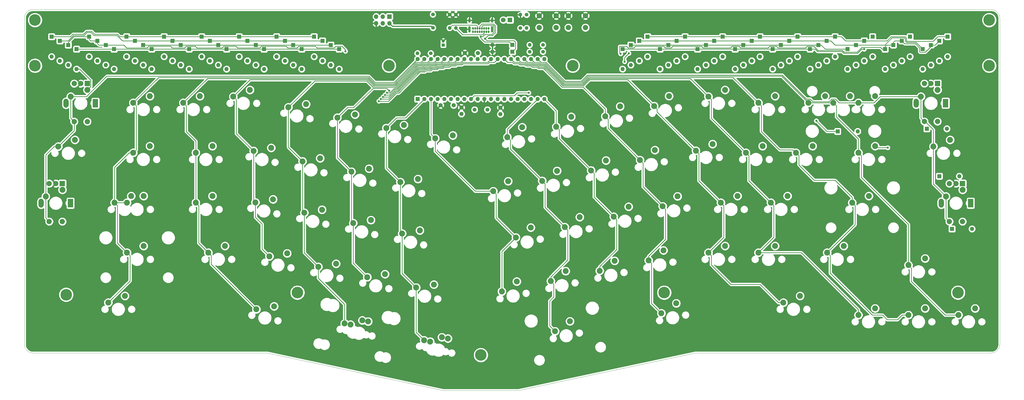
<source format=gbl>
G04 #@! TF.GenerationSoftware,KiCad,Pcbnew,5.1.10-88a1d61d58~90~ubuntu21.04.1*
G04 #@! TF.CreationDate,2021-09-18T02:19:37+02:00*
G04 #@! TF.ProjectId,basketweave,6261736b-6574-4776-9561-76652e6b6963,rev?*
G04 #@! TF.SameCoordinates,Original*
G04 #@! TF.FileFunction,Copper,L2,Bot*
G04 #@! TF.FilePolarity,Positive*
%FSLAX46Y46*%
G04 Gerber Fmt 4.6, Leading zero omitted, Abs format (unit mm)*
G04 Created by KiCad (PCBNEW 5.1.10-88a1d61d58~90~ubuntu21.04.1) date 2021-09-18 02:19:37*
%MOMM*%
%LPD*%
G01*
G04 APERTURE LIST*
G04 #@! TA.AperFunction,Profile*
%ADD10C,0.050000*%
G04 #@! TD*
G04 #@! TA.AperFunction,ComponentPad*
%ADD11C,2.250000*%
G04 #@! TD*
G04 #@! TA.AperFunction,ComponentPad*
%ADD12O,1.600000X1.600000*%
G04 #@! TD*
G04 #@! TA.AperFunction,ComponentPad*
%ADD13R,1.600000X1.600000*%
G04 #@! TD*
G04 #@! TA.AperFunction,ComponentPad*
%ADD14C,2.000000*%
G04 #@! TD*
G04 #@! TA.AperFunction,ComponentPad*
%ADD15R,2.000000X3.200000*%
G04 #@! TD*
G04 #@! TA.AperFunction,ComponentPad*
%ADD16R,2.000000X2.000000*%
G04 #@! TD*
G04 #@! TA.AperFunction,ComponentPad*
%ADD17C,4.400000*%
G04 #@! TD*
G04 #@! TA.AperFunction,ComponentPad*
%ADD18C,1.800000*%
G04 #@! TD*
G04 #@! TA.AperFunction,ComponentPad*
%ADD19R,1.800000X1.800000*%
G04 #@! TD*
G04 #@! TA.AperFunction,ComponentPad*
%ADD20O,0.650000X1.000000*%
G04 #@! TD*
G04 #@! TA.AperFunction,ComponentPad*
%ADD21O,0.900000X2.400000*%
G04 #@! TD*
G04 #@! TA.AperFunction,ComponentPad*
%ADD22O,0.900000X1.700000*%
G04 #@! TD*
G04 #@! TA.AperFunction,ComponentPad*
%ADD23R,1.700000X1.700000*%
G04 #@! TD*
G04 #@! TA.AperFunction,ComponentPad*
%ADD24O,1.700000X1.700000*%
G04 #@! TD*
G04 #@! TA.AperFunction,ComponentPad*
%ADD25C,1.600000*%
G04 #@! TD*
G04 #@! TA.AperFunction,ComponentPad*
%ADD26O,1.400000X1.400000*%
G04 #@! TD*
G04 #@! TA.AperFunction,ComponentPad*
%ADD27C,1.400000*%
G04 #@! TD*
G04 #@! TA.AperFunction,ComponentPad*
%ADD28C,1.500000*%
G04 #@! TD*
G04 #@! TA.AperFunction,ComponentPad*
%ADD29C,1.200000*%
G04 #@! TD*
G04 #@! TA.AperFunction,ComponentPad*
%ADD30R,1.200000X1.200000*%
G04 #@! TD*
G04 #@! TA.AperFunction,ViaPad*
%ADD31C,0.800000*%
G04 #@! TD*
G04 #@! TA.AperFunction,Conductor*
%ADD32C,0.381000*%
G04 #@! TD*
G04 #@! TA.AperFunction,Conductor*
%ADD33C,0.254000*%
G04 #@! TD*
G04 #@! TA.AperFunction,Conductor*
%ADD34C,0.150000*%
G04 #@! TD*
G04 APERTURE END LIST*
D10*
X25400000Y-83343750D02*
G75*
G02*
X28575000Y-80168750I3175000J0D01*
G01*
X184943750Y-225425000D02*
X213518750Y-225425000D01*
X28575000Y-211137500D02*
G75*
G02*
X25400000Y-207962500I0J3175000D01*
G01*
X396875000Y-207962500D02*
G75*
G02*
X393700000Y-211137500I-3175000J0D01*
G01*
X393700000Y-80168750D02*
G75*
G02*
X396875000Y-83343750I0J-3175000D01*
G01*
X280987500Y-211137500D02*
X213518750Y-225425000D01*
X393700000Y-211137500D02*
X280987500Y-211137500D01*
X117824250Y-211137500D02*
X184943750Y-225425000D01*
X28575000Y-211137500D02*
X117824250Y-211137500D01*
X396875000Y-83343750D02*
X396875000Y-207962500D01*
X28575000Y-80168750D02*
X393700000Y-80168750D01*
X25400000Y-83343750D02*
X25400000Y-207962500D01*
D11*
X343058750Y-134778750D03*
X349408750Y-132238750D03*
X349408750Y-113188750D03*
X343058750Y-115728750D03*
X333533750Y-115728750D03*
X339883750Y-113188750D03*
X330358750Y-113188750D03*
X324008750Y-115728750D03*
D12*
X342773000Y-126619000D03*
D13*
X335153000Y-126619000D03*
D11*
X43021250Y-113347500D03*
X49371250Y-110807500D03*
D12*
X370676250Y-101280000D03*
D13*
X370676250Y-93660000D03*
D14*
X368176800Y-122856400D03*
X373176800Y-122856400D03*
G04 #@! TA.AperFunction,ComponentPad*
G36*
G01*
X365076800Y-114156400D02*
X365076800Y-114156400D01*
G75*
G02*
X366076800Y-115156400I0J-1000000D01*
G01*
X366076800Y-116556400D01*
G75*
G02*
X365076800Y-117556400I-1000000J0D01*
G01*
X365076800Y-117556400D01*
G75*
G02*
X364076800Y-116556400I0J1000000D01*
G01*
X364076800Y-115156400D01*
G75*
G02*
X365076800Y-114156400I1000000J0D01*
G01*
G37*
G04 #@! TD.AperFunction*
D15*
X376276800Y-115856400D03*
D14*
X368176800Y-108356400D03*
X370676800Y-108356400D03*
D16*
X373176800Y-108356400D03*
D14*
X44326800Y-122881800D03*
X49326800Y-122881800D03*
G04 #@! TA.AperFunction,ComponentPad*
G36*
G01*
X41226800Y-114181800D02*
X41226800Y-114181800D01*
G75*
G02*
X42226800Y-115181800I0J-1000000D01*
G01*
X42226800Y-116581800D01*
G75*
G02*
X41226800Y-117581800I-1000000J0D01*
G01*
X41226800Y-117581800D01*
G75*
G02*
X40226800Y-116581800I0J1000000D01*
G01*
X40226800Y-115181800D01*
G75*
G02*
X41226800Y-114181800I1000000J0D01*
G01*
G37*
G04 #@! TD.AperFunction*
D15*
X52426800Y-115881800D03*
D14*
X44326800Y-108381800D03*
X46826800Y-108381800D03*
D16*
X49326800Y-108381800D03*
D14*
X377726250Y-161007500D03*
X382726250Y-161007500D03*
G04 #@! TA.AperFunction,ComponentPad*
G36*
G01*
X374626250Y-152307500D02*
X374626250Y-152307500D01*
G75*
G02*
X375626250Y-153307500I0J-1000000D01*
G01*
X375626250Y-154707500D01*
G75*
G02*
X374626250Y-155707500I-1000000J0D01*
G01*
X374626250Y-155707500D01*
G75*
G02*
X373626250Y-154707500I0J1000000D01*
G01*
X373626250Y-153307500D01*
G75*
G02*
X374626250Y-152307500I1000000J0D01*
G01*
G37*
G04 #@! TD.AperFunction*
D15*
X385826250Y-154007500D03*
D14*
X377726250Y-146507500D03*
X380226250Y-146507500D03*
D16*
X382726250Y-146507500D03*
D14*
X34827200Y-161007200D03*
X39827200Y-161007200D03*
G04 #@! TA.AperFunction,ComponentPad*
G36*
G01*
X31727200Y-152307200D02*
X31727200Y-152307200D01*
G75*
G02*
X32727200Y-153307200I0J-1000000D01*
G01*
X32727200Y-154707200D01*
G75*
G02*
X31727200Y-155707200I-1000000J0D01*
G01*
X31727200Y-155707200D01*
G75*
G02*
X30727200Y-154707200I0J1000000D01*
G01*
X30727200Y-153307200D01*
G75*
G02*
X31727200Y-152307200I1000000J0D01*
G01*
G37*
G04 #@! TD.AperFunction*
D15*
X42927200Y-154007200D03*
D14*
X34827200Y-146507200D03*
X37327200Y-146507200D03*
D16*
X39827200Y-146507200D03*
D12*
X376745500Y-125603000D03*
D13*
X369125500Y-125603000D03*
D11*
X39846250Y-148907500D03*
X33496250Y-151447500D03*
X44608750Y-129857500D03*
X38258750Y-132397500D03*
X377983750Y-129857500D03*
X371633750Y-132397500D03*
X373221250Y-110807500D03*
X366871250Y-113347500D03*
X382746250Y-148907500D03*
X376396250Y-151447500D03*
D12*
X386334000Y-163830000D03*
D13*
X378714000Y-163830000D03*
D12*
X381508000Y-143700500D03*
D13*
X373888000Y-143700500D03*
D11*
X233181626Y-199061357D03*
X227498484Y-202866092D03*
X156321686Y-199140106D03*
X149582353Y-200304362D03*
X186674686Y-205617106D03*
X179935353Y-206781362D03*
X268001412Y-196002376D03*
X273684554Y-192197641D03*
D17*
X269081250Y-188118750D03*
D11*
X66833750Y-134778750D03*
X73183750Y-132238750D03*
X59690000Y-153828750D03*
X66040000Y-151288750D03*
X64452500Y-153828750D03*
X70802500Y-151288750D03*
X347027500Y-151288750D03*
X340677500Y-153828750D03*
X70802500Y-170338750D03*
X64452500Y-172878750D03*
X331152500Y-172878750D03*
X337502500Y-170338750D03*
X57308750Y-191928750D03*
X63658750Y-189388750D03*
X113736603Y-194496793D03*
X120475936Y-193332537D03*
X154098377Y-198710984D03*
X147359044Y-199875240D03*
X177638826Y-206311406D03*
X184378159Y-205147150D03*
X314483750Y-191928750D03*
X320833750Y-189388750D03*
X209326399Y-128826335D03*
X215009541Y-125021600D03*
X163201915Y-125340393D03*
X169941248Y-124176137D03*
X181835627Y-129301110D03*
X188574960Y-128136854D03*
X304958750Y-172878750D03*
X311308750Y-170338750D03*
X319246250Y-134778750D03*
X325596250Y-132238750D03*
X212589407Y-167083938D03*
X218272549Y-163279203D03*
X227960111Y-124865617D03*
X233643253Y-121060882D03*
X285908750Y-113347500D03*
X292258750Y-110807500D03*
X203970261Y-149440405D03*
X209653403Y-145635670D03*
X265227534Y-116944182D03*
X270910676Y-113139447D03*
X281146250Y-133985000D03*
X287496250Y-131445000D03*
X381158750Y-196691250D03*
X387508750Y-194151250D03*
X132673825Y-116254701D03*
X125934492Y-117418957D03*
X111283750Y-110807500D03*
X104933750Y-113347500D03*
X95408750Y-172878750D03*
X101758750Y-170338750D03*
X73183750Y-113188750D03*
X66833750Y-115728750D03*
X246593823Y-120904899D03*
X252276965Y-117100164D03*
X144568203Y-121379675D03*
X151307536Y-120215419D03*
X362108750Y-196691250D03*
X368458750Y-194151250D03*
X343058750Y-196691250D03*
X349408750Y-194151250D03*
X362108750Y-177641250D03*
X368458750Y-175101250D03*
X285908750Y-172878750D03*
X292258750Y-170338750D03*
X263134404Y-175815855D03*
X268817546Y-172011120D03*
X244500692Y-179776573D03*
X250183834Y-175971838D03*
X225866980Y-183737291D03*
X231550122Y-179932556D03*
X174611902Y-186192425D03*
X181351235Y-185028169D03*
X155978190Y-182231707D03*
X162717523Y-181067451D03*
X137344478Y-178270990D03*
X144083811Y-177106734D03*
X118710766Y-174310272D03*
X125450099Y-173146016D03*
X309721250Y-153828750D03*
X316071250Y-151288750D03*
X290671250Y-153828750D03*
X297021250Y-151288750D03*
X268490542Y-155201785D03*
X274173684Y-151397050D03*
X249856830Y-159162502D03*
X255539972Y-155357767D03*
X231223118Y-163123220D03*
X236906260Y-159318485D03*
X169255764Y-165578354D03*
X175995097Y-164414098D03*
X150622052Y-161617637D03*
X157361385Y-160453381D03*
X131988340Y-157656919D03*
X138727673Y-156492663D03*
X113354628Y-153696201D03*
X120093961Y-152531945D03*
X90646250Y-153828750D03*
X96996250Y-151288750D03*
X300196250Y-134778750D03*
X306546250Y-132238750D03*
X259871396Y-137558252D03*
X265554538Y-133753517D03*
X241237684Y-141518970D03*
X246920826Y-137714235D03*
X222603973Y-145479688D03*
X228287115Y-141674953D03*
X168558053Y-145954463D03*
X175297386Y-144790207D03*
X149924342Y-141993745D03*
X156663675Y-140829489D03*
X131290630Y-138033028D03*
X138029963Y-136868772D03*
X112656918Y-134072310D03*
X119396251Y-132908054D03*
X90646250Y-134778750D03*
X96996250Y-132238750D03*
X304958750Y-115728750D03*
X311308750Y-113188750D03*
X92233750Y-113188750D03*
X85883750Y-115728750D03*
D18*
X207803750Y-84137500D03*
D19*
X210343750Y-84137500D03*
D20*
X200506250Y-88650000D03*
X202206250Y-88650000D03*
X201356250Y-88650000D03*
X199656250Y-88650000D03*
X198806250Y-88650000D03*
X197956250Y-88650000D03*
X197106250Y-88650000D03*
X196256250Y-88650000D03*
X202206250Y-87325000D03*
X201351250Y-87325000D03*
X200501250Y-87325000D03*
X199651250Y-87325000D03*
X198801250Y-87325000D03*
X197951250Y-87325000D03*
X197101250Y-87325000D03*
X196251250Y-87325000D03*
D21*
X203556250Y-87670000D03*
X194906250Y-87670000D03*
D22*
X203556250Y-84290000D03*
X194906250Y-84290000D03*
D14*
X227956250Y-82550000D03*
X227956250Y-87050000D03*
X221456250Y-82550000D03*
X221456250Y-87050000D03*
X239068750Y-82550000D03*
X239068750Y-87050000D03*
X232568750Y-82550000D03*
X232568750Y-87050000D03*
D23*
X164433250Y-82847511D03*
D24*
X164433250Y-85387511D03*
X161893250Y-82847511D03*
X161893250Y-85387511D03*
X159353250Y-82847511D03*
X159353250Y-85387511D03*
D17*
X129381250Y-188118750D03*
D13*
X175133000Y-114300000D03*
D12*
X223393000Y-99060000D03*
X177673000Y-114300000D03*
X220853000Y-99060000D03*
X180213000Y-114300000D03*
X218313000Y-99060000D03*
X182753000Y-114300000D03*
X215773000Y-99060000D03*
X185293000Y-114300000D03*
X213233000Y-99060000D03*
X187833000Y-114300000D03*
X210693000Y-99060000D03*
X190373000Y-114300000D03*
X208153000Y-99060000D03*
X192913000Y-114300000D03*
X205613000Y-99060000D03*
X195453000Y-114300000D03*
X203073000Y-99060000D03*
X197993000Y-114300000D03*
X200533000Y-99060000D03*
X200533000Y-114300000D03*
X197993000Y-99060000D03*
X203073000Y-114300000D03*
X195453000Y-99060000D03*
X205613000Y-114300000D03*
X192913000Y-99060000D03*
X208153000Y-114300000D03*
X190373000Y-99060000D03*
X210693000Y-114300000D03*
X187833000Y-99060000D03*
X213233000Y-114300000D03*
X185293000Y-99060000D03*
X215773000Y-114300000D03*
X182753000Y-99060000D03*
X218313000Y-114300000D03*
X180213000Y-99060000D03*
X220853000Y-114300000D03*
X177673000Y-99060000D03*
X223393000Y-114300000D03*
X175133000Y-99060000D03*
D25*
X193120000Y-96742250D03*
X198120000Y-96742250D03*
D12*
X203644500Y-93630750D03*
D13*
X211264500Y-93630750D03*
D26*
X187325000Y-87149000D03*
D27*
X187325000Y-82069000D03*
D26*
X189706250Y-87149000D03*
D27*
X189706250Y-82069000D03*
D25*
X206692500Y-120070250D03*
X206692500Y-117570250D03*
D27*
X180975000Y-82010250D03*
X180975000Y-87110250D03*
D26*
X214312500Y-82137250D03*
D27*
X214312500Y-87217250D03*
D26*
X217805000Y-96234250D03*
D27*
X222885000Y-96234250D03*
D26*
X217805000Y-93599000D03*
D27*
X222885000Y-93599000D03*
D12*
X203644500Y-96234250D03*
D13*
X211264500Y-96234250D03*
D25*
X183912500Y-116681250D03*
X188912500Y-116681250D03*
X191833500Y-117475000D03*
X191833500Y-119975000D03*
D28*
X201739500Y-118332250D03*
X196859500Y-118332250D03*
D17*
X29402500Y-84167500D03*
X164226250Y-101563750D03*
X199231250Y-211931250D03*
X381000000Y-188118750D03*
X392872500Y-84167500D03*
X29402500Y-101563750D03*
X392872500Y-101563750D03*
X234236250Y-101563750D03*
X41275000Y-188912500D03*
D12*
X259556250Y-99695000D03*
D13*
X259556250Y-92075000D03*
D12*
X116681250Y-102870000D03*
D13*
X116681250Y-95250000D03*
D12*
X127793750Y-101282500D03*
D13*
X127793750Y-93662500D03*
D27*
X216693750Y-82137250D03*
D26*
X216693750Y-87217250D03*
D13*
X367511250Y-95252500D03*
D12*
X367511250Y-102872500D03*
X373856250Y-99695000D03*
D13*
X373856250Y-92075000D03*
D12*
X359568750Y-99695000D03*
D13*
X359568750Y-92075000D03*
D12*
X356393750Y-101282500D03*
D13*
X356393750Y-93662500D03*
D12*
X353218750Y-102870000D03*
D13*
X353218750Y-95250000D03*
D12*
X56356250Y-101282500D03*
D13*
X56356250Y-93662500D03*
D12*
X53181250Y-99695000D03*
D13*
X53181250Y-92075000D03*
D12*
X50006250Y-98107500D03*
D13*
X50006250Y-90487500D03*
D12*
X42068750Y-101282500D03*
D13*
X42068750Y-93662500D03*
D12*
X377031250Y-98107500D03*
D13*
X377031250Y-90487500D03*
D12*
X342106250Y-101282500D03*
D13*
X342106250Y-93662500D03*
D12*
X330993750Y-99695000D03*
D13*
X330993750Y-92075000D03*
D12*
X316706250Y-99695000D03*
D13*
X316706250Y-92075000D03*
D12*
X302418750Y-99695000D03*
D13*
X302418750Y-92075000D03*
D12*
X288131250Y-99695000D03*
D13*
X288131250Y-92075000D03*
D12*
X273843750Y-99695000D03*
D13*
X273843750Y-92075000D03*
D12*
X142081250Y-101282500D03*
D13*
X142081250Y-93662500D03*
X113506250Y-93662500D03*
D12*
X113506250Y-101282500D03*
X99218750Y-101282500D03*
D13*
X99218750Y-93662500D03*
D12*
X84931250Y-101282500D03*
D13*
X84931250Y-93662500D03*
D12*
X70643750Y-101282500D03*
D13*
X70643750Y-93662500D03*
D12*
X345281250Y-99695000D03*
D13*
X345281250Y-92075000D03*
D12*
X334168750Y-98107500D03*
D13*
X334168750Y-90487500D03*
D12*
X319881250Y-98107500D03*
D13*
X319881250Y-90487500D03*
D12*
X305593750Y-98107500D03*
D13*
X305593750Y-90487500D03*
D12*
X291306250Y-98107500D03*
D13*
X291306250Y-90487500D03*
D12*
X277018750Y-98107500D03*
D13*
X277018750Y-90487500D03*
D12*
X262731250Y-98107500D03*
D13*
X262731250Y-90487500D03*
D12*
X138906250Y-99695000D03*
D13*
X138906250Y-92075000D03*
D12*
X124618750Y-99695000D03*
D13*
X124618750Y-92075000D03*
D12*
X110331250Y-99695000D03*
D13*
X110331250Y-92075000D03*
D12*
X96043750Y-99695000D03*
D13*
X96043750Y-92075000D03*
D12*
X81756250Y-99695000D03*
D13*
X81756250Y-92075000D03*
D12*
X67468750Y-99695000D03*
D13*
X67468750Y-92075000D03*
D12*
X38893750Y-99695000D03*
D13*
X38893750Y-92075000D03*
D12*
X362743750Y-98107500D03*
D13*
X362743750Y-90487500D03*
D12*
X338931250Y-102870000D03*
D13*
X338931250Y-95250000D03*
D12*
X327818750Y-101282500D03*
D13*
X327818750Y-93662500D03*
D12*
X313531250Y-101282500D03*
D13*
X313531250Y-93662500D03*
D12*
X299243750Y-101282500D03*
D13*
X299243750Y-93662500D03*
D12*
X284956250Y-101282500D03*
D13*
X284956250Y-93662500D03*
D12*
X270668750Y-101282500D03*
D13*
X270668750Y-93662500D03*
D12*
X256381250Y-101282500D03*
D13*
X256381250Y-93662500D03*
D12*
X135731250Y-98107500D03*
D13*
X135731250Y-90487500D03*
D12*
X121443750Y-98107500D03*
D13*
X121443750Y-90487500D03*
D12*
X107156250Y-98107500D03*
D13*
X107156250Y-90487500D03*
D12*
X92868750Y-98107500D03*
D13*
X92868750Y-90487500D03*
D12*
X78581250Y-98107500D03*
D13*
X78581250Y-90487500D03*
X64293750Y-90487500D03*
D12*
X64293750Y-98107500D03*
D13*
X35718750Y-90487500D03*
D12*
X35718750Y-98107500D03*
X348456250Y-98107500D03*
D13*
X348456250Y-90487500D03*
D12*
X324643750Y-102870000D03*
D13*
X324643750Y-95250000D03*
D12*
X310356250Y-102870000D03*
D13*
X310356250Y-95250000D03*
D12*
X296068750Y-102870000D03*
D13*
X296068750Y-95250000D03*
D12*
X281781250Y-102870000D03*
D13*
X281781250Y-95250000D03*
D12*
X267493750Y-102870000D03*
D13*
X267493750Y-95250000D03*
D12*
X253206250Y-102870000D03*
D13*
X253206250Y-95250000D03*
D12*
X145256250Y-102870000D03*
D13*
X145256250Y-95250000D03*
D12*
X130968750Y-102870000D03*
D13*
X130968750Y-95250000D03*
D12*
X102393750Y-102870000D03*
D13*
X102393750Y-95250000D03*
D12*
X88106250Y-102870000D03*
D13*
X88106250Y-95250000D03*
D12*
X73818750Y-102870000D03*
D13*
X73818750Y-95250000D03*
D12*
X59531250Y-102870000D03*
D13*
X59531250Y-95250000D03*
D12*
X45243750Y-102870000D03*
D13*
X45243750Y-95250000D03*
D27*
X180181250Y-96837500D03*
D26*
X175101250Y-96837500D03*
D11*
X207233268Y-187698008D03*
X212916410Y-183893273D03*
D29*
X184943750Y-92162500D03*
D30*
X184943750Y-93662500D03*
D31*
X366966500Y-133096000D03*
X214630000Y-94869000D03*
X171450000Y-99218750D03*
X159543750Y-115887500D03*
X216693750Y-106362500D03*
X181768750Y-106362500D03*
X368300000Y-90792300D03*
X42164000Y-140462000D03*
X38125400Y-116509800D03*
X377380500Y-141986000D03*
X345281250Y-95250000D03*
X162718750Y-112712500D03*
X255587500Y-96837500D03*
X254000000Y-100012500D03*
X160337500Y-115093750D03*
X354232366Y-132838902D03*
X161131250Y-114300000D03*
X327031401Y-122592817D03*
X161925000Y-113506250D03*
X147637500Y-96043750D03*
X163512500Y-111918750D03*
X252459333Y-97011333D03*
X217487500Y-111918750D03*
X164306250Y-111125000D03*
X199231250Y-90487500D03*
X200818750Y-91281250D03*
D32*
X200533000Y-114300000D02*
X200533000Y-115601750D01*
X201612500Y-116681250D02*
X205803500Y-116681250D01*
X205803500Y-116681250D02*
X206692500Y-117570250D01*
X200533000Y-115601750D02*
X201612500Y-116681250D01*
X199453500Y-116681250D02*
X200533000Y-115601750D01*
X192627250Y-116681250D02*
X199453500Y-116681250D01*
X191833500Y-117475000D02*
X192627250Y-116681250D01*
X164433250Y-85387511D02*
X165564489Y-86518750D01*
X180383500Y-86518750D02*
X180975000Y-87110250D01*
X165564489Y-86518750D02*
X180383500Y-86518750D01*
D33*
X50653801Y-107120199D02*
X50653801Y-109524949D01*
X46403602Y-102870000D02*
X50653801Y-107120199D01*
X50653801Y-109524949D02*
X49371250Y-110807500D01*
X45243750Y-102870000D02*
X46403602Y-102870000D01*
X45243750Y-95250000D02*
X59531250Y-95250000D01*
X59531250Y-95250000D02*
X73818750Y-95250000D01*
X74872750Y-95250000D02*
X88106250Y-95250000D01*
X73818750Y-95250000D02*
X74872750Y-95250000D01*
X88106250Y-95250000D02*
X102393750Y-95250000D01*
X102393750Y-95250000D02*
X116681250Y-95250000D01*
X116681250Y-95250000D02*
X130968750Y-95250000D01*
X130968750Y-95250000D02*
X145256250Y-95250000D01*
X267493750Y-95250000D02*
X281781250Y-95250000D01*
X281781250Y-95250000D02*
X296068750Y-95250000D01*
X296068750Y-95250000D02*
X310356250Y-95250000D01*
X310356250Y-95250000D02*
X324643750Y-95250000D01*
X253206250Y-95250000D02*
X254260250Y-95250000D01*
X265906250Y-95250000D02*
X267493750Y-95250000D01*
X254260250Y-95250000D02*
X267493750Y-95250000D01*
X326575582Y-95250000D02*
X324643750Y-95250000D01*
X327483601Y-96158020D02*
X326575582Y-95250000D01*
X344335816Y-95250000D02*
X342754806Y-96831011D01*
X345281250Y-95250000D02*
X344335816Y-95250000D01*
X342754806Y-96831011D02*
X337488945Y-96831011D01*
X336815954Y-96158020D02*
X327483601Y-96158020D01*
X337488945Y-96831011D02*
X336815954Y-96158020D01*
X177343285Y-102600050D02*
X177797295Y-102146040D01*
X182478941Y-101260260D02*
X184376873Y-101260260D01*
X179695228Y-102146040D02*
X180149238Y-101692030D01*
X187205066Y-100330000D02*
X189103000Y-100330000D01*
X189103000Y-100330000D02*
X190373000Y-99060000D01*
X184853123Y-100784010D02*
X186751057Y-100784010D01*
X177797295Y-102146040D02*
X179695228Y-102146040D01*
X180149238Y-101692030D02*
X182047171Y-101692030D01*
X186751057Y-100784010D02*
X187205066Y-100330000D01*
X182047171Y-101692030D02*
X182478941Y-101260260D01*
X184376873Y-101260260D02*
X184853123Y-100784010D01*
X175453769Y-102600050D02*
X177343285Y-102600050D01*
X167379760Y-110674059D02*
X175453769Y-102600050D01*
X164436778Y-112712500D02*
X166475219Y-110674059D01*
X166475219Y-110674059D02*
X167379760Y-110674059D01*
X162718750Y-112712500D02*
X164436778Y-112712500D01*
X135731250Y-90487500D02*
X121443750Y-90487500D01*
X121443750Y-90487500D02*
X107156250Y-90487500D01*
X107156250Y-90487500D02*
X92868750Y-90487500D01*
X92868750Y-90487500D02*
X78581250Y-90487500D01*
X78581250Y-90487500D02*
X64293750Y-90487500D01*
X61760816Y-90487500D02*
X64293750Y-90487500D01*
X60852797Y-89579480D02*
X61760816Y-90487500D01*
X42905617Y-90487500D02*
X43813636Y-89579480D01*
X35718750Y-90487500D02*
X42905617Y-90487500D01*
X256381250Y-93662500D02*
X270668750Y-93662500D01*
X270668750Y-93662500D02*
X284956250Y-93662500D01*
X284956250Y-93662500D02*
X299243750Y-93662500D01*
X313531250Y-93662500D02*
X299243750Y-93662500D01*
X313531250Y-93662500D02*
X327818750Y-93662500D01*
X337877250Y-95250000D02*
X338931250Y-95250000D01*
X330460250Y-95250000D02*
X337877250Y-95250000D01*
X328872750Y-93662500D02*
X330460250Y-95250000D01*
X327818750Y-93662500D02*
X328872750Y-93662500D01*
X43813636Y-89579480D02*
X47890954Y-89579480D01*
X50988057Y-88445990D02*
X52121547Y-89579480D01*
X47890954Y-89579480D02*
X49024443Y-88445990D01*
X52121547Y-89579480D02*
X60852797Y-89579480D01*
X49024443Y-88445990D02*
X50988057Y-88445990D01*
X254000000Y-100012500D02*
X254000000Y-98425000D01*
X254000000Y-98425000D02*
X255587500Y-96837500D01*
X183043112Y-102622290D02*
X184941044Y-102622290D01*
X182611342Y-103054060D02*
X183043112Y-102622290D01*
X180713409Y-103054060D02*
X182611342Y-103054060D01*
X180259399Y-103508070D02*
X180713409Y-103054060D01*
X184941044Y-102622290D02*
X185417294Y-102146040D01*
X167039387Y-112036089D02*
X167943930Y-112036089D01*
X176017939Y-103962080D02*
X177907456Y-103962080D01*
X190121180Y-101238020D02*
X192019114Y-101238020D01*
X163981726Y-115093750D02*
X167039387Y-112036089D01*
X167943930Y-112036089D02*
X176017939Y-103962080D01*
X185417294Y-102146040D02*
X187315228Y-102146040D01*
X178361466Y-103508070D02*
X180259399Y-103508070D01*
X177907456Y-103962080D02*
X178361466Y-103508070D01*
X201991057Y-100784010D02*
X202445067Y-100330000D01*
X187315228Y-102146040D02*
X187769238Y-101692030D01*
X187769238Y-101692030D02*
X189291058Y-101692030D01*
X202445067Y-100330000D02*
X204343000Y-100330000D01*
X189291058Y-101692030D02*
X189667172Y-101692028D01*
X189667172Y-101692028D02*
X190121180Y-101238020D01*
X192019114Y-101238020D02*
X192473124Y-100784010D01*
X192473124Y-100784010D02*
X201991057Y-100784010D01*
X204343000Y-100330000D02*
X205613000Y-99060000D01*
X160337500Y-115093750D02*
X163981726Y-115093750D01*
X350008902Y-132838902D02*
X351412098Y-132838902D01*
X349408750Y-132238750D02*
X350008902Y-132838902D01*
X351412098Y-132838902D02*
X351031098Y-132838902D01*
X354232366Y-132838902D02*
X351412098Y-132838902D01*
X124618750Y-92075000D02*
X138906250Y-92075000D01*
X110331250Y-92075000D02*
X124618750Y-92075000D01*
X81756250Y-92075000D02*
X96043750Y-92075000D01*
X96043750Y-92075000D02*
X110331250Y-92075000D01*
X81756250Y-92075000D02*
X67468750Y-92075000D01*
X44001693Y-90033490D02*
X48079010Y-90033490D01*
X41960184Y-92075000D02*
X44001693Y-90033490D01*
X38893750Y-92075000D02*
X41960184Y-92075000D01*
X51933490Y-90033490D02*
X60664740Y-90033490D01*
X62706250Y-92075000D02*
X67468750Y-92075000D01*
X48079010Y-90033490D02*
X49212500Y-88900000D01*
X50800000Y-88900000D02*
X51933490Y-90033490D01*
X60664740Y-90033490D02*
X62706250Y-92075000D01*
X262731250Y-90487500D02*
X277018750Y-90487500D01*
X277018750Y-90487500D02*
X291306250Y-90487500D01*
X292360250Y-90487500D02*
X305593750Y-90487500D01*
X291306250Y-90487500D02*
X292360250Y-90487500D01*
X305593750Y-90487500D02*
X319881250Y-90487500D01*
X319881250Y-90487500D02*
X334168750Y-90487500D01*
X345281250Y-92075000D02*
X338137500Y-92075000D01*
X336550000Y-90487500D02*
X334168750Y-90487500D01*
X338137500Y-92075000D02*
X336550000Y-90487500D01*
X49212500Y-88900000D02*
X50800000Y-88900000D01*
X184752987Y-102168280D02*
X185229237Y-101692030D01*
X180525352Y-102600050D02*
X182423285Y-102600050D01*
X180071342Y-103054060D02*
X180525352Y-102600050D01*
X178173409Y-103054060D02*
X180071342Y-103054060D01*
X166851331Y-111582079D02*
X167755873Y-111582079D01*
X182423285Y-102600050D02*
X182855055Y-102168280D01*
X167755873Y-111582079D02*
X175829882Y-103508070D01*
X164133410Y-114300000D02*
X166851331Y-111582079D01*
X175829882Y-103508070D02*
X177719399Y-103508070D01*
X182855055Y-102168280D02*
X184752987Y-102168280D01*
X177719399Y-103508070D02*
X178173409Y-103054060D01*
X185229237Y-101692030D02*
X187127171Y-101692030D01*
X187127171Y-101692030D02*
X187581181Y-101238020D01*
X187581181Y-101238020D02*
X189479114Y-101238020D01*
X189479114Y-101238020D02*
X189933122Y-100784010D01*
X192285066Y-100330000D02*
X201803000Y-100330000D01*
X189933122Y-100784010D02*
X191831057Y-100784010D01*
X191831057Y-100784010D02*
X192285066Y-100330000D01*
X201803000Y-100330000D02*
X203073000Y-99060000D01*
X161131250Y-114300000D02*
X164133410Y-114300000D01*
X373255148Y-90487500D02*
X377031250Y-90487500D01*
X361646632Y-92265500D02*
X371477148Y-92265500D01*
X361388010Y-92006878D02*
X361646632Y-92265500D01*
X360818408Y-90493989D02*
X361388010Y-91063591D01*
X355530011Y-90493989D02*
X360818408Y-90493989D01*
X353949000Y-92075000D02*
X355530011Y-90493989D01*
X371477148Y-92265500D02*
X373255148Y-90487500D01*
X361388010Y-91063591D02*
X361388010Y-92006878D01*
X345281250Y-92075000D02*
X353949000Y-92075000D01*
X142081250Y-93662500D02*
X127793750Y-93662500D01*
X113506250Y-93662500D02*
X127793750Y-93662500D01*
X99218750Y-93662500D02*
X113506250Y-93662500D01*
X99218750Y-93662500D02*
X84931250Y-93662500D01*
X84931250Y-93662500D02*
X70643750Y-93662500D01*
X259556250Y-92075000D02*
X273843750Y-92075000D01*
X273843750Y-92075000D02*
X288131250Y-92075000D01*
X288131250Y-92075000D02*
X302418750Y-92075000D01*
X330993750Y-92075000D02*
X316706250Y-92075000D01*
X302418750Y-92075000D02*
X316706250Y-92075000D01*
X342106250Y-93662500D02*
X334168750Y-93662500D01*
X332581250Y-92075000D02*
X330993750Y-92075000D01*
X334168750Y-93662500D02*
X332581250Y-92075000D01*
X184564930Y-101714270D02*
X185041180Y-101238020D01*
X167567817Y-111128069D02*
X175641826Y-103054060D01*
X180337295Y-102146040D02*
X182235228Y-102146040D01*
X191643000Y-100330000D02*
X192913000Y-99060000D01*
X182666997Y-101714270D02*
X184564930Y-101714270D01*
X182235228Y-102146040D02*
X182666997Y-101714270D01*
X177531342Y-103054060D02*
X177985351Y-102600050D01*
X185041180Y-101238020D02*
X186939114Y-101238020D01*
X179883285Y-102600050D02*
X180337295Y-102146040D01*
X186939114Y-101238020D02*
X187393123Y-100784010D01*
X175641826Y-103054060D02*
X177531342Y-103054060D01*
X189745066Y-100330000D02*
X191643000Y-100330000D01*
X177985351Y-102600050D02*
X179883285Y-102600050D01*
X187393123Y-100784010D02*
X189291057Y-100784010D01*
X189291057Y-100784010D02*
X189745066Y-100330000D01*
X164285094Y-113506250D02*
X166663275Y-111128069D01*
X166663275Y-111128069D02*
X167567817Y-111128069D01*
X161925000Y-113506250D02*
X164285094Y-113506250D01*
X361458575Y-92719510D02*
X364978260Y-92719510D01*
X360934000Y-92194935D02*
X361458575Y-92719510D01*
X360934000Y-91251648D02*
X360934000Y-92194935D01*
X360630351Y-90947999D02*
X360934000Y-91251648D01*
X355824685Y-90947999D02*
X360630351Y-90947999D01*
X353110184Y-93662500D02*
X355824685Y-90947999D01*
X364978260Y-92719510D02*
X367511250Y-95252500D01*
X342106250Y-93662500D02*
X353110184Y-93662500D01*
X331057584Y-126619000D02*
X327031401Y-122592817D01*
X335153000Y-126619000D02*
X331057584Y-126619000D01*
X52127250Y-92075000D02*
X53181250Y-92075000D01*
X50539750Y-92075000D02*
X52127250Y-92075000D01*
X50006250Y-91541500D02*
X50539750Y-92075000D01*
X50006250Y-90487500D02*
X50006250Y-91541500D01*
X55302250Y-93662500D02*
X56356250Y-93662500D01*
X53714750Y-93662500D02*
X55302250Y-93662500D01*
X53181250Y-93129000D02*
X53714750Y-93662500D01*
X53181250Y-92075000D02*
X53181250Y-93129000D01*
X44189750Y-90487500D02*
X48952250Y-90487500D01*
X42068750Y-93662500D02*
X42068750Y-92608500D01*
X48952250Y-90487500D02*
X50006250Y-90487500D01*
X42068750Y-92608500D02*
X44189750Y-90487500D01*
X355339750Y-93662500D02*
X356393750Y-93662500D01*
X353752250Y-93662500D02*
X355339750Y-93662500D01*
X353218750Y-94196000D02*
X353752250Y-93662500D01*
X353218750Y-95250000D02*
X353218750Y-94196000D01*
X356927250Y-92075000D02*
X358514750Y-92075000D01*
X356393750Y-92608500D02*
X356927250Y-92075000D01*
X358514750Y-92075000D02*
X359568750Y-92075000D01*
X356393750Y-93662500D02*
X356393750Y-92608500D01*
X136858251Y-94789501D02*
X143335499Y-94789501D01*
X129907149Y-94122999D02*
X136191749Y-94122999D01*
X129240647Y-94789501D02*
X129907149Y-94122999D01*
X125079249Y-94122999D02*
X125745751Y-94789501D01*
X114953147Y-94789501D02*
X115619649Y-94122999D01*
X106568751Y-94789501D02*
X114953147Y-94789501D01*
X105902249Y-94122999D02*
X106568751Y-94789501D01*
X101332149Y-94122999D02*
X105902249Y-94122999D01*
X100665647Y-94789501D02*
X101332149Y-94122999D01*
X72090647Y-94789501D02*
X72757149Y-94122999D01*
X81010249Y-94122999D02*
X81676751Y-94789501D01*
X63217788Y-93662500D02*
X64344789Y-94789501D01*
X64344789Y-94789501D02*
X72090647Y-94789501D01*
X125745751Y-94789501D02*
X129240647Y-94789501D01*
X81676751Y-94789501D02*
X86378147Y-94789501D01*
X87044649Y-94122999D02*
X90408249Y-94122999D01*
X115619649Y-94122999D02*
X125079249Y-94122999D01*
X56356250Y-93662500D02*
X63217788Y-93662500D01*
X90408249Y-94122999D02*
X91074751Y-94789501D01*
X72757149Y-94122999D02*
X81010249Y-94122999D01*
X86378147Y-94789501D02*
X87044649Y-94122999D01*
X136191749Y-94122999D02*
X136858251Y-94789501D01*
X91074751Y-94789501D02*
X100665647Y-94789501D01*
X143335499Y-94789501D02*
X144002001Y-94122999D01*
X147637500Y-95442648D02*
X147637500Y-96043750D01*
X144002001Y-94122999D02*
X146317851Y-94122999D01*
X146317851Y-94122999D02*
X147637500Y-95442648D01*
X177155228Y-102146040D02*
X177609238Y-101692030D01*
X175265712Y-102146040D02*
X177155228Y-102146040D01*
X179507171Y-101692030D02*
X179961181Y-101238020D01*
X177609238Y-101692030D02*
X179507171Y-101692030D01*
X181859114Y-101238020D02*
X182290884Y-100806250D01*
X179961181Y-101238020D02*
X181859114Y-101238020D01*
X182290884Y-100806250D02*
X184188816Y-100806250D01*
X184188816Y-100806250D02*
X184665066Y-100330000D01*
X186563000Y-100330000D02*
X187833000Y-99060000D01*
X184665066Y-100330000D02*
X186563000Y-100330000D01*
X167191703Y-110220049D02*
X167280876Y-110130876D01*
X167280876Y-110130876D02*
X175265712Y-102146040D01*
X166287163Y-110220049D02*
X167191703Y-110220049D01*
X164588462Y-111918750D02*
X166287163Y-110220049D01*
X163512500Y-111918750D02*
X164588462Y-111918750D01*
X254653147Y-94122999D02*
X255319649Y-94789501D01*
X258109353Y-94122999D02*
X268940647Y-94122999D01*
X283228147Y-94122999D02*
X283894649Y-94789501D01*
X257442851Y-94789501D02*
X258109353Y-94122999D01*
X255319649Y-94789501D02*
X257442851Y-94789501D01*
X309294649Y-94122999D02*
X311803147Y-94122999D01*
X269607149Y-94789501D02*
X271730351Y-94789501D01*
X283894649Y-94789501D02*
X294340647Y-94789501D01*
X295007149Y-94122999D02*
X297515647Y-94122999D01*
X344420751Y-94522999D02*
X351437749Y-94522999D01*
X297515647Y-94122999D02*
X298188638Y-94795990D01*
X308621658Y-94795990D02*
X309294649Y-94122999D01*
X294340647Y-94789501D02*
X295007149Y-94122999D01*
X352164750Y-95250000D02*
X353218750Y-95250000D01*
X351437749Y-94522999D02*
X352164750Y-95250000D01*
X337004010Y-95704010D02*
X337677001Y-96377001D01*
X271730351Y-94789501D02*
X272396853Y-94122999D01*
X298188638Y-94795990D02*
X308621658Y-94795990D01*
X272396853Y-94122999D02*
X283228147Y-94122999D01*
X323582149Y-94122999D02*
X326090647Y-94122999D01*
X327671658Y-95704010D02*
X337004010Y-95704010D01*
X326090647Y-94122999D02*
X327671658Y-95704010D01*
X342566749Y-96377001D02*
X344420751Y-94522999D01*
X322915647Y-94789501D02*
X323582149Y-94122999D01*
X268940647Y-94122999D02*
X269607149Y-94789501D01*
X312469649Y-94789501D02*
X322915647Y-94789501D01*
X337677001Y-96377001D02*
X342566749Y-96377001D01*
X311803147Y-94122999D02*
X312469649Y-94789501D01*
X252079249Y-96631249D02*
X252459333Y-97011333D01*
X252079249Y-94188399D02*
X252079249Y-96631249D01*
X252144649Y-94122999D02*
X252079249Y-94188399D01*
X254653147Y-94122999D02*
X252144649Y-94122999D01*
X359568750Y-92075000D02*
X360172000Y-92075000D01*
X372271250Y-93660000D02*
X370676250Y-93660000D01*
X373856250Y-92075000D02*
X372271250Y-93660000D01*
X359568750Y-92075000D02*
X360669568Y-93175818D01*
X360669568Y-93175818D02*
X364792502Y-93175818D01*
X364792502Y-93175818D02*
X366384249Y-94767565D01*
X368572851Y-96379501D02*
X370676250Y-94276102D01*
X366449649Y-96379501D02*
X368572851Y-96379501D01*
X366384249Y-96314101D02*
X366449649Y-96379501D01*
X370676250Y-94276102D02*
X370676250Y-93660000D01*
X366384249Y-94767565D02*
X366384249Y-96314101D01*
X232790069Y-199452914D02*
X233181626Y-199061357D01*
X211963000Y-113030000D02*
X196723000Y-113030000D01*
X213074250Y-111918750D02*
X211963000Y-113030000D01*
X217487500Y-111918750D02*
X213074250Y-111918750D01*
X196723000Y-113030000D02*
X195453000Y-114300000D01*
X158938056Y-107950000D02*
X156556806Y-105568750D01*
X166243000Y-107950000D02*
X158938056Y-107950000D01*
X175133000Y-99060000D02*
X166243000Y-107950000D01*
X43021250Y-113347500D02*
X42989500Y-113347500D01*
X33496250Y-135569010D02*
X33496250Y-151447500D01*
X36667760Y-132397500D02*
X33496250Y-135569010D01*
X38258750Y-132397500D02*
X36667760Y-132397500D01*
X33496250Y-159676250D02*
X34827200Y-161007200D01*
X33496250Y-151447500D02*
X33496250Y-159676250D01*
X43021250Y-121576250D02*
X44326800Y-122881800D01*
X43021250Y-113347500D02*
X43021250Y-121576250D01*
X44326800Y-126329450D02*
X38258750Y-132397500D01*
X44326800Y-122881800D02*
X44326800Y-126329450D01*
X48980212Y-113347500D02*
X56758962Y-105568750D01*
X43021250Y-113347500D02*
X48980212Y-113347500D01*
X56758962Y-105568750D02*
X57486550Y-105568750D01*
X156556806Y-105568750D02*
X57486550Y-105568750D01*
X59690000Y-153828750D02*
X64452500Y-153828750D01*
X63327501Y-171753751D02*
X64452500Y-172878750D01*
X60814999Y-169241249D02*
X63327501Y-171753751D01*
X60814999Y-154953749D02*
X60814999Y-169241249D01*
X59690000Y-153828750D02*
X60814999Y-154953749D01*
X65577499Y-183660001D02*
X58433749Y-190803751D01*
X65577499Y-174003749D02*
X65577499Y-183660001D01*
X58433749Y-190803751D02*
X57308750Y-191928750D01*
X64452500Y-172878750D02*
X65577499Y-174003749D01*
X67958749Y-133653751D02*
X66833750Y-134778750D01*
X67958749Y-116853749D02*
X67958749Y-133653751D01*
X66833750Y-115728750D02*
X67958749Y-116853749D01*
X59690000Y-152237760D02*
X59690000Y-153828750D01*
X59690000Y-140331510D02*
X59690000Y-152237760D01*
X65242760Y-134778750D02*
X59690000Y-140331510D01*
X66833750Y-134778750D02*
X65242760Y-134778750D01*
X174505067Y-100330000D02*
X176403000Y-100330000D01*
X176403000Y-100330000D02*
X177673000Y-99060000D01*
X66833750Y-115728750D02*
X76539740Y-106022760D01*
X156368750Y-106022759D02*
X158749999Y-108404010D01*
X158749999Y-108404010D02*
X166431057Y-108404010D01*
X76539740Y-106022760D02*
X156368750Y-106022759D01*
X166431057Y-108404010D02*
X174505067Y-100330000D01*
X90646250Y-134778750D02*
X90646250Y-153828750D01*
X94283751Y-171753751D02*
X95408750Y-172878750D01*
X91771249Y-154953749D02*
X91771249Y-169241249D01*
X91771249Y-169241249D02*
X94283751Y-171753751D01*
X90646250Y-153828750D02*
X91771249Y-154953749D01*
X112611604Y-193371794D02*
X113736603Y-194496793D01*
X96533749Y-174003749D02*
X96533749Y-177293939D01*
X96533749Y-177293939D02*
X112611604Y-193371794D01*
X95408750Y-172878750D02*
X96533749Y-174003749D01*
X87008749Y-116853749D02*
X87008749Y-126696249D01*
X85883750Y-115728750D02*
X87008749Y-116853749D01*
X90646250Y-130333750D02*
X90646250Y-134778750D01*
X87008749Y-126696249D02*
X90646250Y-130333750D01*
X178943000Y-100330000D02*
X180213000Y-99060000D01*
X177045066Y-100330000D02*
X178943000Y-100330000D01*
X176591057Y-100784010D02*
X177045066Y-100330000D01*
X174693123Y-100784010D02*
X176591057Y-100784010D01*
X95135730Y-106476770D02*
X156180695Y-106476770D01*
X85883750Y-115728750D02*
X95135730Y-106476770D01*
X166619114Y-108858019D02*
X174693123Y-100784010D01*
X156180695Y-106476770D02*
X158561943Y-108858019D01*
X158561943Y-108858019D02*
X166619114Y-108858019D01*
X111531919Y-132947311D02*
X112656918Y-134072310D01*
X106058749Y-127474141D02*
X111531919Y-132947311D01*
X106058749Y-114472499D02*
X106058749Y-127474141D01*
X104933750Y-113347500D02*
X106058749Y-114472499D01*
X112656918Y-152998491D02*
X113354628Y-153696201D01*
X112656918Y-134072310D02*
X112656918Y-152998491D01*
X113354628Y-153696201D02*
X113354628Y-159392128D01*
X113354628Y-159392128D02*
X115887500Y-161925000D01*
X115887500Y-171487006D02*
X118710766Y-174310272D01*
X115887500Y-161925000D02*
X115887500Y-171487006D01*
X181483000Y-100330000D02*
X182753000Y-99060000D01*
X179131057Y-100784010D02*
X179585066Y-100330000D01*
X177233124Y-100784010D02*
X179131057Y-100784010D01*
X179585066Y-100330000D02*
X181483000Y-100330000D01*
X176779114Y-101238020D02*
X177233124Y-100784010D01*
X111350470Y-106930780D02*
X155992640Y-106930781D01*
X166815589Y-109312031D02*
X174889600Y-101238020D01*
X174889600Y-101238020D02*
X176779114Y-101238020D01*
X155992640Y-106930781D02*
X158373890Y-109312031D01*
X104933750Y-113347500D02*
X111350470Y-106930780D01*
X158373890Y-109312031D02*
X166815589Y-109312031D01*
X125934492Y-132676890D02*
X131290630Y-138033028D01*
X125934492Y-117418957D02*
X125934492Y-132676890D01*
X131290630Y-156959209D02*
X131988340Y-157656919D01*
X131290630Y-138033028D02*
X131290630Y-156959209D01*
X131988340Y-172914852D02*
X137344478Y-178270990D01*
X131988340Y-157656919D02*
X131988340Y-172914852D01*
X137344478Y-178270990D02*
X137344478Y-182588228D01*
X137344478Y-182588228D02*
X147359044Y-192602794D01*
X184023000Y-100330000D02*
X185293000Y-99060000D01*
X182125066Y-100330000D02*
X184023000Y-100330000D01*
X158185833Y-109766041D02*
X167003646Y-109766040D01*
X181671057Y-100784010D02*
X182125066Y-100330000D01*
X125934492Y-117418957D02*
X135968659Y-107384790D01*
X167003646Y-109766040D02*
X175077656Y-101692030D01*
X155804583Y-107384790D02*
X158185833Y-109766041D01*
X175077656Y-101692030D02*
X176967171Y-101692030D01*
X176967171Y-101692030D02*
X177421181Y-101238020D01*
X177421181Y-101238020D02*
X179319114Y-101238020D01*
X179319114Y-101238020D02*
X179773124Y-100784010D01*
X135968659Y-107384790D02*
X155804583Y-107384790D01*
X179773124Y-100784010D02*
X181671057Y-100784010D01*
X147359044Y-192602794D02*
X147359044Y-199875240D01*
X144568203Y-136637606D02*
X149924342Y-141993745D01*
X144568203Y-121379675D02*
X144568203Y-136637606D01*
X149924342Y-160919927D02*
X150622052Y-161617637D01*
X149924342Y-141993745D02*
X149924342Y-160919927D01*
X150622052Y-176875569D02*
X155978190Y-182231707D01*
X150622052Y-161617637D02*
X150622052Y-176875569D01*
X144568203Y-121379675D02*
X144568203Y-120544297D01*
X144568203Y-121379675D02*
X148472878Y-117475000D01*
X148472878Y-117475000D02*
X150812500Y-117475000D01*
X150812500Y-117475000D02*
X158226200Y-110220050D01*
X158226200Y-110220050D02*
X163401300Y-110220050D01*
X163401300Y-110220050D02*
X164306250Y-111125000D01*
X174611902Y-203284482D02*
X177638826Y-206311406D01*
X174611902Y-186192425D02*
X174611902Y-203284482D01*
X169255764Y-180836287D02*
X174611902Y-186192425D01*
X169255764Y-165578354D02*
X169255764Y-180836287D01*
X168558053Y-164880643D02*
X169255764Y-165578354D01*
X168558053Y-145954463D02*
X168558053Y-164880643D01*
X163201915Y-140598325D02*
X168558053Y-145954463D01*
X163201915Y-125340393D02*
X163201915Y-140598325D01*
X163201915Y-125340393D02*
X167098558Y-121443750D01*
X170529250Y-121443750D02*
X177673000Y-114300000D01*
X167098558Y-121443750D02*
X170529250Y-121443750D01*
X205095260Y-150565404D02*
X203970261Y-149440405D01*
X205095260Y-159589791D02*
X205095260Y-150565404D01*
X212589407Y-167083938D02*
X205095260Y-159589791D01*
X207233268Y-172440077D02*
X212589407Y-167083938D01*
X207233268Y-187698008D02*
X207233268Y-172440077D01*
X180213000Y-127678484D02*
X180254758Y-127720242D01*
X181835627Y-129301110D02*
X180254758Y-127720242D01*
X180213000Y-114300000D02*
X180213000Y-127678484D01*
X181835627Y-134210627D02*
X181835627Y-129301110D01*
X197065405Y-149440405D02*
X203970261Y-149440405D01*
X181835627Y-134210627D02*
X197065405Y-149440405D01*
X223728972Y-155629074D02*
X223728972Y-146604687D01*
X223728972Y-146604687D02*
X222603973Y-145479688D01*
X231223118Y-163123220D02*
X223728972Y-155629074D01*
X210451398Y-133327113D02*
X221478974Y-144354689D01*
X221478974Y-144354689D02*
X222603973Y-145479688D01*
X210451398Y-129951334D02*
X210451398Y-133327113D01*
X209326399Y-128826335D02*
X210451398Y-129951334D01*
X225866980Y-182146301D02*
X225866980Y-183737291D01*
X232348117Y-175665164D02*
X225866980Y-182146301D01*
X232348117Y-164248219D02*
X232348117Y-175665164D01*
X231223118Y-163123220D02*
X232348117Y-164248219D01*
X227106927Y-203257649D02*
X227498484Y-202866092D01*
X226991979Y-184862290D02*
X226991979Y-189726771D01*
X225866980Y-183737291D02*
X226991979Y-184862290D01*
X226991979Y-189726771D02*
X225425000Y-191293750D01*
X225425000Y-200792608D02*
X227498484Y-202866092D01*
X225425000Y-191293750D02*
X225425000Y-200792608D01*
X209326399Y-125826601D02*
X209326399Y-128826335D01*
X220853000Y-114300000D02*
X209326399Y-125826601D01*
X244500692Y-178185583D02*
X244500692Y-179776573D01*
X250981829Y-171704446D02*
X244500692Y-178185583D01*
X250981829Y-160287501D02*
X250981829Y-171704446D01*
X249856830Y-159162502D02*
X250981829Y-160287501D01*
X248731831Y-158037503D02*
X249856830Y-159162502D01*
X242362683Y-151668355D02*
X248731831Y-158037503D01*
X242362683Y-142643969D02*
X242362683Y-151668355D01*
X241237684Y-141518970D02*
X242362683Y-142643969D01*
X240112685Y-140393971D02*
X241237684Y-141518970D01*
X229085110Y-125990616D02*
X229085110Y-129366396D01*
X229085110Y-129366396D02*
X240112685Y-140393971D01*
X227960111Y-124865617D02*
X229085110Y-125990616D01*
X227100617Y-124865617D02*
X227960111Y-124865617D01*
X223393000Y-114300000D02*
X223837500Y-114300000D01*
X227960111Y-118867111D02*
X223393000Y-114300000D01*
X227960111Y-124865617D02*
X227960111Y-118867111D01*
X247718822Y-125405678D02*
X258746397Y-136433253D01*
X247718822Y-122029898D02*
X247718822Y-125405678D01*
X258746397Y-136433253D02*
X259871396Y-137558252D01*
X246593823Y-120904899D02*
X247718822Y-122029898D01*
X260996395Y-138683251D02*
X260996395Y-147707638D01*
X267365543Y-154076786D02*
X268490542Y-155201785D01*
X260996395Y-147707638D02*
X267365543Y-154076786D01*
X259871396Y-137558252D02*
X260996395Y-138683251D01*
X263134404Y-174224865D02*
X263134404Y-175815855D01*
X269615541Y-167743728D02*
X263134404Y-174224865D01*
X269615541Y-156326784D02*
X269615541Y-167743728D01*
X268490542Y-155201785D02*
X269615541Y-156326784D01*
X264259403Y-176940854D02*
X263134404Y-175815855D01*
X264259403Y-192260367D02*
X264259403Y-176940854D01*
X268001412Y-196002376D02*
X264259403Y-192260367D01*
X209423000Y-100330000D02*
X208153000Y-99060000D01*
X211320934Y-100330000D02*
X209423000Y-100330000D01*
X211774943Y-100784010D02*
X211320934Y-100330000D01*
X213672876Y-100784010D02*
X211774943Y-100784010D01*
X214126886Y-101238020D02*
X213672876Y-100784010D01*
X230246638Y-109766037D02*
X223080651Y-102600050D01*
X218376762Y-101692030D02*
X216478829Y-101692030D01*
X221182715Y-102600050D02*
X220728706Y-102146040D01*
X238290040Y-109766040D02*
X230855023Y-109766040D01*
X230855023Y-109766040D02*
X230246638Y-109766037D01*
X246593823Y-120904899D02*
X246593823Y-118069823D01*
X216024820Y-101238020D02*
X214126886Y-101238020D01*
X223080651Y-102600050D02*
X221182715Y-102600050D01*
X220728706Y-102146040D02*
X218830772Y-102146040D01*
X218830772Y-102146040D02*
X218376762Y-101692030D01*
X246593823Y-118069823D02*
X238290040Y-109766040D01*
X216478829Y-101692030D02*
X216024820Y-101238020D01*
X210893010Y-99260010D02*
X210693000Y-99060000D01*
X280021251Y-132860001D02*
X281146250Y-133985000D01*
X266352533Y-118069181D02*
X266352533Y-119191283D01*
X266352533Y-119191283D02*
X280021251Y-132860001D01*
X265227534Y-116944182D02*
X266352533Y-118069181D01*
X289546251Y-152703751D02*
X290671250Y-153828750D01*
X282271249Y-135109999D02*
X282271249Y-145428749D01*
X282271249Y-145428749D02*
X289546251Y-152703751D01*
X281146250Y-133985000D02*
X282271249Y-135109999D01*
X291796249Y-166991251D02*
X287033749Y-171753751D01*
X291796249Y-154953749D02*
X291796249Y-166991251D01*
X287033749Y-171753751D02*
X285908750Y-172878750D01*
X290671250Y-153828750D02*
X291796249Y-154953749D01*
X287033749Y-174003749D02*
X287033749Y-177496249D01*
X285908750Y-172878750D02*
X287033749Y-174003749D01*
X287033749Y-177496249D02*
X294481250Y-184943750D01*
X294481250Y-184943750D02*
X305593750Y-184943750D01*
X312578750Y-191928750D02*
X314483750Y-191928750D01*
X305593750Y-184943750D02*
X312578750Y-191928750D01*
X214314943Y-100784010D02*
X213860933Y-100330000D01*
X216212876Y-100784010D02*
X214314943Y-100784010D01*
X211963000Y-100330000D02*
X210693000Y-99060000D01*
X216666886Y-101238020D02*
X216212876Y-100784010D01*
X230666970Y-109312030D02*
X230434695Y-109312028D01*
X223268707Y-102146040D02*
X221370772Y-102146040D01*
X240652784Y-106930780D02*
X238271535Y-109312030D01*
X219018829Y-101692030D02*
X218564819Y-101238020D01*
X218564819Y-101238020D02*
X216666886Y-101238020D01*
X265227534Y-116944182D02*
X255214132Y-106930780D01*
X255214132Y-106930780D02*
X240652784Y-106930780D01*
X238271535Y-109312030D02*
X230666970Y-109312030D01*
X221370772Y-102146040D02*
X220916762Y-101692030D01*
X213860933Y-100330000D02*
X211963000Y-100330000D01*
X230434695Y-109312028D02*
X223268707Y-102146040D01*
X220916762Y-101692030D02*
X219018829Y-101692030D01*
X310846249Y-166991251D02*
X306083749Y-171753751D01*
X310846249Y-154953749D02*
X310846249Y-166991251D01*
X306083749Y-171753751D02*
X304958750Y-172878750D01*
X309721250Y-153828750D02*
X310846249Y-154953749D01*
X308596251Y-152703751D02*
X309721250Y-153828750D01*
X301321249Y-145428749D02*
X308596251Y-152703751D01*
X301321249Y-135903749D02*
X301321249Y-145428749D01*
X300196250Y-134778750D02*
X301321249Y-135903749D01*
X299071251Y-133653751D02*
X300196250Y-134778750D01*
X287033749Y-121616249D02*
X299071251Y-133653751D01*
X287033749Y-114472499D02*
X287033749Y-121616249D01*
X285908750Y-113347500D02*
X287033749Y-114472499D01*
X343058750Y-194627500D02*
X343058750Y-196691250D01*
X304958750Y-172878750D02*
X321310000Y-172878750D01*
X321310000Y-172878750D02*
X343058750Y-194627500D01*
X214503000Y-100330000D02*
X213233000Y-99060000D01*
X216400933Y-100330000D02*
X214503000Y-100330000D01*
X240464728Y-106476770D02*
X238083478Y-108858020D01*
X218752876Y-100784010D02*
X216854943Y-100784010D01*
X230622752Y-108858019D02*
X223456763Y-101692030D01*
X238083478Y-108858020D02*
X230622752Y-108858019D01*
X221558829Y-101692030D02*
X221104819Y-101238020D01*
X221104819Y-101238020D02*
X219206886Y-101238020D01*
X285908750Y-113347500D02*
X279038020Y-106476770D01*
X279038020Y-106476770D02*
X240464728Y-106476770D01*
X223456763Y-101692030D02*
X221558829Y-101692030D01*
X219206886Y-101238020D02*
X218752876Y-100784010D01*
X216854943Y-100784010D02*
X216400933Y-100330000D01*
X331152500Y-172878750D02*
X341312500Y-162718750D01*
X341802499Y-154953749D02*
X341802499Y-162228751D01*
X340677500Y-153828750D02*
X341802499Y-154953749D01*
X341802499Y-162228751D02*
X341312500Y-162718750D01*
X340677500Y-151765000D02*
X340677500Y-153828750D01*
X320371249Y-135903749D02*
X320371249Y-139396249D01*
X319246250Y-134778750D02*
X320371249Y-135903749D01*
X326231250Y-145256250D02*
X334168750Y-145256250D01*
X320371249Y-139396249D02*
X326231250Y-145256250D01*
X334168750Y-145256250D02*
X340677500Y-151765000D01*
X332277499Y-174003749D02*
X332277499Y-180671249D01*
X331152500Y-172878750D02*
X332277499Y-174003749D01*
X332277499Y-180671249D02*
X348297500Y-196691250D01*
X348297500Y-196691250D02*
X352266250Y-196691250D01*
X352266250Y-196691250D02*
X354012500Y-198437500D01*
X354012500Y-198437500D02*
X357981250Y-198437500D01*
X357981250Y-198437500D02*
X359727500Y-196691250D01*
X306083749Y-116853749D02*
X304958750Y-115728750D01*
X306083749Y-126696249D02*
X306083749Y-116853749D01*
X319246250Y-134778750D02*
X318121251Y-133653751D01*
X313041251Y-133653751D02*
X306083749Y-126696249D01*
X318121251Y-133653751D02*
X313041251Y-133653751D01*
X221292876Y-100784010D02*
X219394943Y-100784010D01*
X218940934Y-100330000D02*
X217043000Y-100330000D01*
X295252760Y-106022760D02*
X240276671Y-106022760D01*
X221746886Y-101238020D02*
X221292876Y-100784010D01*
X237895421Y-108404010D02*
X230810809Y-108404010D01*
X219394943Y-100784010D02*
X218940934Y-100330000D01*
X223644819Y-101238020D02*
X221746886Y-101238020D01*
X230810809Y-108404010D02*
X223644819Y-101238020D01*
X304958750Y-115728750D02*
X295252760Y-106022760D01*
X217043000Y-100330000D02*
X215773000Y-99060000D01*
X240276671Y-106022760D02*
X237895421Y-108404010D01*
X359727500Y-196691250D02*
X362108750Y-196691250D01*
X333533750Y-115728750D02*
X334658749Y-116853749D01*
X334658749Y-116853749D02*
X334658749Y-121139999D01*
X343058750Y-129540000D02*
X343058750Y-134778750D01*
X334658749Y-121139999D02*
X343058750Y-129540000D01*
X221934943Y-100784010D02*
X221480934Y-100330000D01*
X230998866Y-107950000D02*
X223832876Y-100784010D01*
X223832876Y-100784010D02*
X221934943Y-100784010D01*
X221480934Y-100330000D02*
X219583000Y-100330000D01*
X237707364Y-107950000D02*
X230998866Y-107950000D01*
X240088614Y-105568750D02*
X237707364Y-107950000D01*
X219583000Y-100330000D02*
X218313000Y-99060000D01*
X344183749Y-135903749D02*
X344183749Y-144158749D01*
X344183749Y-144158749D02*
X362108750Y-162083750D01*
X362108750Y-162083750D02*
X362108750Y-177641250D01*
X363233749Y-178766249D02*
X363233749Y-183846249D01*
X362108750Y-177641250D02*
X363233749Y-178766249D01*
X376078750Y-196691250D02*
X381158750Y-196691250D01*
X363233749Y-183846249D02*
X376078750Y-196691250D01*
X344183749Y-135903749D02*
X343379784Y-135099784D01*
X333533750Y-115728750D02*
X324008750Y-115728750D01*
X313848750Y-105568750D02*
X313086750Y-105568750D01*
X324008750Y-115728750D02*
X313848750Y-105568750D01*
X313086750Y-105568750D02*
X240088614Y-105568750D01*
X200506250Y-88650000D02*
X200506250Y-89212500D01*
X200506250Y-89212500D02*
X199979750Y-89739000D01*
X192296250Y-89739000D02*
X189706250Y-87149000D01*
X199979750Y-89739000D02*
X192296250Y-89739000D01*
X188352001Y-86121999D02*
X187325000Y-87149000D01*
X197502249Y-86121999D02*
X188352001Y-86121999D01*
X197951250Y-86571000D02*
X197502249Y-86121999D01*
X197951250Y-87325000D02*
X197951250Y-86571000D01*
X200079260Y-86142990D02*
X199651250Y-86571000D01*
X199651250Y-86571000D02*
X199651250Y-87325000D01*
X203878098Y-86142990D02*
X200079260Y-86142990D01*
X204333260Y-88741848D02*
X204333260Y-86598152D01*
X204333260Y-86598152D02*
X203878098Y-86142990D01*
X204333260Y-88741848D02*
X203457200Y-89617908D01*
X199873317Y-90487500D02*
X199231250Y-90487500D01*
X200742909Y-89617908D02*
X199873317Y-90487500D01*
X203457200Y-89617908D02*
X200742909Y-89617908D01*
X210137499Y-92503749D02*
X211264500Y-93630750D01*
X199231250Y-91053185D02*
X200681814Y-92503749D01*
X200681814Y-92503749D02*
X210137499Y-92503749D01*
X199231250Y-90487500D02*
X199231250Y-91053185D01*
X200818750Y-91281250D02*
X201587239Y-92049739D01*
X212391501Y-95107249D02*
X211264500Y-96234250D01*
X212391501Y-92569149D02*
X212391501Y-95107249D01*
X211872091Y-92049739D02*
X212391501Y-92569149D01*
X201587239Y-92049739D02*
X211872091Y-92049739D01*
X203645257Y-90071918D02*
X202028082Y-90071918D01*
X202028082Y-90071918D02*
X200818750Y-91281250D01*
X204787269Y-88929905D02*
X203645257Y-90071918D01*
X199683270Y-85688980D02*
X204066155Y-85688980D01*
X198801250Y-87325000D02*
X198801250Y-86571000D01*
X198801250Y-86571000D02*
X199683270Y-85688980D01*
X204787270Y-86410095D02*
X204787269Y-88929905D01*
X204066155Y-85688980D02*
X204787270Y-86410095D01*
X371633750Y-146685000D02*
X376396250Y-151447500D01*
X371633750Y-132397500D02*
X371633750Y-146685000D01*
X376396250Y-159677500D02*
X377726250Y-161007500D01*
X376396250Y-151447500D02*
X376396250Y-159677500D01*
X366871250Y-121550850D02*
X368176800Y-122856400D01*
X366871250Y-113347500D02*
X366871250Y-121550850D01*
X371633750Y-125990350D02*
X371633750Y-132397500D01*
X368499800Y-122856400D02*
X371633750Y-125990350D01*
X368176800Y-122856400D02*
X368499800Y-122856400D01*
X349017712Y-115728750D02*
X343058750Y-115728750D01*
X351398962Y-113347500D02*
X349017712Y-115728750D01*
X366871250Y-113347500D02*
X351398962Y-113347500D01*
X222123000Y-100330000D02*
X220853000Y-99060000D01*
X335682712Y-115728750D02*
X334230711Y-114276749D01*
X334230711Y-114276749D02*
X332826751Y-114276749D01*
X332826751Y-114276749D02*
X331851000Y-115252500D01*
X331851000Y-115252500D02*
X325681462Y-115252500D01*
X325681462Y-115252500D02*
X324665462Y-114236500D01*
X343058750Y-115728750D02*
X335682712Y-115728750D01*
X224020933Y-100330000D02*
X222123000Y-100330000D01*
X231186923Y-107495990D02*
X224020933Y-100330000D01*
X324665462Y-114236500D02*
X323158566Y-114236500D01*
X323158566Y-114236500D02*
X314036806Y-105114740D01*
X314036806Y-105114740D02*
X239900557Y-105114740D01*
X239900557Y-105114740D02*
X237519307Y-107495990D01*
X237519307Y-107495990D02*
X231186923Y-107495990D01*
X180123987Y-80973288D02*
X179938038Y-81159237D01*
X179791939Y-81377891D01*
X179691304Y-81620845D01*
X179640000Y-81878764D01*
X179640000Y-82141736D01*
X179691304Y-82399655D01*
X179791939Y-82642609D01*
X179938038Y-82861263D01*
X180123987Y-83047212D01*
X180342641Y-83193311D01*
X180585595Y-83293946D01*
X180843514Y-83345250D01*
X181106486Y-83345250D01*
X181364405Y-83293946D01*
X181607359Y-83193311D01*
X181826013Y-83047212D01*
X181882956Y-82990269D01*
X186583336Y-82990269D01*
X186642797Y-83224037D01*
X186881242Y-83334934D01*
X187136740Y-83397183D01*
X187399473Y-83408390D01*
X187659344Y-83368125D01*
X187906366Y-83277935D01*
X188007203Y-83224037D01*
X188066664Y-82990269D01*
X188964586Y-82990269D01*
X189024047Y-83224037D01*
X189262492Y-83334934D01*
X189517990Y-83397183D01*
X189780723Y-83408390D01*
X190040594Y-83368125D01*
X190287616Y-83277935D01*
X190388453Y-83224037D01*
X190447914Y-82990269D01*
X189706250Y-82248605D01*
X188964586Y-82990269D01*
X188066664Y-82990269D01*
X187325000Y-82248605D01*
X186583336Y-82990269D01*
X181882956Y-82990269D01*
X182011962Y-82861263D01*
X182158061Y-82642609D01*
X182258696Y-82399655D01*
X182309654Y-82143473D01*
X185985610Y-82143473D01*
X186025875Y-82403344D01*
X186116065Y-82650366D01*
X186169963Y-82751203D01*
X186403731Y-82810664D01*
X187145395Y-82069000D01*
X187504605Y-82069000D01*
X188246269Y-82810664D01*
X188480037Y-82751203D01*
X188513153Y-82679998D01*
X188551213Y-82751203D01*
X188784981Y-82810664D01*
X189526645Y-82069000D01*
X189885855Y-82069000D01*
X190627519Y-82810664D01*
X190861287Y-82751203D01*
X190972184Y-82512758D01*
X190982460Y-82470580D01*
X213019778Y-82470580D01*
X213109647Y-82716373D01*
X213245741Y-82939910D01*
X213422830Y-83132601D01*
X213634108Y-83287042D01*
X213871456Y-83397297D01*
X213979171Y-83429966D01*
X214185500Y-83306624D01*
X214185500Y-82264250D01*
X213142299Y-82264250D01*
X213019778Y-82470580D01*
X190982460Y-82470580D01*
X191034433Y-82257260D01*
X191045640Y-81994527D01*
X191005375Y-81734656D01*
X190915185Y-81487634D01*
X190861287Y-81386797D01*
X190627519Y-81327336D01*
X189885855Y-82069000D01*
X189526645Y-82069000D01*
X188784981Y-81327336D01*
X188551213Y-81386797D01*
X188518097Y-81458002D01*
X188480037Y-81386797D01*
X188246269Y-81327336D01*
X187504605Y-82069000D01*
X187145395Y-82069000D01*
X186403731Y-81327336D01*
X186169963Y-81386797D01*
X186059066Y-81625242D01*
X185996817Y-81880740D01*
X185985610Y-82143473D01*
X182309654Y-82143473D01*
X182310000Y-82141736D01*
X182310000Y-81878764D01*
X182258696Y-81620845D01*
X182158061Y-81377891D01*
X182011962Y-81159237D01*
X181826013Y-80973288D01*
X181609695Y-80828750D01*
X186829403Y-80828750D01*
X186743634Y-80860065D01*
X186642797Y-80913963D01*
X186583336Y-81147731D01*
X187325000Y-81889395D01*
X188066664Y-81147731D01*
X188007203Y-80913963D01*
X187823982Y-80828750D01*
X189210653Y-80828750D01*
X189124884Y-80860065D01*
X189024047Y-80913963D01*
X188964586Y-81147731D01*
X189706250Y-81889395D01*
X190447914Y-81147731D01*
X190388453Y-80913963D01*
X190205232Y-80828750D01*
X214185498Y-80828750D01*
X214185498Y-80967875D01*
X213979171Y-80844534D01*
X213871456Y-80877203D01*
X213634108Y-80987458D01*
X213422830Y-81141899D01*
X213245741Y-81334590D01*
X213109647Y-81558127D01*
X213019778Y-81803920D01*
X213142299Y-82010250D01*
X214185500Y-82010250D01*
X214185500Y-81990250D01*
X214439500Y-81990250D01*
X214439500Y-82010250D01*
X214459500Y-82010250D01*
X214459500Y-82264250D01*
X214439500Y-82264250D01*
X214439500Y-83306624D01*
X214645829Y-83429966D01*
X214753544Y-83397297D01*
X214990892Y-83287042D01*
X215202170Y-83132601D01*
X215379259Y-82939910D01*
X215499455Y-82742487D01*
X215510689Y-82769609D01*
X215656788Y-82988263D01*
X215842737Y-83174212D01*
X216061391Y-83320311D01*
X216304345Y-83420946D01*
X216562264Y-83472250D01*
X216825236Y-83472250D01*
X217083155Y-83420946D01*
X217326109Y-83320311D01*
X217544763Y-83174212D01*
X217730712Y-82988263D01*
X217876811Y-82769609D01*
X217941848Y-82612595D01*
X219814532Y-82612595D01*
X219858289Y-82931675D01*
X219963455Y-83236088D01*
X220056436Y-83410044D01*
X220320837Y-83505808D01*
X221276645Y-82550000D01*
X221635855Y-82550000D01*
X222591663Y-83505808D01*
X222856064Y-83410044D01*
X222996954Y-83120429D01*
X223078634Y-82808892D01*
X223090439Y-82612595D01*
X226314532Y-82612595D01*
X226358289Y-82931675D01*
X226463455Y-83236088D01*
X226556436Y-83410044D01*
X226820837Y-83505808D01*
X227776645Y-82550000D01*
X228135855Y-82550000D01*
X229091663Y-83505808D01*
X229356064Y-83410044D01*
X229496954Y-83120429D01*
X229578634Y-82808892D01*
X229590439Y-82612595D01*
X230927032Y-82612595D01*
X230970789Y-82931675D01*
X231075955Y-83236088D01*
X231168936Y-83410044D01*
X231433337Y-83505808D01*
X232389145Y-82550000D01*
X232748355Y-82550000D01*
X233704163Y-83505808D01*
X233968564Y-83410044D01*
X234109454Y-83120429D01*
X234191134Y-82808892D01*
X234202939Y-82612595D01*
X237427032Y-82612595D01*
X237470789Y-82931675D01*
X237575955Y-83236088D01*
X237668936Y-83410044D01*
X237933337Y-83505808D01*
X238889145Y-82550000D01*
X239248355Y-82550000D01*
X240204163Y-83505808D01*
X240468564Y-83410044D01*
X240609454Y-83120429D01*
X240691134Y-82808892D01*
X240710468Y-82487405D01*
X240666711Y-82168325D01*
X240561545Y-81863912D01*
X240468564Y-81689956D01*
X240204163Y-81594192D01*
X239248355Y-82550000D01*
X238889145Y-82550000D01*
X237933337Y-81594192D01*
X237668936Y-81689956D01*
X237528046Y-81979571D01*
X237446366Y-82291108D01*
X237427032Y-82612595D01*
X234202939Y-82612595D01*
X234210468Y-82487405D01*
X234166711Y-82168325D01*
X234061545Y-81863912D01*
X233968564Y-81689956D01*
X233704163Y-81594192D01*
X232748355Y-82550000D01*
X232389145Y-82550000D01*
X231433337Y-81594192D01*
X231168936Y-81689956D01*
X231028046Y-81979571D01*
X230946366Y-82291108D01*
X230927032Y-82612595D01*
X229590439Y-82612595D01*
X229597968Y-82487405D01*
X229554211Y-82168325D01*
X229449045Y-81863912D01*
X229356064Y-81689956D01*
X229091663Y-81594192D01*
X228135855Y-82550000D01*
X227776645Y-82550000D01*
X226820837Y-81594192D01*
X226556436Y-81689956D01*
X226415546Y-81979571D01*
X226333866Y-82291108D01*
X226314532Y-82612595D01*
X223090439Y-82612595D01*
X223097968Y-82487405D01*
X223054211Y-82168325D01*
X222949045Y-81863912D01*
X222856064Y-81689956D01*
X222591663Y-81594192D01*
X221635855Y-82550000D01*
X221276645Y-82550000D01*
X220320837Y-81594192D01*
X220056436Y-81689956D01*
X219915546Y-81979571D01*
X219833866Y-82291108D01*
X219814532Y-82612595D01*
X217941848Y-82612595D01*
X217977446Y-82526655D01*
X218028750Y-82268736D01*
X218028750Y-82005764D01*
X217977446Y-81747845D01*
X217876811Y-81504891D01*
X217816473Y-81414587D01*
X220500442Y-81414587D01*
X221456250Y-82370395D01*
X222412058Y-81414587D01*
X227000442Y-81414587D01*
X227956250Y-82370395D01*
X228912058Y-81414587D01*
X231612942Y-81414587D01*
X232568750Y-82370395D01*
X233524558Y-81414587D01*
X238112942Y-81414587D01*
X239068750Y-82370395D01*
X240024558Y-81414587D01*
X239928794Y-81150186D01*
X239639179Y-81009296D01*
X239327642Y-80927616D01*
X239006155Y-80908282D01*
X238687075Y-80952039D01*
X238382662Y-81057205D01*
X238208706Y-81150186D01*
X238112942Y-81414587D01*
X233524558Y-81414587D01*
X233428794Y-81150186D01*
X233139179Y-81009296D01*
X232827642Y-80927616D01*
X232506155Y-80908282D01*
X232187075Y-80952039D01*
X231882662Y-81057205D01*
X231708706Y-81150186D01*
X231612942Y-81414587D01*
X228912058Y-81414587D01*
X228816294Y-81150186D01*
X228526679Y-81009296D01*
X228215142Y-80927616D01*
X227893655Y-80908282D01*
X227574575Y-80952039D01*
X227270162Y-81057205D01*
X227096206Y-81150186D01*
X227000442Y-81414587D01*
X222412058Y-81414587D01*
X222316294Y-81150186D01*
X222026679Y-81009296D01*
X221715142Y-80927616D01*
X221393655Y-80908282D01*
X221074575Y-80952039D01*
X220770162Y-81057205D01*
X220596206Y-81150186D01*
X220500442Y-81414587D01*
X217816473Y-81414587D01*
X217730712Y-81286237D01*
X217544763Y-81100288D01*
X217326109Y-80954189D01*
X217083155Y-80853554D01*
X216958459Y-80828750D01*
X393667722Y-80828750D01*
X394187884Y-80879752D01*
X394657188Y-81021444D01*
X395090025Y-81251587D01*
X395469927Y-81561428D01*
X395782403Y-81939147D01*
X396015569Y-82370377D01*
X396160532Y-82838678D01*
X396215000Y-83356903D01*
X396215001Y-207930212D01*
X396163998Y-208450383D01*
X396022307Y-208919686D01*
X395792161Y-209352528D01*
X395482323Y-209732427D01*
X395104600Y-210044906D01*
X394673373Y-210278069D01*
X394205073Y-210423032D01*
X393686847Y-210477500D01*
X281015832Y-210477500D01*
X280979321Y-210474358D01*
X280918800Y-210481073D01*
X280858117Y-210487050D01*
X280823037Y-210497692D01*
X213449639Y-224765000D01*
X185013222Y-224765000D01*
X126206646Y-212247045D01*
X158592498Y-212247045D01*
X158592498Y-212672331D01*
X158675468Y-213089445D01*
X158838217Y-213482358D01*
X159074494Y-213835970D01*
X159375216Y-214136692D01*
X159728828Y-214372969D01*
X160121741Y-214535718D01*
X160538855Y-214618688D01*
X160964141Y-214618688D01*
X161381255Y-214535718D01*
X161513607Y-214480896D01*
X161598525Y-214565814D01*
X161952137Y-214802091D01*
X162345050Y-214964840D01*
X162762164Y-215047810D01*
X163187450Y-215047810D01*
X163604564Y-214964840D01*
X163997477Y-214802091D01*
X164351089Y-214565814D01*
X164651811Y-214265092D01*
X164888088Y-213911480D01*
X165050837Y-213518567D01*
X165133807Y-213101453D01*
X165133807Y-212676167D01*
X165050837Y-212259053D01*
X164888088Y-211866140D01*
X164651811Y-211512528D01*
X164351089Y-211211806D01*
X163997477Y-210975529D01*
X163604564Y-210812780D01*
X163187450Y-210729810D01*
X162762164Y-210729810D01*
X162345050Y-210812780D01*
X162212698Y-210867602D01*
X162127780Y-210782684D01*
X161774168Y-210546407D01*
X161381255Y-210383658D01*
X160964141Y-210300688D01*
X160538855Y-210300688D01*
X160121741Y-210383658D01*
X159728828Y-210546407D01*
X159375216Y-210782684D01*
X159074494Y-211083406D01*
X158838217Y-211437018D01*
X158675468Y-211829931D01*
X158592498Y-212247045D01*
X126206646Y-212247045D01*
X117989047Y-210497793D01*
X117953633Y-210487050D01*
X117893296Y-210481107D01*
X117833127Y-210474367D01*
X117796265Y-210477500D01*
X28607278Y-210477500D01*
X28087117Y-210426498D01*
X27617814Y-210284807D01*
X27184972Y-210054661D01*
X26805073Y-209744823D01*
X26492594Y-209367100D01*
X26259431Y-208935873D01*
X26114468Y-208467573D01*
X26060000Y-207949347D01*
X26060000Y-207296147D01*
X135300358Y-207296147D01*
X135300358Y-207721433D01*
X135383328Y-208138547D01*
X135546077Y-208531460D01*
X135782354Y-208885072D01*
X136083076Y-209185794D01*
X136436688Y-209422071D01*
X136829601Y-209584820D01*
X137246715Y-209667790D01*
X137672001Y-209667790D01*
X138089115Y-209584820D01*
X138221467Y-209529998D01*
X138306385Y-209614916D01*
X138659997Y-209851193D01*
X139052910Y-210013942D01*
X139470024Y-210096912D01*
X139895310Y-210096912D01*
X140312424Y-210013942D01*
X140705337Y-209851193D01*
X141058949Y-209614916D01*
X141359671Y-209314194D01*
X141595948Y-208960582D01*
X141758697Y-208567669D01*
X141841667Y-208150555D01*
X141841667Y-207725269D01*
X141758697Y-207308155D01*
X141595948Y-206915242D01*
X141359671Y-206561630D01*
X141058949Y-206260908D01*
X140705337Y-206024631D01*
X140312424Y-205861882D01*
X139895310Y-205778912D01*
X139470024Y-205778912D01*
X139052910Y-205861882D01*
X138920558Y-205916704D01*
X138835640Y-205831786D01*
X138482028Y-205595509D01*
X138089115Y-205432760D01*
X137672001Y-205349790D01*
X137246715Y-205349790D01*
X136829601Y-205432760D01*
X136436688Y-205595509D01*
X136083076Y-205831786D01*
X135782354Y-206132508D01*
X135546077Y-206486120D01*
X135383328Y-206879033D01*
X135300358Y-207296147D01*
X26060000Y-207296147D01*
X26060000Y-188633277D01*
X38440000Y-188633277D01*
X38440000Y-189191723D01*
X38548948Y-189739439D01*
X38762656Y-190255376D01*
X39072912Y-190719707D01*
X39467793Y-191114588D01*
X39932124Y-191424844D01*
X40448061Y-191638552D01*
X40995777Y-191747500D01*
X41554223Y-191747500D01*
X42101939Y-191638552D01*
X42617876Y-191424844D01*
X43082207Y-191114588D01*
X43477088Y-190719707D01*
X43787344Y-190255376D01*
X44001052Y-189739439D01*
X44110000Y-189191723D01*
X44110000Y-188633277D01*
X44001052Y-188085561D01*
X43787344Y-187569624D01*
X43477088Y-187105293D01*
X43082207Y-186710412D01*
X42617876Y-186400156D01*
X42101939Y-186186448D01*
X41554223Y-186077500D01*
X40995777Y-186077500D01*
X40448061Y-186186448D01*
X39932124Y-186400156D01*
X39467793Y-186710412D01*
X39072912Y-187105293D01*
X38762656Y-187569624D01*
X38548948Y-188085561D01*
X38440000Y-188633277D01*
X26060000Y-188633277D01*
X26060000Y-182191107D01*
X54197250Y-182191107D01*
X54197250Y-182616393D01*
X54280220Y-183033507D01*
X54442969Y-183426420D01*
X54679246Y-183780032D01*
X54979968Y-184080754D01*
X55333580Y-184317031D01*
X55726493Y-184479780D01*
X56143607Y-184562750D01*
X56568893Y-184562750D01*
X56986007Y-184479780D01*
X57378920Y-184317031D01*
X57732532Y-184080754D01*
X58033254Y-183780032D01*
X58269531Y-183426420D01*
X58432280Y-183033507D01*
X58515250Y-182616393D01*
X58515250Y-182191107D01*
X58432280Y-181773993D01*
X58269531Y-181381080D01*
X58033254Y-181027468D01*
X57732532Y-180726746D01*
X57378920Y-180490469D01*
X56986007Y-180327720D01*
X56568893Y-180244750D01*
X56143607Y-180244750D01*
X55726493Y-180327720D01*
X55333580Y-180490469D01*
X54979968Y-180726746D01*
X54679246Y-181027468D01*
X54442969Y-181381080D01*
X54280220Y-181773993D01*
X54197250Y-182191107D01*
X26060000Y-182191107D01*
X26060000Y-166904826D01*
X53727350Y-166904826D01*
X53727350Y-167422674D01*
X53828377Y-167930572D01*
X54026549Y-168409001D01*
X54314250Y-168839576D01*
X54680424Y-169205750D01*
X55110999Y-169493451D01*
X55589428Y-169691623D01*
X56097326Y-169792650D01*
X56615174Y-169792650D01*
X57123072Y-169691623D01*
X57601501Y-169493451D01*
X58032076Y-169205750D01*
X58398250Y-168839576D01*
X58685951Y-168409001D01*
X58884123Y-167930572D01*
X58985150Y-167422674D01*
X58985150Y-166904826D01*
X58884123Y-166396928D01*
X58685951Y-165918499D01*
X58398250Y-165487924D01*
X58032076Y-165121750D01*
X57601501Y-164834049D01*
X57123072Y-164635877D01*
X56615174Y-164534850D01*
X56097326Y-164534850D01*
X55589428Y-164635877D01*
X55110999Y-164834049D01*
X54680424Y-165121750D01*
X54314250Y-165487924D01*
X54026549Y-165918499D01*
X53828377Y-166396928D01*
X53727350Y-166904826D01*
X26060000Y-166904826D01*
X26060000Y-153307200D01*
X30089127Y-153307200D01*
X30089127Y-154707200D01*
X30120602Y-155026772D01*
X30213818Y-155334063D01*
X30365192Y-155617264D01*
X30568907Y-155865492D01*
X30817135Y-156069207D01*
X31100336Y-156220581D01*
X31407627Y-156313797D01*
X31727199Y-156345272D01*
X31727201Y-156345272D01*
X32046773Y-156313797D01*
X32354064Y-156220581D01*
X32637265Y-156069207D01*
X32734251Y-155989613D01*
X32734251Y-159638817D01*
X32730564Y-159676250D01*
X32745277Y-159825628D01*
X32788849Y-159969265D01*
X32859605Y-160101642D01*
X32905705Y-160157814D01*
X32954829Y-160217672D01*
X32983899Y-160241529D01*
X33260195Y-160517825D01*
X33255032Y-160530288D01*
X33192200Y-160846167D01*
X33192200Y-161168233D01*
X33255032Y-161484112D01*
X33378282Y-161781663D01*
X33557213Y-162049452D01*
X33784948Y-162277187D01*
X34052737Y-162456118D01*
X34350288Y-162579368D01*
X34666167Y-162642200D01*
X34988233Y-162642200D01*
X35304112Y-162579368D01*
X35601663Y-162456118D01*
X35869452Y-162277187D01*
X36097187Y-162049452D01*
X36276118Y-161781663D01*
X36399368Y-161484112D01*
X36462200Y-161168233D01*
X36462200Y-160846167D01*
X38192200Y-160846167D01*
X38192200Y-161168233D01*
X38255032Y-161484112D01*
X38378282Y-161781663D01*
X38557213Y-162049452D01*
X38784948Y-162277187D01*
X39052737Y-162456118D01*
X39350288Y-162579368D01*
X39666167Y-162642200D01*
X39988233Y-162642200D01*
X40304112Y-162579368D01*
X40601663Y-162456118D01*
X40869452Y-162277187D01*
X41097187Y-162049452D01*
X41276118Y-161781663D01*
X41399368Y-161484112D01*
X41462200Y-161168233D01*
X41462200Y-160846167D01*
X41399368Y-160530288D01*
X41276118Y-160232737D01*
X41097187Y-159964948D01*
X40869452Y-159737213D01*
X40601663Y-159558282D01*
X40304112Y-159435032D01*
X39988233Y-159372200D01*
X39666167Y-159372200D01*
X39350288Y-159435032D01*
X39052737Y-159558282D01*
X38784948Y-159737213D01*
X38557213Y-159964948D01*
X38378282Y-160232737D01*
X38255032Y-160530288D01*
X38192200Y-160846167D01*
X36462200Y-160846167D01*
X36399368Y-160530288D01*
X36276118Y-160232737D01*
X36097187Y-159964948D01*
X35869452Y-159737213D01*
X35601663Y-159558282D01*
X35304112Y-159435032D01*
X34988233Y-159372200D01*
X34666167Y-159372200D01*
X34350288Y-159435032D01*
X34337825Y-159440195D01*
X34258250Y-159360620D01*
X34258250Y-153728576D01*
X34677350Y-153728576D01*
X34677350Y-154246424D01*
X34778377Y-154754322D01*
X34976549Y-155232751D01*
X35264250Y-155663326D01*
X35630424Y-156029500D01*
X36060999Y-156317201D01*
X36539428Y-156515373D01*
X37047326Y-156616400D01*
X37565174Y-156616400D01*
X38073072Y-156515373D01*
X38551501Y-156317201D01*
X38982076Y-156029500D01*
X39348250Y-155663326D01*
X39635951Y-155232751D01*
X39834123Y-154754322D01*
X39935150Y-154246424D01*
X39935150Y-153838778D01*
X40876250Y-153838778D01*
X40876250Y-154136222D01*
X40934279Y-154427951D01*
X41048106Y-154702753D01*
X41213357Y-154950069D01*
X41289128Y-155025840D01*
X41289128Y-155607200D01*
X41301388Y-155731682D01*
X41337698Y-155851380D01*
X41396663Y-155961694D01*
X41476015Y-156058385D01*
X41572706Y-156137737D01*
X41683020Y-156196702D01*
X41802718Y-156233012D01*
X41927200Y-156245272D01*
X43927200Y-156245272D01*
X44051682Y-156233012D01*
X44171380Y-156196702D01*
X44281694Y-156137737D01*
X44378385Y-156058385D01*
X44457737Y-155961694D01*
X44516702Y-155851380D01*
X44553012Y-155731682D01*
X44565272Y-155607200D01*
X44565272Y-152407200D01*
X44553012Y-152282718D01*
X44516702Y-152163020D01*
X44457737Y-152052706D01*
X44378385Y-151956015D01*
X44281694Y-151876663D01*
X44171380Y-151817698D01*
X44051682Y-151781388D01*
X43927200Y-151769128D01*
X41927200Y-151769128D01*
X41802718Y-151781388D01*
X41683020Y-151817698D01*
X41572706Y-151876663D01*
X41476015Y-151956015D01*
X41396663Y-152052706D01*
X41337698Y-152163020D01*
X41301388Y-152282718D01*
X41289128Y-152407200D01*
X41289128Y-152949160D01*
X41213357Y-153024931D01*
X41048106Y-153272247D01*
X40934279Y-153547049D01*
X40876250Y-153838778D01*
X39935150Y-153838778D01*
X39935150Y-153728576D01*
X39834123Y-153220678D01*
X39635951Y-152742249D01*
X39348250Y-152311674D01*
X38982076Y-151945500D01*
X38551501Y-151657799D01*
X38073072Y-151459627D01*
X37565174Y-151358600D01*
X37047326Y-151358600D01*
X36539428Y-151459627D01*
X36060999Y-151657799D01*
X35630424Y-151945500D01*
X35264250Y-152311674D01*
X34976549Y-152742249D01*
X34778377Y-153220678D01*
X34677350Y-153728576D01*
X34258250Y-153728576D01*
X34258250Y-153036880D01*
X34329923Y-153007192D01*
X34618185Y-152814581D01*
X34863331Y-152569435D01*
X35055942Y-152281173D01*
X35188614Y-151960873D01*
X35256250Y-151620845D01*
X35256250Y-151274155D01*
X35188614Y-150934127D01*
X35055942Y-150613827D01*
X34863331Y-150325565D01*
X34618185Y-150080419D01*
X34329923Y-149887808D01*
X34258250Y-149858120D01*
X34258250Y-148041245D01*
X34350288Y-148079368D01*
X34666167Y-148142200D01*
X34988233Y-148142200D01*
X35304112Y-148079368D01*
X35601663Y-147956118D01*
X35869452Y-147777187D01*
X36097187Y-147549452D01*
X36162125Y-147452265D01*
X36191787Y-147463008D01*
X37147595Y-146507200D01*
X36191787Y-145551392D01*
X36162125Y-145562135D01*
X36097187Y-145464948D01*
X36004026Y-145371787D01*
X36371392Y-145371787D01*
X37327200Y-146327595D01*
X37341343Y-146313453D01*
X37520948Y-146493058D01*
X37506805Y-146507200D01*
X37520948Y-146521343D01*
X37341343Y-146700948D01*
X37327200Y-146686805D01*
X36371392Y-147642613D01*
X36467156Y-147907014D01*
X36756771Y-148047904D01*
X37068308Y-148129584D01*
X37389795Y-148148918D01*
X37708875Y-148105161D01*
X38013288Y-147999995D01*
X38187244Y-147907014D01*
X38241224Y-147757977D01*
X38296663Y-147861694D01*
X38369224Y-147950110D01*
X38286558Y-148073827D01*
X38153886Y-148394127D01*
X38086250Y-148734155D01*
X38086250Y-149080845D01*
X38153886Y-149420873D01*
X38286558Y-149741173D01*
X38479169Y-150029435D01*
X38724315Y-150274581D01*
X39012577Y-150467192D01*
X39332877Y-150599864D01*
X39672905Y-150667500D01*
X40019595Y-150667500D01*
X40359623Y-150599864D01*
X40679923Y-150467192D01*
X40968185Y-150274581D01*
X41213331Y-150029435D01*
X41405942Y-149741173D01*
X41538614Y-149420873D01*
X41606250Y-149080845D01*
X41606250Y-148734155D01*
X41538614Y-148394127D01*
X41405942Y-148073827D01*
X41306178Y-147924519D01*
X41357737Y-147861694D01*
X41416702Y-147751380D01*
X41453012Y-147631682D01*
X41465272Y-147507200D01*
X41465272Y-145507200D01*
X41453012Y-145382718D01*
X41416702Y-145263020D01*
X41357737Y-145152706D01*
X41278385Y-145056015D01*
X41181694Y-144976663D01*
X41071380Y-144917698D01*
X40951682Y-144881388D01*
X40827200Y-144869128D01*
X38827200Y-144869128D01*
X38702718Y-144881388D01*
X38583020Y-144917698D01*
X38472706Y-144976663D01*
X38376015Y-145056015D01*
X38296663Y-145152706D01*
X38241224Y-145256423D01*
X38187244Y-145107386D01*
X37897629Y-144966496D01*
X37586092Y-144884816D01*
X37264605Y-144865482D01*
X36945525Y-144909239D01*
X36641112Y-145014405D01*
X36467156Y-145107386D01*
X36371392Y-145371787D01*
X36004026Y-145371787D01*
X35869452Y-145237213D01*
X35601663Y-145058282D01*
X35304112Y-144935032D01*
X34988233Y-144872200D01*
X34666167Y-144872200D01*
X34350288Y-144935032D01*
X34258250Y-144973155D01*
X34258250Y-135884640D01*
X35509698Y-134633192D01*
X35478750Y-134788778D01*
X35478750Y-135086222D01*
X35536779Y-135377951D01*
X35650606Y-135652753D01*
X35815857Y-135900069D01*
X36026181Y-136110393D01*
X36273497Y-136275644D01*
X36548299Y-136389471D01*
X36840028Y-136447500D01*
X37137472Y-136447500D01*
X37429201Y-136389471D01*
X37704003Y-136275644D01*
X37951319Y-136110393D01*
X38161643Y-135900069D01*
X38326894Y-135652753D01*
X38440721Y-135377951D01*
X38498750Y-135086222D01*
X38498750Y-134788778D01*
X38476830Y-134678576D01*
X39439850Y-134678576D01*
X39439850Y-135196424D01*
X39540877Y-135704322D01*
X39739049Y-136182751D01*
X40026750Y-136613326D01*
X40392924Y-136979500D01*
X40823499Y-137267201D01*
X41301928Y-137465373D01*
X41809826Y-137566400D01*
X42327674Y-137566400D01*
X42835572Y-137465373D01*
X43314001Y-137267201D01*
X43744576Y-136979500D01*
X44110750Y-136613326D01*
X44398451Y-136182751D01*
X44596623Y-135704322D01*
X44697650Y-135196424D01*
X44697650Y-134788778D01*
X45638750Y-134788778D01*
X45638750Y-135086222D01*
X45696779Y-135377951D01*
X45810606Y-135652753D01*
X45975857Y-135900069D01*
X46186181Y-136110393D01*
X46433497Y-136275644D01*
X46708299Y-136389471D01*
X47000028Y-136447500D01*
X47297472Y-136447500D01*
X47589201Y-136389471D01*
X47864003Y-136275644D01*
X48111319Y-136110393D01*
X48321643Y-135900069D01*
X48486894Y-135652753D01*
X48600721Y-135377951D01*
X48658750Y-135086222D01*
X48658750Y-134788778D01*
X48600721Y-134497049D01*
X48486894Y-134222247D01*
X48321643Y-133974931D01*
X48111319Y-133764607D01*
X47864003Y-133599356D01*
X47589201Y-133485529D01*
X47297472Y-133427500D01*
X47000028Y-133427500D01*
X46708299Y-133485529D01*
X46433497Y-133599356D01*
X46186181Y-133764607D01*
X45975857Y-133974931D01*
X45810606Y-134222247D01*
X45696779Y-134497049D01*
X45638750Y-134788778D01*
X44697650Y-134788778D01*
X44697650Y-134678576D01*
X44596623Y-134170678D01*
X44398451Y-133692249D01*
X44110750Y-133261674D01*
X43744576Y-132895500D01*
X43314001Y-132607799D01*
X42835572Y-132409627D01*
X42327674Y-132308600D01*
X41809826Y-132308600D01*
X41301928Y-132409627D01*
X40823499Y-132607799D01*
X40392924Y-132895500D01*
X40026750Y-133261674D01*
X39739049Y-133692249D01*
X39540877Y-134170678D01*
X39439850Y-134678576D01*
X38476830Y-134678576D01*
X38440721Y-134497049D01*
X38326894Y-134222247D01*
X38283632Y-134157500D01*
X38432095Y-134157500D01*
X38772123Y-134089864D01*
X39092423Y-133957192D01*
X39380685Y-133764581D01*
X39625831Y-133519435D01*
X39818442Y-133231173D01*
X39951114Y-132910873D01*
X40018750Y-132570845D01*
X40018750Y-132224155D01*
X39951114Y-131884127D01*
X39921426Y-131812454D01*
X42049725Y-129684155D01*
X42848750Y-129684155D01*
X42848750Y-130030845D01*
X42916386Y-130370873D01*
X43049058Y-130691173D01*
X43241669Y-130979435D01*
X43486815Y-131224581D01*
X43775077Y-131417192D01*
X44095377Y-131549864D01*
X44435405Y-131617500D01*
X44782095Y-131617500D01*
X45122123Y-131549864D01*
X45442423Y-131417192D01*
X45730685Y-131224581D01*
X45975831Y-130979435D01*
X46168442Y-130691173D01*
X46301114Y-130370873D01*
X46368750Y-130030845D01*
X46368750Y-129684155D01*
X46301114Y-129344127D01*
X46168442Y-129023827D01*
X45975831Y-128735565D01*
X45730685Y-128490419D01*
X45442423Y-128297808D01*
X45122123Y-128165136D01*
X44782095Y-128097500D01*
X44435405Y-128097500D01*
X44095377Y-128165136D01*
X43775077Y-128297808D01*
X43486815Y-128490419D01*
X43241669Y-128735565D01*
X43049058Y-129023827D01*
X42916386Y-129344127D01*
X42848750Y-129684155D01*
X42049725Y-129684155D01*
X44839146Y-126894734D01*
X44868222Y-126870872D01*
X44940604Y-126782674D01*
X44963445Y-126754843D01*
X45018634Y-126651590D01*
X45034202Y-126622465D01*
X45077774Y-126478828D01*
X45088800Y-126366876D01*
X45088800Y-126366873D01*
X45092486Y-126329450D01*
X45088800Y-126292027D01*
X45088800Y-124335880D01*
X45101263Y-124330718D01*
X45369052Y-124151787D01*
X45596787Y-123924052D01*
X45775718Y-123656263D01*
X45898968Y-123358712D01*
X45961800Y-123042833D01*
X45961800Y-122720767D01*
X47691800Y-122720767D01*
X47691800Y-123042833D01*
X47754632Y-123358712D01*
X47877882Y-123656263D01*
X48056813Y-123924052D01*
X48284548Y-124151787D01*
X48552337Y-124330718D01*
X48849888Y-124453968D01*
X49165767Y-124516800D01*
X49487833Y-124516800D01*
X49803712Y-124453968D01*
X50101263Y-124330718D01*
X50369052Y-124151787D01*
X50596787Y-123924052D01*
X50775718Y-123656263D01*
X50898968Y-123358712D01*
X50961800Y-123042833D01*
X50961800Y-122720767D01*
X50898968Y-122404888D01*
X50775718Y-122107337D01*
X50596787Y-121839548D01*
X50369052Y-121611813D01*
X50101263Y-121432882D01*
X49803712Y-121309632D01*
X49487833Y-121246800D01*
X49165767Y-121246800D01*
X48849888Y-121309632D01*
X48552337Y-121432882D01*
X48284548Y-121611813D01*
X48056813Y-121839548D01*
X47877882Y-122107337D01*
X47754632Y-122404888D01*
X47691800Y-122720767D01*
X45961800Y-122720767D01*
X45898968Y-122404888D01*
X45775718Y-122107337D01*
X45596787Y-121839548D01*
X45369052Y-121611813D01*
X45101263Y-121432882D01*
X44803712Y-121309632D01*
X44487833Y-121246800D01*
X44165767Y-121246800D01*
X43849888Y-121309632D01*
X43837425Y-121314795D01*
X43783250Y-121260620D01*
X43783250Y-114936880D01*
X43854923Y-114907192D01*
X44143185Y-114714581D01*
X44388331Y-114469435D01*
X44580942Y-114181173D01*
X44610630Y-114109500D01*
X44891424Y-114109500D01*
X44789250Y-114211674D01*
X44501549Y-114642249D01*
X44303377Y-115120678D01*
X44202350Y-115628576D01*
X44202350Y-116146424D01*
X44303377Y-116654322D01*
X44501549Y-117132751D01*
X44789250Y-117563326D01*
X45155424Y-117929500D01*
X45585999Y-118217201D01*
X46064428Y-118415373D01*
X46572326Y-118516400D01*
X47090174Y-118516400D01*
X47598072Y-118415373D01*
X48076501Y-118217201D01*
X48507076Y-117929500D01*
X48873250Y-117563326D01*
X49160951Y-117132751D01*
X49359123Y-116654322D01*
X49460150Y-116146424D01*
X49460150Y-115738778D01*
X50401250Y-115738778D01*
X50401250Y-116036222D01*
X50459279Y-116327951D01*
X50573106Y-116602753D01*
X50738357Y-116850069D01*
X50788728Y-116900440D01*
X50788728Y-117481800D01*
X50800988Y-117606282D01*
X50837298Y-117725980D01*
X50896263Y-117836294D01*
X50975615Y-117932985D01*
X51072306Y-118012337D01*
X51182620Y-118071302D01*
X51302318Y-118107612D01*
X51426800Y-118119872D01*
X53426800Y-118119872D01*
X53551282Y-118107612D01*
X53670980Y-118071302D01*
X53781294Y-118012337D01*
X53877985Y-117932985D01*
X53957337Y-117836294D01*
X54016302Y-117725980D01*
X54052612Y-117606282D01*
X54064872Y-117481800D01*
X54064872Y-114281800D01*
X54052612Y-114157318D01*
X54016302Y-114037620D01*
X53957337Y-113927306D01*
X53877985Y-113830615D01*
X53781294Y-113751263D01*
X53670980Y-113692298D01*
X53551282Y-113655988D01*
X53426800Y-113643728D01*
X51426800Y-113643728D01*
X51302318Y-113655988D01*
X51182620Y-113692298D01*
X51072306Y-113751263D01*
X50975615Y-113830615D01*
X50896263Y-113927306D01*
X50837298Y-114037620D01*
X50800988Y-114157318D01*
X50788728Y-114281800D01*
X50788728Y-114874560D01*
X50738357Y-114924931D01*
X50573106Y-115172247D01*
X50459279Y-115447049D01*
X50401250Y-115738778D01*
X49460150Y-115738778D01*
X49460150Y-115628576D01*
X49359123Y-115120678D01*
X49160951Y-114642249D01*
X48873250Y-114211674D01*
X48771076Y-114109500D01*
X48942789Y-114109500D01*
X48980212Y-114113186D01*
X49017635Y-114109500D01*
X49017638Y-114109500D01*
X49129590Y-114098474D01*
X49273227Y-114054902D01*
X49405604Y-113984145D01*
X49521634Y-113888922D01*
X49545496Y-113859846D01*
X57074593Y-106330750D01*
X75154120Y-106330750D01*
X67418796Y-114066074D01*
X67347123Y-114036386D01*
X67007095Y-113968750D01*
X66660405Y-113968750D01*
X66320377Y-114036386D01*
X66000077Y-114169058D01*
X65711815Y-114361669D01*
X65466669Y-114606815D01*
X65274058Y-114895077D01*
X65141386Y-115215377D01*
X65073750Y-115555405D01*
X65073750Y-115902095D01*
X65141386Y-116242123D01*
X65274058Y-116562423D01*
X65406388Y-116760469D01*
X65123299Y-116816779D01*
X64848497Y-116930606D01*
X64601181Y-117095857D01*
X64390857Y-117306181D01*
X64225606Y-117553497D01*
X64111779Y-117828299D01*
X64053750Y-118120028D01*
X64053750Y-118417472D01*
X64111779Y-118709201D01*
X64225606Y-118984003D01*
X64390857Y-119231319D01*
X64601181Y-119441643D01*
X64848497Y-119606894D01*
X65123299Y-119720721D01*
X65415028Y-119778750D01*
X65712472Y-119778750D01*
X66004201Y-119720721D01*
X66279003Y-119606894D01*
X66526319Y-119441643D01*
X66736643Y-119231319D01*
X66901894Y-118984003D01*
X67015721Y-118709201D01*
X67073750Y-118417472D01*
X67073750Y-118120028D01*
X67015721Y-117828299D01*
X66901894Y-117553497D01*
X66858632Y-117488750D01*
X67007095Y-117488750D01*
X67196749Y-117451025D01*
X67196750Y-133056475D01*
X67007095Y-133018750D01*
X66660405Y-133018750D01*
X66320377Y-133086386D01*
X66000077Y-133219058D01*
X65711815Y-133411669D01*
X65466669Y-133656815D01*
X65274058Y-133945077D01*
X65245774Y-134013361D01*
X65242760Y-134013064D01*
X65205337Y-134016750D01*
X65205334Y-134016750D01*
X65093382Y-134027776D01*
X64949745Y-134071348D01*
X64935162Y-134079143D01*
X64817367Y-134142105D01*
X64774979Y-134176893D01*
X64701338Y-134237328D01*
X64677476Y-134266404D01*
X59177654Y-139766226D01*
X59148578Y-139790088D01*
X59101583Y-139847352D01*
X59053355Y-139906118D01*
X59036490Y-139937671D01*
X58982598Y-140038496D01*
X58939026Y-140182133D01*
X58928000Y-140294084D01*
X58924314Y-140331510D01*
X58928000Y-140368933D01*
X58928001Y-152200325D01*
X58928000Y-152200335D01*
X58928000Y-152239370D01*
X58856327Y-152269058D01*
X58568065Y-152461669D01*
X58322919Y-152706815D01*
X58130308Y-152995077D01*
X57997636Y-153315377D01*
X57930000Y-153655405D01*
X57930000Y-154002095D01*
X57997636Y-154342123D01*
X58130308Y-154662423D01*
X58262638Y-154860469D01*
X57979549Y-154916779D01*
X57704747Y-155030606D01*
X57457431Y-155195857D01*
X57247107Y-155406181D01*
X57081856Y-155653497D01*
X56968029Y-155928299D01*
X56910000Y-156220028D01*
X56910000Y-156517472D01*
X56968029Y-156809201D01*
X57081856Y-157084003D01*
X57247107Y-157331319D01*
X57457431Y-157541643D01*
X57704747Y-157706894D01*
X57979549Y-157820721D01*
X58271278Y-157878750D01*
X58568722Y-157878750D01*
X58860451Y-157820721D01*
X59135253Y-157706894D01*
X59382569Y-157541643D01*
X59592893Y-157331319D01*
X59758144Y-157084003D01*
X59871971Y-156809201D01*
X59930000Y-156517472D01*
X59930000Y-156220028D01*
X59871971Y-155928299D01*
X59758144Y-155653497D01*
X59714882Y-155588750D01*
X59863345Y-155588750D01*
X60052999Y-155551025D01*
X60053000Y-169203816D01*
X60049313Y-169241249D01*
X60064026Y-169390627D01*
X60107598Y-169534264D01*
X60178354Y-169666641D01*
X60249720Y-169753600D01*
X60273578Y-169782671D01*
X60302648Y-169806528D01*
X62789824Y-172293705D01*
X62760136Y-172365377D01*
X62692500Y-172705405D01*
X62692500Y-173052095D01*
X62760136Y-173392123D01*
X62892808Y-173712423D01*
X63025138Y-173910469D01*
X62742049Y-173966779D01*
X62467247Y-174080606D01*
X62219931Y-174245857D01*
X62009607Y-174456181D01*
X61844356Y-174703497D01*
X61730529Y-174978299D01*
X61672500Y-175270028D01*
X61672500Y-175567472D01*
X61730529Y-175859201D01*
X61844356Y-176134003D01*
X62009607Y-176381319D01*
X62219931Y-176591643D01*
X62467247Y-176756894D01*
X62742049Y-176870721D01*
X63033778Y-176928750D01*
X63331222Y-176928750D01*
X63622951Y-176870721D01*
X63897753Y-176756894D01*
X64145069Y-176591643D01*
X64355393Y-176381319D01*
X64520644Y-176134003D01*
X64634471Y-175859201D01*
X64692500Y-175567472D01*
X64692500Y-175270028D01*
X64634471Y-174978299D01*
X64520644Y-174703497D01*
X64477382Y-174638750D01*
X64625845Y-174638750D01*
X64815499Y-174601025D01*
X64815500Y-183344369D01*
X57921403Y-190238467D01*
X57921397Y-190238472D01*
X57893795Y-190266074D01*
X57822123Y-190236386D01*
X57482095Y-190168750D01*
X57135405Y-190168750D01*
X56795377Y-190236386D01*
X56475077Y-190369058D01*
X56186815Y-190561669D01*
X55941669Y-190806815D01*
X55749058Y-191095077D01*
X55616386Y-191415377D01*
X55548750Y-191755405D01*
X55548750Y-192102095D01*
X55616386Y-192442123D01*
X55749058Y-192762423D01*
X55881388Y-192960469D01*
X55598299Y-193016779D01*
X55323497Y-193130606D01*
X55076181Y-193295857D01*
X54865857Y-193506181D01*
X54700606Y-193753497D01*
X54586779Y-194028299D01*
X54528750Y-194320028D01*
X54528750Y-194617472D01*
X54586779Y-194909201D01*
X54700606Y-195184003D01*
X54865857Y-195431319D01*
X55076181Y-195641643D01*
X55323497Y-195806894D01*
X55598299Y-195920721D01*
X55890028Y-195978750D01*
X56187472Y-195978750D01*
X56479201Y-195920721D01*
X56754003Y-195806894D01*
X57001319Y-195641643D01*
X57211643Y-195431319D01*
X57376894Y-195184003D01*
X57490721Y-194909201D01*
X57548750Y-194617472D01*
X57548750Y-194320028D01*
X57526830Y-194209826D01*
X58489850Y-194209826D01*
X58489850Y-194727674D01*
X58590877Y-195235572D01*
X58789049Y-195714001D01*
X59076750Y-196144576D01*
X59442924Y-196510750D01*
X59873499Y-196798451D01*
X60351928Y-196996623D01*
X60859826Y-197097650D01*
X61377674Y-197097650D01*
X61885572Y-196996623D01*
X62364001Y-196798451D01*
X62794576Y-196510750D01*
X63160750Y-196144576D01*
X63448451Y-195714001D01*
X63646623Y-195235572D01*
X63747650Y-194727674D01*
X63747650Y-194320028D01*
X64688750Y-194320028D01*
X64688750Y-194617472D01*
X64746779Y-194909201D01*
X64860606Y-195184003D01*
X65025857Y-195431319D01*
X65236181Y-195641643D01*
X65483497Y-195806894D01*
X65758299Y-195920721D01*
X66050028Y-195978750D01*
X66347472Y-195978750D01*
X66639201Y-195920721D01*
X66914003Y-195806894D01*
X67161319Y-195641643D01*
X67371643Y-195431319D01*
X67536894Y-195184003D01*
X67650721Y-194909201D01*
X67708750Y-194617472D01*
X67708750Y-194320028D01*
X67650721Y-194028299D01*
X67536894Y-193753497D01*
X67371643Y-193506181D01*
X67161319Y-193295857D01*
X66914003Y-193130606D01*
X66639201Y-193016779D01*
X66347472Y-192958750D01*
X66050028Y-192958750D01*
X65758299Y-193016779D01*
X65483497Y-193130606D01*
X65236181Y-193295857D01*
X65025857Y-193506181D01*
X64860606Y-193753497D01*
X64746779Y-194028299D01*
X64688750Y-194320028D01*
X63747650Y-194320028D01*
X63747650Y-194209826D01*
X63646623Y-193701928D01*
X63448451Y-193223499D01*
X63160750Y-192792924D01*
X62794576Y-192426750D01*
X62364001Y-192139049D01*
X61885572Y-191940877D01*
X61377674Y-191839850D01*
X60859826Y-191839850D01*
X60351928Y-191940877D01*
X59873499Y-192139049D01*
X59442924Y-192426750D01*
X59076750Y-192792924D01*
X58789049Y-193223499D01*
X58590877Y-193701928D01*
X58489850Y-194209826D01*
X57526830Y-194209826D01*
X57490721Y-194028299D01*
X57376894Y-193753497D01*
X57333632Y-193688750D01*
X57482095Y-193688750D01*
X57822123Y-193621114D01*
X58142423Y-193488442D01*
X58430685Y-193295831D01*
X58675831Y-193050685D01*
X58868442Y-192762423D01*
X59001114Y-192442123D01*
X59068750Y-192102095D01*
X59068750Y-191755405D01*
X59001114Y-191415377D01*
X58971426Y-191343705D01*
X58999028Y-191316103D01*
X58999033Y-191316097D01*
X61099725Y-189215405D01*
X61898750Y-189215405D01*
X61898750Y-189562095D01*
X61966386Y-189902123D01*
X62099058Y-190222423D01*
X62291669Y-190510685D01*
X62536815Y-190755831D01*
X62825077Y-190948442D01*
X63145377Y-191081114D01*
X63485405Y-191148750D01*
X63832095Y-191148750D01*
X64172123Y-191081114D01*
X64492423Y-190948442D01*
X64780685Y-190755831D01*
X65025831Y-190510685D01*
X65218442Y-190222423D01*
X65351114Y-189902123D01*
X65418750Y-189562095D01*
X65418750Y-189215405D01*
X65351114Y-188875377D01*
X65218442Y-188555077D01*
X65025831Y-188266815D01*
X64780685Y-188021669D01*
X64492423Y-187829058D01*
X64172123Y-187696386D01*
X63832095Y-187628750D01*
X63485405Y-187628750D01*
X63145377Y-187696386D01*
X62825077Y-187829058D01*
X62536815Y-188021669D01*
X62291669Y-188266815D01*
X62099058Y-188555077D01*
X61966386Y-188875377D01*
X61898750Y-189215405D01*
X61099725Y-189215405D01*
X66089851Y-184225280D01*
X66118921Y-184201423D01*
X66214144Y-184085393D01*
X66284901Y-183953016D01*
X66328473Y-183809379D01*
X66339499Y-183697427D01*
X66339499Y-183697425D01*
X66343185Y-183660002D01*
X66339499Y-183622579D01*
X66339499Y-182191107D01*
X78009750Y-182191107D01*
X78009750Y-182616393D01*
X78092720Y-183033507D01*
X78255469Y-183426420D01*
X78491746Y-183780032D01*
X78792468Y-184080754D01*
X79146080Y-184317031D01*
X79538993Y-184479780D01*
X79956107Y-184562750D01*
X80381393Y-184562750D01*
X80798507Y-184479780D01*
X81191420Y-184317031D01*
X81545032Y-184080754D01*
X81845754Y-183780032D01*
X82082031Y-183426420D01*
X82244780Y-183033507D01*
X82327750Y-182616393D01*
X82327750Y-182191107D01*
X82244780Y-181773993D01*
X82082031Y-181381080D01*
X81845754Y-181027468D01*
X81545032Y-180726746D01*
X81191420Y-180490469D01*
X80798507Y-180327720D01*
X80381393Y-180244750D01*
X79956107Y-180244750D01*
X79538993Y-180327720D01*
X79146080Y-180490469D01*
X78792468Y-180726746D01*
X78491746Y-181027468D01*
X78255469Y-181381080D01*
X78092720Y-181773993D01*
X78009750Y-182191107D01*
X66339499Y-182191107D01*
X66339499Y-177213575D01*
X66586674Y-177460750D01*
X67017249Y-177748451D01*
X67495678Y-177946623D01*
X68003576Y-178047650D01*
X68521424Y-178047650D01*
X69029322Y-177946623D01*
X69507751Y-177748451D01*
X69938326Y-177460750D01*
X70304500Y-177094576D01*
X70592201Y-176664001D01*
X70790373Y-176185572D01*
X70891400Y-175677674D01*
X70891400Y-175270028D01*
X71832500Y-175270028D01*
X71832500Y-175567472D01*
X71890529Y-175859201D01*
X72004356Y-176134003D01*
X72169607Y-176381319D01*
X72379931Y-176591643D01*
X72627247Y-176756894D01*
X72902049Y-176870721D01*
X73193778Y-176928750D01*
X73491222Y-176928750D01*
X73782951Y-176870721D01*
X74057753Y-176756894D01*
X74305069Y-176591643D01*
X74515393Y-176381319D01*
X74680644Y-176134003D01*
X74794471Y-175859201D01*
X74852500Y-175567472D01*
X74852500Y-175270028D01*
X74794471Y-174978299D01*
X74680644Y-174703497D01*
X74515393Y-174456181D01*
X74305069Y-174245857D01*
X74057753Y-174080606D01*
X73782951Y-173966779D01*
X73491222Y-173908750D01*
X73193778Y-173908750D01*
X72902049Y-173966779D01*
X72627247Y-174080606D01*
X72379931Y-174245857D01*
X72169607Y-174456181D01*
X72004356Y-174703497D01*
X71890529Y-174978299D01*
X71832500Y-175270028D01*
X70891400Y-175270028D01*
X70891400Y-175159826D01*
X70790373Y-174651928D01*
X70592201Y-174173499D01*
X70304500Y-173742924D01*
X69938326Y-173376750D01*
X69507751Y-173089049D01*
X69029322Y-172890877D01*
X68521424Y-172789850D01*
X68003576Y-172789850D01*
X67495678Y-172890877D01*
X67017249Y-173089049D01*
X66586674Y-173376750D01*
X66273681Y-173689743D01*
X66241600Y-173629723D01*
X66214144Y-173578356D01*
X66142778Y-173491397D01*
X66118921Y-173462327D01*
X66116580Y-173460406D01*
X66144864Y-173392123D01*
X66212500Y-173052095D01*
X66212500Y-172705405D01*
X66144864Y-172365377D01*
X66012192Y-172045077D01*
X65819581Y-171756815D01*
X65574435Y-171511669D01*
X65286173Y-171319058D01*
X64965873Y-171186386D01*
X64625845Y-171118750D01*
X64279155Y-171118750D01*
X63939127Y-171186386D01*
X63867455Y-171216074D01*
X62816786Y-170165405D01*
X69042500Y-170165405D01*
X69042500Y-170512095D01*
X69110136Y-170852123D01*
X69242808Y-171172423D01*
X69435419Y-171460685D01*
X69680565Y-171705831D01*
X69968827Y-171898442D01*
X70289127Y-172031114D01*
X70629155Y-172098750D01*
X70975845Y-172098750D01*
X71315873Y-172031114D01*
X71636173Y-171898442D01*
X71924435Y-171705831D01*
X72169581Y-171460685D01*
X72362192Y-171172423D01*
X72494864Y-170852123D01*
X72562500Y-170512095D01*
X72562500Y-170165405D01*
X72494864Y-169825377D01*
X72362192Y-169505077D01*
X72169581Y-169216815D01*
X71924435Y-168971669D01*
X71636173Y-168779058D01*
X71315873Y-168646386D01*
X70975845Y-168578750D01*
X70629155Y-168578750D01*
X70289127Y-168646386D01*
X69968827Y-168779058D01*
X69680565Y-168971669D01*
X69435419Y-169216815D01*
X69242808Y-169505077D01*
X69110136Y-169825377D01*
X69042500Y-170165405D01*
X62816786Y-170165405D01*
X61576999Y-168925619D01*
X61576999Y-166904826D01*
X77539850Y-166904826D01*
X77539850Y-167422674D01*
X77640877Y-167930572D01*
X77839049Y-168409001D01*
X78126750Y-168839576D01*
X78492924Y-169205750D01*
X78923499Y-169493451D01*
X79401928Y-169691623D01*
X79909826Y-169792650D01*
X80427674Y-169792650D01*
X80935572Y-169691623D01*
X81414001Y-169493451D01*
X81844576Y-169205750D01*
X82210750Y-168839576D01*
X82498451Y-168409001D01*
X82696623Y-167930572D01*
X82797650Y-167422674D01*
X82797650Y-166904826D01*
X82696623Y-166396928D01*
X82498451Y-165918499D01*
X82210750Y-165487924D01*
X81844576Y-165121750D01*
X81414001Y-164834049D01*
X80935572Y-164635877D01*
X80427674Y-164534850D01*
X79909826Y-164534850D01*
X79401928Y-164635877D01*
X78923499Y-164834049D01*
X78492924Y-165121750D01*
X78126750Y-165487924D01*
X77839049Y-165918499D01*
X77640877Y-166396928D01*
X77539850Y-166904826D01*
X61576999Y-166904826D01*
X61576999Y-158163575D01*
X61824174Y-158410750D01*
X62254749Y-158698451D01*
X62733178Y-158896623D01*
X63241076Y-158997650D01*
X63758924Y-158997650D01*
X64266822Y-158896623D01*
X64745251Y-158698451D01*
X65175826Y-158410750D01*
X65542000Y-158044576D01*
X65829701Y-157614001D01*
X65881250Y-157489551D01*
X65932799Y-157614001D01*
X66220500Y-158044576D01*
X66586674Y-158410750D01*
X67017249Y-158698451D01*
X67495678Y-158896623D01*
X68003576Y-158997650D01*
X68521424Y-158997650D01*
X69029322Y-158896623D01*
X69507751Y-158698451D01*
X69938326Y-158410750D01*
X70304500Y-158044576D01*
X70592201Y-157614001D01*
X70790373Y-157135572D01*
X70891400Y-156627674D01*
X70891400Y-156220028D01*
X71832500Y-156220028D01*
X71832500Y-156517472D01*
X71890529Y-156809201D01*
X72004356Y-157084003D01*
X72169607Y-157331319D01*
X72379931Y-157541643D01*
X72627247Y-157706894D01*
X72902049Y-157820721D01*
X73193778Y-157878750D01*
X73491222Y-157878750D01*
X73782951Y-157820721D01*
X74057753Y-157706894D01*
X74305069Y-157541643D01*
X74515393Y-157331319D01*
X74680644Y-157084003D01*
X74794471Y-156809201D01*
X74852500Y-156517472D01*
X74852500Y-156220028D01*
X74794471Y-155928299D01*
X74680644Y-155653497D01*
X74515393Y-155406181D01*
X74305069Y-155195857D01*
X74057753Y-155030606D01*
X73782951Y-154916779D01*
X73491222Y-154858750D01*
X73193778Y-154858750D01*
X72902049Y-154916779D01*
X72627247Y-155030606D01*
X72379931Y-155195857D01*
X72169607Y-155406181D01*
X72004356Y-155653497D01*
X71890529Y-155928299D01*
X71832500Y-156220028D01*
X70891400Y-156220028D01*
X70891400Y-156109826D01*
X70790373Y-155601928D01*
X70592201Y-155123499D01*
X70304500Y-154692924D01*
X69938326Y-154326750D01*
X69507751Y-154039049D01*
X69029322Y-153840877D01*
X68521424Y-153739850D01*
X68003576Y-153739850D01*
X67495678Y-153840877D01*
X67017249Y-154039049D01*
X66586674Y-154326750D01*
X66220500Y-154692924D01*
X65932799Y-155123499D01*
X65881250Y-155247949D01*
X65829701Y-155123499D01*
X65756428Y-155013838D01*
X65819581Y-154950685D01*
X66012192Y-154662423D01*
X66144864Y-154342123D01*
X66212500Y-154002095D01*
X66212500Y-153655405D01*
X66144864Y-153315377D01*
X66034424Y-153048750D01*
X66213345Y-153048750D01*
X66553373Y-152981114D01*
X66873673Y-152848442D01*
X67161935Y-152655831D01*
X67407081Y-152410685D01*
X67599692Y-152122423D01*
X67732364Y-151802123D01*
X67800000Y-151462095D01*
X67800000Y-151115405D01*
X69042500Y-151115405D01*
X69042500Y-151462095D01*
X69110136Y-151802123D01*
X69242808Y-152122423D01*
X69435419Y-152410685D01*
X69680565Y-152655831D01*
X69968827Y-152848442D01*
X70289127Y-152981114D01*
X70629155Y-153048750D01*
X70975845Y-153048750D01*
X71315873Y-152981114D01*
X71636173Y-152848442D01*
X71924435Y-152655831D01*
X72169581Y-152410685D01*
X72362192Y-152122423D01*
X72494864Y-151802123D01*
X72562500Y-151462095D01*
X72562500Y-151115405D01*
X72494864Y-150775377D01*
X72362192Y-150455077D01*
X72169581Y-150166815D01*
X71924435Y-149921669D01*
X71636173Y-149729058D01*
X71315873Y-149596386D01*
X70975845Y-149528750D01*
X70629155Y-149528750D01*
X70289127Y-149596386D01*
X69968827Y-149729058D01*
X69680565Y-149921669D01*
X69435419Y-150166815D01*
X69242808Y-150455077D01*
X69110136Y-150775377D01*
X69042500Y-151115405D01*
X67800000Y-151115405D01*
X67732364Y-150775377D01*
X67599692Y-150455077D01*
X67407081Y-150166815D01*
X67161935Y-149921669D01*
X66873673Y-149729058D01*
X66553373Y-149596386D01*
X66213345Y-149528750D01*
X65866655Y-149528750D01*
X65526627Y-149596386D01*
X65206327Y-149729058D01*
X64918065Y-149921669D01*
X64672919Y-150166815D01*
X64480308Y-150455077D01*
X64347636Y-150775377D01*
X64280000Y-151115405D01*
X64280000Y-151462095D01*
X64347636Y-151802123D01*
X64458076Y-152068750D01*
X64279155Y-152068750D01*
X63939127Y-152136386D01*
X63618827Y-152269058D01*
X63330565Y-152461669D01*
X63085419Y-152706815D01*
X62892808Y-152995077D01*
X62863120Y-153066750D01*
X61279380Y-153066750D01*
X61249692Y-152995077D01*
X61057081Y-152706815D01*
X60811935Y-152461669D01*
X60523673Y-152269058D01*
X60452000Y-152239370D01*
X60452000Y-140647140D01*
X64084698Y-137014442D01*
X64053750Y-137170028D01*
X64053750Y-137467472D01*
X64111779Y-137759201D01*
X64225606Y-138034003D01*
X64390857Y-138281319D01*
X64601181Y-138491643D01*
X64848497Y-138656894D01*
X65123299Y-138770721D01*
X65415028Y-138828750D01*
X65712472Y-138828750D01*
X66004201Y-138770721D01*
X66279003Y-138656894D01*
X66526319Y-138491643D01*
X66736643Y-138281319D01*
X66901894Y-138034003D01*
X67015721Y-137759201D01*
X67073750Y-137467472D01*
X67073750Y-137170028D01*
X67051830Y-137059826D01*
X68014850Y-137059826D01*
X68014850Y-137577674D01*
X68115877Y-138085572D01*
X68314049Y-138564001D01*
X68601750Y-138994576D01*
X68967924Y-139360750D01*
X69398499Y-139648451D01*
X69876928Y-139846623D01*
X70384826Y-139947650D01*
X70902674Y-139947650D01*
X71410572Y-139846623D01*
X71889001Y-139648451D01*
X72319576Y-139360750D01*
X72685750Y-138994576D01*
X72973451Y-138564001D01*
X73171623Y-138085572D01*
X73272650Y-137577674D01*
X73272650Y-137170028D01*
X74213750Y-137170028D01*
X74213750Y-137467472D01*
X74271779Y-137759201D01*
X74385606Y-138034003D01*
X74550857Y-138281319D01*
X74761181Y-138491643D01*
X75008497Y-138656894D01*
X75283299Y-138770721D01*
X75575028Y-138828750D01*
X75872472Y-138828750D01*
X76164201Y-138770721D01*
X76439003Y-138656894D01*
X76686319Y-138491643D01*
X76896643Y-138281319D01*
X77061894Y-138034003D01*
X77175721Y-137759201D01*
X77233750Y-137467472D01*
X77233750Y-137170028D01*
X77175721Y-136878299D01*
X77061894Y-136603497D01*
X76896643Y-136356181D01*
X76686319Y-136145857D01*
X76439003Y-135980606D01*
X76164201Y-135866779D01*
X75872472Y-135808750D01*
X75575028Y-135808750D01*
X75283299Y-135866779D01*
X75008497Y-135980606D01*
X74761181Y-136145857D01*
X74550857Y-136356181D01*
X74385606Y-136603497D01*
X74271779Y-136878299D01*
X74213750Y-137170028D01*
X73272650Y-137170028D01*
X73272650Y-137059826D01*
X73171623Y-136551928D01*
X72973451Y-136073499D01*
X72685750Y-135642924D01*
X72319576Y-135276750D01*
X71889001Y-134989049D01*
X71410572Y-134790877D01*
X70902674Y-134689850D01*
X70384826Y-134689850D01*
X69876928Y-134790877D01*
X69398499Y-134989049D01*
X68967924Y-135276750D01*
X68601750Y-135642924D01*
X68314049Y-136073499D01*
X68115877Y-136551928D01*
X68014850Y-137059826D01*
X67051830Y-137059826D01*
X67015721Y-136878299D01*
X66901894Y-136603497D01*
X66858632Y-136538750D01*
X67007095Y-136538750D01*
X67347123Y-136471114D01*
X67667423Y-136338442D01*
X67955685Y-136145831D01*
X68200831Y-135900685D01*
X68393442Y-135612423D01*
X68526114Y-135292123D01*
X68593750Y-134952095D01*
X68593750Y-134605405D01*
X68526114Y-134265377D01*
X68497830Y-134197094D01*
X68500171Y-134195173D01*
X68550064Y-134134378D01*
X68595394Y-134079144D01*
X68651096Y-133974931D01*
X68666151Y-133946766D01*
X68709723Y-133803129D01*
X68720749Y-133691177D01*
X68720749Y-133691174D01*
X68724435Y-133653751D01*
X68720749Y-133616328D01*
X68720749Y-132065405D01*
X71423750Y-132065405D01*
X71423750Y-132412095D01*
X71491386Y-132752123D01*
X71624058Y-133072423D01*
X71816669Y-133360685D01*
X72061815Y-133605831D01*
X72350077Y-133798442D01*
X72670377Y-133931114D01*
X73010405Y-133998750D01*
X73357095Y-133998750D01*
X73697123Y-133931114D01*
X74017423Y-133798442D01*
X74305685Y-133605831D01*
X74550831Y-133360685D01*
X74743442Y-133072423D01*
X74876114Y-132752123D01*
X74943750Y-132412095D01*
X74943750Y-132065405D01*
X74876114Y-131725377D01*
X74743442Y-131405077D01*
X74550831Y-131116815D01*
X74305685Y-130871669D01*
X74017423Y-130679058D01*
X73697123Y-130546386D01*
X73357095Y-130478750D01*
X73010405Y-130478750D01*
X72670377Y-130546386D01*
X72350077Y-130679058D01*
X72061815Y-130871669D01*
X71816669Y-131116815D01*
X71624058Y-131405077D01*
X71491386Y-131725377D01*
X71423750Y-132065405D01*
X68720749Y-132065405D01*
X68720749Y-120063575D01*
X68967924Y-120310750D01*
X69398499Y-120598451D01*
X69876928Y-120796623D01*
X70384826Y-120897650D01*
X70902674Y-120897650D01*
X71410572Y-120796623D01*
X71889001Y-120598451D01*
X72319576Y-120310750D01*
X72685750Y-119944576D01*
X72973451Y-119514001D01*
X73171623Y-119035572D01*
X73272650Y-118527674D01*
X73272650Y-118120028D01*
X74213750Y-118120028D01*
X74213750Y-118417472D01*
X74271779Y-118709201D01*
X74385606Y-118984003D01*
X74550857Y-119231319D01*
X74761181Y-119441643D01*
X75008497Y-119606894D01*
X75283299Y-119720721D01*
X75575028Y-119778750D01*
X75872472Y-119778750D01*
X76164201Y-119720721D01*
X76439003Y-119606894D01*
X76686319Y-119441643D01*
X76896643Y-119231319D01*
X77061894Y-118984003D01*
X77175721Y-118709201D01*
X77233750Y-118417472D01*
X77233750Y-118120028D01*
X77175721Y-117828299D01*
X77061894Y-117553497D01*
X76896643Y-117306181D01*
X76686319Y-117095857D01*
X76439003Y-116930606D01*
X76164201Y-116816779D01*
X75872472Y-116758750D01*
X75575028Y-116758750D01*
X75283299Y-116816779D01*
X75008497Y-116930606D01*
X74761181Y-117095857D01*
X74550857Y-117306181D01*
X74385606Y-117553497D01*
X74271779Y-117828299D01*
X74213750Y-118120028D01*
X73272650Y-118120028D01*
X73272650Y-118009826D01*
X73171623Y-117501928D01*
X72973451Y-117023499D01*
X72685750Y-116592924D01*
X72319576Y-116226750D01*
X71889001Y-115939049D01*
X71410572Y-115740877D01*
X70902674Y-115639850D01*
X70384826Y-115639850D01*
X69876928Y-115740877D01*
X69398499Y-115939049D01*
X68967924Y-116226750D01*
X68654931Y-116539743D01*
X68599560Y-116436151D01*
X68595394Y-116428356D01*
X68524028Y-116341397D01*
X68500171Y-116312327D01*
X68497830Y-116310406D01*
X68526114Y-116242123D01*
X68593750Y-115902095D01*
X68593750Y-115555405D01*
X68526114Y-115215377D01*
X68496426Y-115143704D01*
X70624725Y-113015405D01*
X71423750Y-113015405D01*
X71423750Y-113362095D01*
X71491386Y-113702123D01*
X71624058Y-114022423D01*
X71816669Y-114310685D01*
X72061815Y-114555831D01*
X72350077Y-114748442D01*
X72670377Y-114881114D01*
X73010405Y-114948750D01*
X73357095Y-114948750D01*
X73697123Y-114881114D01*
X74017423Y-114748442D01*
X74305685Y-114555831D01*
X74550831Y-114310685D01*
X74743442Y-114022423D01*
X74876114Y-113702123D01*
X74943750Y-113362095D01*
X74943750Y-113015405D01*
X74876114Y-112675377D01*
X74743442Y-112355077D01*
X74550831Y-112066815D01*
X74305685Y-111821669D01*
X74017423Y-111629058D01*
X73697123Y-111496386D01*
X73357095Y-111428750D01*
X73010405Y-111428750D01*
X72670377Y-111496386D01*
X72350077Y-111629058D01*
X72061815Y-111821669D01*
X71816669Y-112066815D01*
X71624058Y-112355077D01*
X71491386Y-112675377D01*
X71423750Y-113015405D01*
X70624725Y-113015405D01*
X76855370Y-106784760D01*
X93750110Y-106784760D01*
X86468796Y-114066074D01*
X86397123Y-114036386D01*
X86057095Y-113968750D01*
X85710405Y-113968750D01*
X85370377Y-114036386D01*
X85050077Y-114169058D01*
X84761815Y-114361669D01*
X84516669Y-114606815D01*
X84324058Y-114895077D01*
X84191386Y-115215377D01*
X84123750Y-115555405D01*
X84123750Y-115902095D01*
X84191386Y-116242123D01*
X84324058Y-116562423D01*
X84456388Y-116760469D01*
X84173299Y-116816779D01*
X83898497Y-116930606D01*
X83651181Y-117095857D01*
X83440857Y-117306181D01*
X83275606Y-117553497D01*
X83161779Y-117828299D01*
X83103750Y-118120028D01*
X83103750Y-118417472D01*
X83161779Y-118709201D01*
X83275606Y-118984003D01*
X83440857Y-119231319D01*
X83651181Y-119441643D01*
X83898497Y-119606894D01*
X84173299Y-119720721D01*
X84465028Y-119778750D01*
X84762472Y-119778750D01*
X85054201Y-119720721D01*
X85329003Y-119606894D01*
X85576319Y-119441643D01*
X85786643Y-119231319D01*
X85951894Y-118984003D01*
X86065721Y-118709201D01*
X86123750Y-118417472D01*
X86123750Y-118120028D01*
X86065721Y-117828299D01*
X85951894Y-117553497D01*
X85908632Y-117488750D01*
X86057095Y-117488750D01*
X86246749Y-117451025D01*
X86246750Y-126658816D01*
X86243063Y-126696249D01*
X86257776Y-126845627D01*
X86301348Y-126989264D01*
X86372104Y-127121641D01*
X86423434Y-127184186D01*
X86467328Y-127237671D01*
X86496398Y-127261528D01*
X89884250Y-130649381D01*
X89884251Y-133189370D01*
X89812577Y-133219058D01*
X89524315Y-133411669D01*
X89279169Y-133656815D01*
X89086558Y-133945077D01*
X88953886Y-134265377D01*
X88886250Y-134605405D01*
X88886250Y-134952095D01*
X88953886Y-135292123D01*
X89086558Y-135612423D01*
X89218888Y-135810469D01*
X88935799Y-135866779D01*
X88660997Y-135980606D01*
X88413681Y-136145857D01*
X88203357Y-136356181D01*
X88038106Y-136603497D01*
X87924279Y-136878299D01*
X87866250Y-137170028D01*
X87866250Y-137467472D01*
X87924279Y-137759201D01*
X88038106Y-138034003D01*
X88203357Y-138281319D01*
X88413681Y-138491643D01*
X88660997Y-138656894D01*
X88935799Y-138770721D01*
X89227528Y-138828750D01*
X89524972Y-138828750D01*
X89816701Y-138770721D01*
X89884250Y-138742741D01*
X89884251Y-152239370D01*
X89812577Y-152269058D01*
X89524315Y-152461669D01*
X89279169Y-152706815D01*
X89086558Y-152995077D01*
X88953886Y-153315377D01*
X88886250Y-153655405D01*
X88886250Y-154002095D01*
X88953886Y-154342123D01*
X89086558Y-154662423D01*
X89218888Y-154860469D01*
X88935799Y-154916779D01*
X88660997Y-155030606D01*
X88413681Y-155195857D01*
X88203357Y-155406181D01*
X88038106Y-155653497D01*
X87924279Y-155928299D01*
X87866250Y-156220028D01*
X87866250Y-156517472D01*
X87924279Y-156809201D01*
X88038106Y-157084003D01*
X88203357Y-157331319D01*
X88413681Y-157541643D01*
X88660997Y-157706894D01*
X88935799Y-157820721D01*
X89227528Y-157878750D01*
X89524972Y-157878750D01*
X89816701Y-157820721D01*
X90091503Y-157706894D01*
X90338819Y-157541643D01*
X90549143Y-157331319D01*
X90714394Y-157084003D01*
X90828221Y-156809201D01*
X90886250Y-156517472D01*
X90886250Y-156220028D01*
X90828221Y-155928299D01*
X90714394Y-155653497D01*
X90671132Y-155588750D01*
X90819595Y-155588750D01*
X91009249Y-155551025D01*
X91009250Y-169203816D01*
X91005563Y-169241249D01*
X91020276Y-169390627D01*
X91063848Y-169534264D01*
X91134604Y-169666641D01*
X91205970Y-169753600D01*
X91229828Y-169782671D01*
X91258898Y-169806528D01*
X93746074Y-172293705D01*
X93716386Y-172365377D01*
X93648750Y-172705405D01*
X93648750Y-173052095D01*
X93716386Y-173392123D01*
X93849058Y-173712423D01*
X93981388Y-173910469D01*
X93698299Y-173966779D01*
X93423497Y-174080606D01*
X93176181Y-174245857D01*
X92965857Y-174456181D01*
X92800606Y-174703497D01*
X92686779Y-174978299D01*
X92628750Y-175270028D01*
X92628750Y-175567472D01*
X92686779Y-175859201D01*
X92800606Y-176134003D01*
X92965857Y-176381319D01*
X93176181Y-176591643D01*
X93423497Y-176756894D01*
X93698299Y-176870721D01*
X93990028Y-176928750D01*
X94287472Y-176928750D01*
X94579201Y-176870721D01*
X94854003Y-176756894D01*
X95101319Y-176591643D01*
X95311643Y-176381319D01*
X95476894Y-176134003D01*
X95590721Y-175859201D01*
X95648750Y-175567472D01*
X95648750Y-175270028D01*
X95590721Y-174978299D01*
X95476894Y-174703497D01*
X95433632Y-174638750D01*
X95582095Y-174638750D01*
X95771749Y-174601025D01*
X95771750Y-177256506D01*
X95768063Y-177293939D01*
X95782776Y-177443317D01*
X95826348Y-177586954D01*
X95897104Y-177719331D01*
X95968470Y-177806290D01*
X95992328Y-177835361D01*
X96021398Y-177859218D01*
X112073927Y-193911747D01*
X112044239Y-193983420D01*
X111976603Y-194323448D01*
X111976603Y-194670138D01*
X112044239Y-195010166D01*
X112126847Y-195209600D01*
X112114982Y-195207240D01*
X111817538Y-195207240D01*
X111525809Y-195265269D01*
X111251007Y-195379096D01*
X111003691Y-195544347D01*
X110793367Y-195754671D01*
X110628116Y-196001987D01*
X110514289Y-196276789D01*
X110456260Y-196568518D01*
X110456260Y-196865962D01*
X110514289Y-197157691D01*
X110628116Y-197432493D01*
X110793367Y-197679809D01*
X111003691Y-197890133D01*
X111251007Y-198055384D01*
X111525809Y-198169211D01*
X111817538Y-198227240D01*
X112114982Y-198227240D01*
X112406711Y-198169211D01*
X112681513Y-198055384D01*
X112928829Y-197890133D01*
X113139153Y-197679809D01*
X113249604Y-197514507D01*
X114306350Y-197514507D01*
X114306350Y-198032355D01*
X114407377Y-198540253D01*
X114605549Y-199018682D01*
X114893250Y-199449257D01*
X115259424Y-199815431D01*
X115689999Y-200103132D01*
X116168428Y-200301304D01*
X116676326Y-200402331D01*
X117194174Y-200402331D01*
X117702072Y-200301304D01*
X118180501Y-200103132D01*
X118611076Y-199815431D01*
X118977250Y-199449257D01*
X119264951Y-199018682D01*
X119404865Y-198680900D01*
X120394240Y-198680900D01*
X120394240Y-198978344D01*
X120452269Y-199270073D01*
X120566096Y-199544875D01*
X120731347Y-199792191D01*
X120941671Y-200002515D01*
X121188987Y-200167766D01*
X121463789Y-200281593D01*
X121755518Y-200339622D01*
X122052962Y-200339622D01*
X122344691Y-200281593D01*
X122619493Y-200167766D01*
X122866809Y-200002515D01*
X123077133Y-199792191D01*
X123242384Y-199544875D01*
X123356211Y-199270073D01*
X123414240Y-198978344D01*
X123414240Y-198680900D01*
X123356211Y-198389171D01*
X123242384Y-198114369D01*
X123077133Y-197867053D01*
X122866809Y-197656729D01*
X122619493Y-197491478D01*
X122344691Y-197377651D01*
X122052962Y-197319622D01*
X121755518Y-197319622D01*
X121463789Y-197377651D01*
X121188987Y-197491478D01*
X120941671Y-197656729D01*
X120731347Y-197867053D01*
X120566096Y-198114369D01*
X120452269Y-198389171D01*
X120394240Y-198680900D01*
X119404865Y-198680900D01*
X119463123Y-198540253D01*
X119564150Y-198032355D01*
X119564150Y-197514507D01*
X119463123Y-197006609D01*
X119264951Y-196528180D01*
X118977250Y-196097605D01*
X118611076Y-195731431D01*
X118180501Y-195443730D01*
X117702072Y-195245558D01*
X117194174Y-195144531D01*
X116676326Y-195144531D01*
X116168428Y-195245558D01*
X115689999Y-195443730D01*
X115259424Y-195731431D01*
X114893250Y-196097605D01*
X114605549Y-196528180D01*
X114407377Y-197006609D01*
X114306350Y-197514507D01*
X113249604Y-197514507D01*
X113304404Y-197432493D01*
X113418231Y-197157691D01*
X113476260Y-196865962D01*
X113476260Y-196568518D01*
X113418231Y-196276789D01*
X113396183Y-196223560D01*
X113563258Y-196256793D01*
X113909948Y-196256793D01*
X114249976Y-196189157D01*
X114570276Y-196056485D01*
X114858538Y-195863874D01*
X115103684Y-195618728D01*
X115296295Y-195330466D01*
X115428967Y-195010166D01*
X115496603Y-194670138D01*
X115496603Y-194323448D01*
X115428967Y-193983420D01*
X115296295Y-193663120D01*
X115103684Y-193374858D01*
X114888018Y-193159192D01*
X118715936Y-193159192D01*
X118715936Y-193505882D01*
X118783572Y-193845910D01*
X118916244Y-194166210D01*
X119108855Y-194454472D01*
X119354001Y-194699618D01*
X119642263Y-194892229D01*
X119962563Y-195024901D01*
X120302591Y-195092537D01*
X120649281Y-195092537D01*
X120989309Y-195024901D01*
X121309609Y-194892229D01*
X121597871Y-194699618D01*
X121843017Y-194454472D01*
X122035628Y-194166210D01*
X122168300Y-193845910D01*
X122235936Y-193505882D01*
X122235936Y-193159192D01*
X122168300Y-192819164D01*
X122035628Y-192498864D01*
X121931414Y-192342897D01*
X137999032Y-192342897D01*
X137999032Y-192860745D01*
X138100059Y-193368643D01*
X138298231Y-193847072D01*
X138585932Y-194277647D01*
X138952106Y-194643821D01*
X139382681Y-194931522D01*
X139861110Y-195129694D01*
X140369008Y-195230721D01*
X140886856Y-195230721D01*
X141291182Y-195150296D01*
X141605990Y-195360644D01*
X142084419Y-195558816D01*
X142592317Y-195659843D01*
X143110165Y-195659843D01*
X143618063Y-195558816D01*
X144096492Y-195360644D01*
X144527067Y-195072943D01*
X144893241Y-194706769D01*
X145180942Y-194276194D01*
X145379114Y-193797765D01*
X145480141Y-193289867D01*
X145480141Y-192772019D01*
X145379114Y-192264121D01*
X145180942Y-191785692D01*
X144893241Y-191355117D01*
X144527067Y-190988943D01*
X144096492Y-190701242D01*
X143618063Y-190503070D01*
X143110165Y-190402043D01*
X142592317Y-190402043D01*
X142187991Y-190482468D01*
X141873183Y-190272120D01*
X141394754Y-190073948D01*
X140886856Y-189972921D01*
X140369008Y-189972921D01*
X139861110Y-190073948D01*
X139382681Y-190272120D01*
X138952106Y-190559821D01*
X138585932Y-190925995D01*
X138298231Y-191356570D01*
X138100059Y-191834999D01*
X137999032Y-192342897D01*
X121931414Y-192342897D01*
X121843017Y-192210602D01*
X121597871Y-191965456D01*
X121309609Y-191772845D01*
X120989309Y-191640173D01*
X120649281Y-191572537D01*
X120302591Y-191572537D01*
X119962563Y-191640173D01*
X119642263Y-191772845D01*
X119354001Y-191965456D01*
X119108855Y-192210602D01*
X118916244Y-192498864D01*
X118783572Y-192819164D01*
X118715936Y-193159192D01*
X114888018Y-193159192D01*
X114858538Y-193129712D01*
X114570276Y-192937101D01*
X114249976Y-192804429D01*
X113909948Y-192736793D01*
X113563258Y-192736793D01*
X113223230Y-192804429D01*
X113151557Y-192834117D01*
X108156967Y-187839527D01*
X126546250Y-187839527D01*
X126546250Y-188397973D01*
X126655198Y-188945689D01*
X126868906Y-189461626D01*
X127179162Y-189925957D01*
X127574043Y-190320838D01*
X128038374Y-190631094D01*
X128554311Y-190844802D01*
X129102027Y-190953750D01*
X129660473Y-190953750D01*
X130208189Y-190844802D01*
X130724126Y-190631094D01*
X131188457Y-190320838D01*
X131583338Y-189925957D01*
X131893594Y-189461626D01*
X132107302Y-188945689D01*
X132216250Y-188397973D01*
X132216250Y-187839527D01*
X132107302Y-187291811D01*
X131893594Y-186775874D01*
X131583338Y-186311543D01*
X131188457Y-185916662D01*
X130724126Y-185606406D01*
X130208189Y-185392698D01*
X129660473Y-185283750D01*
X129102027Y-185283750D01*
X128554311Y-185392698D01*
X128038374Y-185606406D01*
X127574043Y-185916662D01*
X127179162Y-186311543D01*
X126868906Y-186775874D01*
X126655198Y-187291811D01*
X126546250Y-187839527D01*
X108156967Y-187839527D01*
X98131222Y-177813782D01*
X98451928Y-177946623D01*
X98959826Y-178047650D01*
X99477674Y-178047650D01*
X99985572Y-177946623D01*
X100464001Y-177748451D01*
X100894576Y-177460750D01*
X101260750Y-177094576D01*
X101548451Y-176664001D01*
X101746623Y-176185572D01*
X101847650Y-175677674D01*
X101847650Y-175270028D01*
X102788750Y-175270028D01*
X102788750Y-175567472D01*
X102846779Y-175859201D01*
X102960606Y-176134003D01*
X103125857Y-176381319D01*
X103336181Y-176591643D01*
X103583497Y-176756894D01*
X103858299Y-176870721D01*
X104150028Y-176928750D01*
X104447472Y-176928750D01*
X104739201Y-176870721D01*
X105014003Y-176756894D01*
X105261319Y-176591643D01*
X105471643Y-176381319D01*
X105636894Y-176134003D01*
X105750721Y-175859201D01*
X105808750Y-175567472D01*
X105808750Y-175270028D01*
X105750721Y-174978299D01*
X105636894Y-174703497D01*
X105471643Y-174456181D01*
X105261319Y-174245857D01*
X105014003Y-174080606D01*
X104739201Y-173966779D01*
X104447472Y-173908750D01*
X104150028Y-173908750D01*
X103858299Y-173966779D01*
X103583497Y-174080606D01*
X103336181Y-174245857D01*
X103125857Y-174456181D01*
X102960606Y-174703497D01*
X102846779Y-174978299D01*
X102788750Y-175270028D01*
X101847650Y-175270028D01*
X101847650Y-175159826D01*
X101746623Y-174651928D01*
X101548451Y-174173499D01*
X101260750Y-173742924D01*
X100894576Y-173376750D01*
X100464001Y-173089049D01*
X99985572Y-172890877D01*
X99477674Y-172789850D01*
X98959826Y-172789850D01*
X98451928Y-172890877D01*
X97973499Y-173089049D01*
X97542924Y-173376750D01*
X97229931Y-173689743D01*
X97197850Y-173629723D01*
X97170394Y-173578356D01*
X97099028Y-173491397D01*
X97075171Y-173462327D01*
X97072830Y-173460406D01*
X97101114Y-173392123D01*
X97168750Y-173052095D01*
X97168750Y-172705405D01*
X97101114Y-172365377D01*
X96968442Y-172045077D01*
X96775831Y-171756815D01*
X96530685Y-171511669D01*
X96242423Y-171319058D01*
X95922123Y-171186386D01*
X95582095Y-171118750D01*
X95235405Y-171118750D01*
X94895377Y-171186386D01*
X94823705Y-171216074D01*
X93773036Y-170165405D01*
X99998750Y-170165405D01*
X99998750Y-170512095D01*
X100066386Y-170852123D01*
X100199058Y-171172423D01*
X100391669Y-171460685D01*
X100636815Y-171705831D01*
X100925077Y-171898442D01*
X101245377Y-172031114D01*
X101585405Y-172098750D01*
X101932095Y-172098750D01*
X102272123Y-172031114D01*
X102592423Y-171898442D01*
X102880685Y-171705831D01*
X103125831Y-171460685D01*
X103318442Y-171172423D01*
X103451114Y-170852123D01*
X103518750Y-170512095D01*
X103518750Y-170165405D01*
X103451114Y-169825377D01*
X103318442Y-169505077D01*
X103125831Y-169216815D01*
X102880685Y-168971669D01*
X102592423Y-168779058D01*
X102272123Y-168646386D01*
X101932095Y-168578750D01*
X101585405Y-168578750D01*
X101245377Y-168646386D01*
X100925077Y-168779058D01*
X100636815Y-168971669D01*
X100391669Y-169216815D01*
X100199058Y-169505077D01*
X100066386Y-169825377D01*
X99998750Y-170165405D01*
X93773036Y-170165405D01*
X92533249Y-168925619D01*
X92533249Y-158163575D01*
X92780424Y-158410750D01*
X93210999Y-158698451D01*
X93689428Y-158896623D01*
X94197326Y-158997650D01*
X94715174Y-158997650D01*
X95223072Y-158896623D01*
X95701501Y-158698451D01*
X96132076Y-158410750D01*
X96498250Y-158044576D01*
X96785951Y-157614001D01*
X96984123Y-157135572D01*
X97085150Y-156627674D01*
X97085150Y-156220028D01*
X98026250Y-156220028D01*
X98026250Y-156517472D01*
X98084279Y-156809201D01*
X98198106Y-157084003D01*
X98363357Y-157331319D01*
X98573681Y-157541643D01*
X98820997Y-157706894D01*
X99095799Y-157820721D01*
X99387528Y-157878750D01*
X99684972Y-157878750D01*
X99976701Y-157820721D01*
X100251503Y-157706894D01*
X100498819Y-157541643D01*
X100709143Y-157331319D01*
X100874394Y-157084003D01*
X100988221Y-156809201D01*
X101046250Y-156517472D01*
X101046250Y-156220028D01*
X100988221Y-155928299D01*
X100874394Y-155653497D01*
X100709143Y-155406181D01*
X100498819Y-155195857D01*
X100251503Y-155030606D01*
X99976701Y-154916779D01*
X99684972Y-154858750D01*
X99387528Y-154858750D01*
X99095799Y-154916779D01*
X98820997Y-155030606D01*
X98573681Y-155195857D01*
X98363357Y-155406181D01*
X98198106Y-155653497D01*
X98084279Y-155928299D01*
X98026250Y-156220028D01*
X97085150Y-156220028D01*
X97085150Y-156109826D01*
X96984123Y-155601928D01*
X96785951Y-155123499D01*
X96498250Y-154692924D01*
X96132076Y-154326750D01*
X95701501Y-154039049D01*
X95223072Y-153840877D01*
X94715174Y-153739850D01*
X94197326Y-153739850D01*
X93689428Y-153840877D01*
X93210999Y-154039049D01*
X92780424Y-154326750D01*
X92467431Y-154639743D01*
X92407895Y-154528358D01*
X92407894Y-154528356D01*
X92336528Y-154441397D01*
X92312671Y-154412327D01*
X92310330Y-154410406D01*
X92338614Y-154342123D01*
X92406250Y-154002095D01*
X92406250Y-153655405D01*
X92338614Y-153315377D01*
X92205942Y-152995077D01*
X92013331Y-152706815D01*
X91768185Y-152461669D01*
X91479923Y-152269058D01*
X91408250Y-152239370D01*
X91408250Y-151115405D01*
X95236250Y-151115405D01*
X95236250Y-151462095D01*
X95303886Y-151802123D01*
X95436558Y-152122423D01*
X95629169Y-152410685D01*
X95874315Y-152655831D01*
X96162577Y-152848442D01*
X96482877Y-152981114D01*
X96822905Y-153048750D01*
X97169595Y-153048750D01*
X97509623Y-152981114D01*
X97829923Y-152848442D01*
X98118185Y-152655831D01*
X98363331Y-152410685D01*
X98555942Y-152122423D01*
X98688614Y-151802123D01*
X98756250Y-151462095D01*
X98756250Y-151115405D01*
X98688614Y-150775377D01*
X98555942Y-150455077D01*
X98363331Y-150166815D01*
X98118185Y-149921669D01*
X97829923Y-149729058D01*
X97509623Y-149596386D01*
X97169595Y-149528750D01*
X96822905Y-149528750D01*
X96482877Y-149596386D01*
X96162577Y-149729058D01*
X95874315Y-149921669D01*
X95629169Y-150166815D01*
X95436558Y-150455077D01*
X95303886Y-150775377D01*
X95236250Y-151115405D01*
X91408250Y-151115405D01*
X91408250Y-137059826D01*
X91827350Y-137059826D01*
X91827350Y-137577674D01*
X91928377Y-138085572D01*
X92126549Y-138564001D01*
X92414250Y-138994576D01*
X92780424Y-139360750D01*
X93210999Y-139648451D01*
X93689428Y-139846623D01*
X94197326Y-139947650D01*
X94715174Y-139947650D01*
X95223072Y-139846623D01*
X95701501Y-139648451D01*
X96132076Y-139360750D01*
X96498250Y-138994576D01*
X96785951Y-138564001D01*
X96984123Y-138085572D01*
X97085150Y-137577674D01*
X97085150Y-137170028D01*
X98026250Y-137170028D01*
X98026250Y-137467472D01*
X98084279Y-137759201D01*
X98198106Y-138034003D01*
X98363357Y-138281319D01*
X98573681Y-138491643D01*
X98820997Y-138656894D01*
X99095799Y-138770721D01*
X99387528Y-138828750D01*
X99684972Y-138828750D01*
X99976701Y-138770721D01*
X100251503Y-138656894D01*
X100498819Y-138491643D01*
X100709143Y-138281319D01*
X100874394Y-138034003D01*
X100988221Y-137759201D01*
X101046250Y-137467472D01*
X101046250Y-137170028D01*
X100988221Y-136878299D01*
X100874394Y-136603497D01*
X100709143Y-136356181D01*
X100498819Y-136145857D01*
X100251503Y-135980606D01*
X99976701Y-135866779D01*
X99684972Y-135808750D01*
X99387528Y-135808750D01*
X99095799Y-135866779D01*
X98820997Y-135980606D01*
X98573681Y-136145857D01*
X98363357Y-136356181D01*
X98198106Y-136603497D01*
X98084279Y-136878299D01*
X98026250Y-137170028D01*
X97085150Y-137170028D01*
X97085150Y-137059826D01*
X96984123Y-136551928D01*
X96785951Y-136073499D01*
X96498250Y-135642924D01*
X96132076Y-135276750D01*
X95701501Y-134989049D01*
X95223072Y-134790877D01*
X94715174Y-134689850D01*
X94197326Y-134689850D01*
X93689428Y-134790877D01*
X93210999Y-134989049D01*
X92780424Y-135276750D01*
X92414250Y-135642924D01*
X92126549Y-136073499D01*
X91928377Y-136551928D01*
X91827350Y-137059826D01*
X91408250Y-137059826D01*
X91408250Y-136368130D01*
X91479923Y-136338442D01*
X91768185Y-136145831D01*
X92013331Y-135900685D01*
X92205942Y-135612423D01*
X92338614Y-135292123D01*
X92406250Y-134952095D01*
X92406250Y-134605405D01*
X92338614Y-134265377D01*
X92205942Y-133945077D01*
X92013331Y-133656815D01*
X91768185Y-133411669D01*
X91479923Y-133219058D01*
X91408250Y-133189370D01*
X91408250Y-132065405D01*
X95236250Y-132065405D01*
X95236250Y-132412095D01*
X95303886Y-132752123D01*
X95436558Y-133072423D01*
X95629169Y-133360685D01*
X95874315Y-133605831D01*
X96162577Y-133798442D01*
X96482877Y-133931114D01*
X96822905Y-133998750D01*
X97169595Y-133998750D01*
X97509623Y-133931114D01*
X97829923Y-133798442D01*
X98118185Y-133605831D01*
X98363331Y-133360685D01*
X98555942Y-133072423D01*
X98688614Y-132752123D01*
X98756250Y-132412095D01*
X98756250Y-132065405D01*
X98688614Y-131725377D01*
X98555942Y-131405077D01*
X98363331Y-131116815D01*
X98118185Y-130871669D01*
X97829923Y-130679058D01*
X97509623Y-130546386D01*
X97169595Y-130478750D01*
X96822905Y-130478750D01*
X96482877Y-130546386D01*
X96162577Y-130679058D01*
X95874315Y-130871669D01*
X95629169Y-131116815D01*
X95436558Y-131405077D01*
X95303886Y-131725377D01*
X95236250Y-132065405D01*
X91408250Y-132065405D01*
X91408250Y-130371172D01*
X91411936Y-130333749D01*
X91408250Y-130296324D01*
X91397224Y-130184372D01*
X91353652Y-130040735D01*
X91282895Y-129908358D01*
X91187672Y-129792328D01*
X91158603Y-129768472D01*
X87770749Y-126380619D01*
X87770749Y-120063575D01*
X88017924Y-120310750D01*
X88448499Y-120598451D01*
X88926928Y-120796623D01*
X89434826Y-120897650D01*
X89952674Y-120897650D01*
X90460572Y-120796623D01*
X90939001Y-120598451D01*
X91369576Y-120310750D01*
X91735750Y-119944576D01*
X92023451Y-119514001D01*
X92221623Y-119035572D01*
X92322650Y-118527674D01*
X92322650Y-118120028D01*
X93263750Y-118120028D01*
X93263750Y-118417472D01*
X93321779Y-118709201D01*
X93435606Y-118984003D01*
X93600857Y-119231319D01*
X93811181Y-119441643D01*
X94058497Y-119606894D01*
X94333299Y-119720721D01*
X94625028Y-119778750D01*
X94922472Y-119778750D01*
X95214201Y-119720721D01*
X95489003Y-119606894D01*
X95736319Y-119441643D01*
X95946643Y-119231319D01*
X96111894Y-118984003D01*
X96225721Y-118709201D01*
X96283750Y-118417472D01*
X96283750Y-118120028D01*
X96225721Y-117828299D01*
X96111894Y-117553497D01*
X95946643Y-117306181D01*
X95736319Y-117095857D01*
X95489003Y-116930606D01*
X95214201Y-116816779D01*
X94922472Y-116758750D01*
X94625028Y-116758750D01*
X94333299Y-116816779D01*
X94058497Y-116930606D01*
X93811181Y-117095857D01*
X93600857Y-117306181D01*
X93435606Y-117553497D01*
X93321779Y-117828299D01*
X93263750Y-118120028D01*
X92322650Y-118120028D01*
X92322650Y-118009826D01*
X92221623Y-117501928D01*
X92023451Y-117023499D01*
X91735750Y-116592924D01*
X91369576Y-116226750D01*
X90939001Y-115939049D01*
X90460572Y-115740877D01*
X89952674Y-115639850D01*
X89434826Y-115639850D01*
X88926928Y-115740877D01*
X88448499Y-115939049D01*
X88017924Y-116226750D01*
X87704931Y-116539743D01*
X87649560Y-116436151D01*
X87645394Y-116428356D01*
X87574028Y-116341397D01*
X87550171Y-116312327D01*
X87547830Y-116310406D01*
X87576114Y-116242123D01*
X87643750Y-115902095D01*
X87643750Y-115555405D01*
X87576114Y-115215377D01*
X87546426Y-115143704D01*
X89674725Y-113015405D01*
X90473750Y-113015405D01*
X90473750Y-113362095D01*
X90541386Y-113702123D01*
X90674058Y-114022423D01*
X90866669Y-114310685D01*
X91111815Y-114555831D01*
X91400077Y-114748442D01*
X91720377Y-114881114D01*
X92060405Y-114948750D01*
X92407095Y-114948750D01*
X92747123Y-114881114D01*
X93067423Y-114748442D01*
X93355685Y-114555831D01*
X93600831Y-114310685D01*
X93793442Y-114022423D01*
X93926114Y-113702123D01*
X93993750Y-113362095D01*
X93993750Y-113015405D01*
X93926114Y-112675377D01*
X93793442Y-112355077D01*
X93600831Y-112066815D01*
X93355685Y-111821669D01*
X93067423Y-111629058D01*
X92747123Y-111496386D01*
X92407095Y-111428750D01*
X92060405Y-111428750D01*
X91720377Y-111496386D01*
X91400077Y-111629058D01*
X91111815Y-111821669D01*
X90866669Y-112066815D01*
X90674058Y-112355077D01*
X90541386Y-112675377D01*
X90473750Y-113015405D01*
X89674725Y-113015405D01*
X95451360Y-107238770D01*
X109964849Y-107238770D01*
X105518796Y-111684824D01*
X105447123Y-111655136D01*
X105107095Y-111587500D01*
X104760405Y-111587500D01*
X104420377Y-111655136D01*
X104100077Y-111787808D01*
X103811815Y-111980419D01*
X103566669Y-112225565D01*
X103374058Y-112513827D01*
X103241386Y-112834127D01*
X103173750Y-113174155D01*
X103173750Y-113520845D01*
X103241386Y-113860873D01*
X103374058Y-114181173D01*
X103506388Y-114379219D01*
X103223299Y-114435529D01*
X102948497Y-114549356D01*
X102701181Y-114714607D01*
X102490857Y-114924931D01*
X102325606Y-115172247D01*
X102211779Y-115447049D01*
X102153750Y-115738778D01*
X102153750Y-116036222D01*
X102211779Y-116327951D01*
X102325606Y-116602753D01*
X102490857Y-116850069D01*
X102701181Y-117060393D01*
X102948497Y-117225644D01*
X103223299Y-117339471D01*
X103515028Y-117397500D01*
X103812472Y-117397500D01*
X104104201Y-117339471D01*
X104379003Y-117225644D01*
X104626319Y-117060393D01*
X104836643Y-116850069D01*
X105001894Y-116602753D01*
X105115721Y-116327951D01*
X105173750Y-116036222D01*
X105173750Y-115738778D01*
X105115721Y-115447049D01*
X105001894Y-115172247D01*
X104958632Y-115107500D01*
X105107095Y-115107500D01*
X105296749Y-115069775D01*
X105296750Y-127436708D01*
X105293063Y-127474141D01*
X105307776Y-127623519D01*
X105351348Y-127767156D01*
X105422104Y-127899533D01*
X105493470Y-127986492D01*
X105517328Y-128015563D01*
X105546398Y-128039420D01*
X110994242Y-133487265D01*
X110964554Y-133558937D01*
X110896918Y-133898965D01*
X110896918Y-134245655D01*
X110964554Y-134585683D01*
X111047162Y-134785117D01*
X111035297Y-134782757D01*
X110737853Y-134782757D01*
X110446124Y-134840786D01*
X110171322Y-134954613D01*
X109924006Y-135119864D01*
X109713682Y-135330188D01*
X109548431Y-135577504D01*
X109434604Y-135852306D01*
X109376575Y-136144035D01*
X109376575Y-136441479D01*
X109434604Y-136733208D01*
X109548431Y-137008010D01*
X109713682Y-137255326D01*
X109924006Y-137465650D01*
X110171322Y-137630901D01*
X110446124Y-137744728D01*
X110737853Y-137802757D01*
X111035297Y-137802757D01*
X111327026Y-137744728D01*
X111601828Y-137630901D01*
X111849144Y-137465650D01*
X111894918Y-137419876D01*
X111894919Y-152712893D01*
X111794936Y-152862528D01*
X111662264Y-153182828D01*
X111594628Y-153522856D01*
X111594628Y-153869546D01*
X111662264Y-154209574D01*
X111744872Y-154409008D01*
X111733007Y-154406648D01*
X111435563Y-154406648D01*
X111143834Y-154464677D01*
X110869032Y-154578504D01*
X110621716Y-154743755D01*
X110411392Y-154954079D01*
X110246141Y-155201395D01*
X110132314Y-155476197D01*
X110074285Y-155767926D01*
X110074285Y-156065370D01*
X110132314Y-156357099D01*
X110246141Y-156631901D01*
X110411392Y-156879217D01*
X110621716Y-157089541D01*
X110869032Y-157254792D01*
X111143834Y-157368619D01*
X111435563Y-157426648D01*
X111733007Y-157426648D01*
X112024736Y-157368619D01*
X112299538Y-157254792D01*
X112546854Y-157089541D01*
X112592629Y-157043766D01*
X112592629Y-159354695D01*
X112588942Y-159392128D01*
X112603655Y-159541506D01*
X112647227Y-159685143D01*
X112717983Y-159817520D01*
X112789349Y-159904479D01*
X112813207Y-159933550D01*
X112842277Y-159957407D01*
X115125500Y-162240631D01*
X115125501Y-171449573D01*
X115121814Y-171487006D01*
X115136527Y-171636384D01*
X115180099Y-171780021D01*
X115250855Y-171912398D01*
X115320665Y-171997461D01*
X115346079Y-172028428D01*
X115375149Y-172052285D01*
X117048090Y-173725226D01*
X117018402Y-173796899D01*
X116950766Y-174136927D01*
X116950766Y-174483617D01*
X117018402Y-174823645D01*
X117101010Y-175023079D01*
X117089145Y-175020719D01*
X116791701Y-175020719D01*
X116499972Y-175078748D01*
X116225170Y-175192575D01*
X115977854Y-175357826D01*
X115767530Y-175568150D01*
X115602279Y-175815466D01*
X115488452Y-176090268D01*
X115430423Y-176381997D01*
X115430423Y-176679441D01*
X115488452Y-176971170D01*
X115602279Y-177245972D01*
X115767530Y-177493288D01*
X115977854Y-177703612D01*
X116225170Y-177868863D01*
X116499972Y-177982690D01*
X116791701Y-178040719D01*
X117089145Y-178040719D01*
X117380874Y-177982690D01*
X117655676Y-177868863D01*
X117902992Y-177703612D01*
X118113316Y-177493288D01*
X118223767Y-177327986D01*
X119280513Y-177327986D01*
X119280513Y-177845834D01*
X119381540Y-178353732D01*
X119579712Y-178832161D01*
X119867413Y-179262736D01*
X120233587Y-179628910D01*
X120664162Y-179916611D01*
X121142591Y-180114783D01*
X121650489Y-180215810D01*
X122168337Y-180215810D01*
X122676235Y-180114783D01*
X123154664Y-179916611D01*
X123585239Y-179628910D01*
X123951413Y-179262736D01*
X124239114Y-178832161D01*
X124379028Y-178494379D01*
X125368403Y-178494379D01*
X125368403Y-178791823D01*
X125426432Y-179083552D01*
X125540259Y-179358354D01*
X125705510Y-179605670D01*
X125915834Y-179815994D01*
X126163150Y-179981245D01*
X126437952Y-180095072D01*
X126729681Y-180153101D01*
X127027125Y-180153101D01*
X127318854Y-180095072D01*
X127593656Y-179981245D01*
X127840972Y-179815994D01*
X128051296Y-179605670D01*
X128216547Y-179358354D01*
X128330374Y-179083552D01*
X128388403Y-178791823D01*
X128388403Y-178494379D01*
X128330374Y-178202650D01*
X128216547Y-177927848D01*
X128051296Y-177680532D01*
X127840972Y-177470208D01*
X127593656Y-177304957D01*
X127318854Y-177191130D01*
X127027125Y-177133101D01*
X126729681Y-177133101D01*
X126437952Y-177191130D01*
X126163150Y-177304957D01*
X125915834Y-177470208D01*
X125705510Y-177680532D01*
X125540259Y-177927848D01*
X125426432Y-178202650D01*
X125368403Y-178494379D01*
X124379028Y-178494379D01*
X124437286Y-178353732D01*
X124538313Y-177845834D01*
X124538313Y-177327986D01*
X124437286Y-176820088D01*
X124239114Y-176341659D01*
X123951413Y-175911084D01*
X123585239Y-175544910D01*
X123154664Y-175257209D01*
X122676235Y-175059037D01*
X122168337Y-174958010D01*
X121650489Y-174958010D01*
X121142591Y-175059037D01*
X120664162Y-175257209D01*
X120233587Y-175544910D01*
X119867413Y-175911084D01*
X119579712Y-176341659D01*
X119381540Y-176820088D01*
X119280513Y-177327986D01*
X118223767Y-177327986D01*
X118278567Y-177245972D01*
X118392394Y-176971170D01*
X118450423Y-176679441D01*
X118450423Y-176381997D01*
X118392394Y-176090268D01*
X118370346Y-176037039D01*
X118537421Y-176070272D01*
X118884111Y-176070272D01*
X119224139Y-176002636D01*
X119544439Y-175869964D01*
X119832701Y-175677353D01*
X120077847Y-175432207D01*
X120270458Y-175143945D01*
X120403130Y-174823645D01*
X120470766Y-174483617D01*
X120470766Y-174136927D01*
X120403130Y-173796899D01*
X120270458Y-173476599D01*
X120077847Y-173188337D01*
X119862181Y-172972671D01*
X123690099Y-172972671D01*
X123690099Y-173319361D01*
X123757735Y-173659389D01*
X123890407Y-173979689D01*
X124083018Y-174267951D01*
X124328164Y-174513097D01*
X124616426Y-174705708D01*
X124936726Y-174838380D01*
X125276754Y-174906016D01*
X125623444Y-174906016D01*
X125963472Y-174838380D01*
X126283772Y-174705708D01*
X126572034Y-174513097D01*
X126817180Y-174267951D01*
X127009791Y-173979689D01*
X127142463Y-173659389D01*
X127210099Y-173319361D01*
X127210099Y-172972671D01*
X127142463Y-172632643D01*
X127009791Y-172312343D01*
X126817180Y-172024081D01*
X126572034Y-171778935D01*
X126283772Y-171586324D01*
X125963472Y-171453652D01*
X125623444Y-171386016D01*
X125276754Y-171386016D01*
X124936726Y-171453652D01*
X124616426Y-171586324D01*
X124328164Y-171778935D01*
X124083018Y-172024081D01*
X123890407Y-172312343D01*
X123757735Y-172632643D01*
X123690099Y-172972671D01*
X119862181Y-172972671D01*
X119832701Y-172943191D01*
X119544439Y-172750580D01*
X119224139Y-172617908D01*
X118884111Y-172550272D01*
X118537421Y-172550272D01*
X118197393Y-172617908D01*
X118125720Y-172647596D01*
X116649500Y-171171376D01*
X116649500Y-161962423D01*
X116653186Y-161925000D01*
X116649500Y-161887574D01*
X116638474Y-161775622D01*
X116594902Y-161631985D01*
X116550704Y-161549297D01*
X116524145Y-161499607D01*
X116452779Y-161412648D01*
X116428922Y-161383578D01*
X116399853Y-161359722D01*
X114116628Y-159076498D01*
X114116628Y-157959900D01*
X114223574Y-158218090D01*
X114511275Y-158648665D01*
X114877449Y-159014839D01*
X115308024Y-159302540D01*
X115786453Y-159500712D01*
X116294351Y-159601739D01*
X116812199Y-159601739D01*
X117320097Y-159500712D01*
X117798526Y-159302540D01*
X118229101Y-159014839D01*
X118595275Y-158648665D01*
X118882976Y-158218090D01*
X119022890Y-157880308D01*
X120012265Y-157880308D01*
X120012265Y-158177752D01*
X120070294Y-158469481D01*
X120184121Y-158744283D01*
X120349372Y-158991599D01*
X120559696Y-159201923D01*
X120807012Y-159367174D01*
X121081814Y-159481001D01*
X121373543Y-159539030D01*
X121670987Y-159539030D01*
X121962716Y-159481001D01*
X122237518Y-159367174D01*
X122484834Y-159201923D01*
X122695158Y-158991599D01*
X122860409Y-158744283D01*
X122974236Y-158469481D01*
X123032265Y-158177752D01*
X123032265Y-157880308D01*
X122974236Y-157588579D01*
X122860409Y-157313777D01*
X122695158Y-157066461D01*
X122484834Y-156856137D01*
X122237518Y-156690886D01*
X121962716Y-156577059D01*
X121670987Y-156519030D01*
X121373543Y-156519030D01*
X121081814Y-156577059D01*
X120807012Y-156690886D01*
X120559696Y-156856137D01*
X120349372Y-157066461D01*
X120184121Y-157313777D01*
X120070294Y-157588579D01*
X120012265Y-157880308D01*
X119022890Y-157880308D01*
X119081148Y-157739661D01*
X119182175Y-157231763D01*
X119182175Y-156713915D01*
X119081148Y-156206017D01*
X118882976Y-155727588D01*
X118595275Y-155297013D01*
X118229101Y-154930839D01*
X117798526Y-154643138D01*
X117320097Y-154444966D01*
X116812199Y-154343939D01*
X116294351Y-154343939D01*
X115786453Y-154444966D01*
X115308024Y-154643138D01*
X114877449Y-154930839D01*
X114511275Y-155297013D01*
X114223574Y-155727588D01*
X114116628Y-155985778D01*
X114116628Y-155285581D01*
X114188301Y-155255893D01*
X114476563Y-155063282D01*
X114721709Y-154818136D01*
X114914320Y-154529874D01*
X115046992Y-154209574D01*
X115114628Y-153869546D01*
X115114628Y-153522856D01*
X115046992Y-153182828D01*
X114914320Y-152862528D01*
X114721709Y-152574266D01*
X114506043Y-152358600D01*
X118333961Y-152358600D01*
X118333961Y-152705290D01*
X118401597Y-153045318D01*
X118534269Y-153365618D01*
X118726880Y-153653880D01*
X118972026Y-153899026D01*
X119260288Y-154091637D01*
X119580588Y-154224309D01*
X119920616Y-154291945D01*
X120267306Y-154291945D01*
X120607334Y-154224309D01*
X120927634Y-154091637D01*
X121215896Y-153899026D01*
X121461042Y-153653880D01*
X121653653Y-153365618D01*
X121786325Y-153045318D01*
X121853961Y-152705290D01*
X121853961Y-152358600D01*
X121786325Y-152018572D01*
X121653653Y-151698272D01*
X121461042Y-151410010D01*
X121215896Y-151164864D01*
X120927634Y-150972253D01*
X120607334Y-150839581D01*
X120267306Y-150771945D01*
X119920616Y-150771945D01*
X119580588Y-150839581D01*
X119260288Y-150972253D01*
X118972026Y-151164864D01*
X118726880Y-151410010D01*
X118534269Y-151698272D01*
X118401597Y-152018572D01*
X118333961Y-152358600D01*
X114506043Y-152358600D01*
X114476563Y-152329120D01*
X114188301Y-152136509D01*
X113868001Y-152003837D01*
X113527973Y-151936201D01*
X113418918Y-151936201D01*
X113418918Y-138336009D01*
X113525864Y-138594199D01*
X113813565Y-139024774D01*
X114179739Y-139390948D01*
X114610314Y-139678649D01*
X115088743Y-139876821D01*
X115596641Y-139977848D01*
X116114489Y-139977848D01*
X116622387Y-139876821D01*
X117100816Y-139678649D01*
X117531391Y-139390948D01*
X117897565Y-139024774D01*
X118185266Y-138594199D01*
X118325180Y-138256417D01*
X119314555Y-138256417D01*
X119314555Y-138553861D01*
X119372584Y-138845590D01*
X119486411Y-139120392D01*
X119651662Y-139367708D01*
X119861986Y-139578032D01*
X120109302Y-139743283D01*
X120384104Y-139857110D01*
X120675833Y-139915139D01*
X120973277Y-139915139D01*
X121265006Y-139857110D01*
X121539808Y-139743283D01*
X121787124Y-139578032D01*
X121997448Y-139367708D01*
X122162699Y-139120392D01*
X122276526Y-138845590D01*
X122334555Y-138553861D01*
X122334555Y-138256417D01*
X122276526Y-137964688D01*
X122162699Y-137689886D01*
X121997448Y-137442570D01*
X121787124Y-137232246D01*
X121539808Y-137066995D01*
X121265006Y-136953168D01*
X120973277Y-136895139D01*
X120675833Y-136895139D01*
X120384104Y-136953168D01*
X120109302Y-137066995D01*
X119861986Y-137232246D01*
X119651662Y-137442570D01*
X119486411Y-137689886D01*
X119372584Y-137964688D01*
X119314555Y-138256417D01*
X118325180Y-138256417D01*
X118383438Y-138115770D01*
X118484465Y-137607872D01*
X118484465Y-137090024D01*
X118383438Y-136582126D01*
X118185266Y-136103697D01*
X117897565Y-135673122D01*
X117531391Y-135306948D01*
X117100816Y-135019247D01*
X116622387Y-134821075D01*
X116114489Y-134720048D01*
X115596641Y-134720048D01*
X115088743Y-134821075D01*
X114610314Y-135019247D01*
X114179739Y-135306948D01*
X113813565Y-135673122D01*
X113525864Y-136103697D01*
X113418918Y-136361887D01*
X113418918Y-135661690D01*
X113490591Y-135632002D01*
X113778853Y-135439391D01*
X114023999Y-135194245D01*
X114216610Y-134905983D01*
X114349282Y-134585683D01*
X114416918Y-134245655D01*
X114416918Y-133898965D01*
X114349282Y-133558937D01*
X114216610Y-133238637D01*
X114023999Y-132950375D01*
X113808333Y-132734709D01*
X117636251Y-132734709D01*
X117636251Y-133081399D01*
X117703887Y-133421427D01*
X117836559Y-133741727D01*
X118029170Y-134029989D01*
X118274316Y-134275135D01*
X118562578Y-134467746D01*
X118882878Y-134600418D01*
X119222906Y-134668054D01*
X119569596Y-134668054D01*
X119909624Y-134600418D01*
X120229924Y-134467746D01*
X120518186Y-134275135D01*
X120763332Y-134029989D01*
X120955943Y-133741727D01*
X121088615Y-133421427D01*
X121156251Y-133081399D01*
X121156251Y-132734709D01*
X121088615Y-132394681D01*
X120955943Y-132074381D01*
X120763332Y-131786119D01*
X120518186Y-131540973D01*
X120229924Y-131348362D01*
X119909624Y-131215690D01*
X119569596Y-131148054D01*
X119222906Y-131148054D01*
X118882878Y-131215690D01*
X118562578Y-131348362D01*
X118274316Y-131540973D01*
X118029170Y-131786119D01*
X117836559Y-132074381D01*
X117703887Y-132394681D01*
X117636251Y-132734709D01*
X113808333Y-132734709D01*
X113778853Y-132705229D01*
X113490591Y-132512618D01*
X113170291Y-132379946D01*
X112830263Y-132312310D01*
X112483573Y-132312310D01*
X112143545Y-132379946D01*
X112071873Y-132409634D01*
X106820749Y-127158511D01*
X106820749Y-117682325D01*
X107067924Y-117929500D01*
X107498499Y-118217201D01*
X107976928Y-118415373D01*
X108484826Y-118516400D01*
X109002674Y-118516400D01*
X109510572Y-118415373D01*
X109989001Y-118217201D01*
X110419576Y-117929500D01*
X110785750Y-117563326D01*
X111073451Y-117132751D01*
X111271623Y-116654322D01*
X111372650Y-116146424D01*
X111372650Y-115738778D01*
X112313750Y-115738778D01*
X112313750Y-116036222D01*
X112371779Y-116327951D01*
X112485606Y-116602753D01*
X112650857Y-116850069D01*
X112861181Y-117060393D01*
X113108497Y-117225644D01*
X113383299Y-117339471D01*
X113675028Y-117397500D01*
X113972472Y-117397500D01*
X114264201Y-117339471D01*
X114539003Y-117225644D01*
X114786319Y-117060393D01*
X114996643Y-116850069D01*
X115161894Y-116602753D01*
X115275721Y-116327951D01*
X115333750Y-116036222D01*
X115333750Y-115738778D01*
X115275721Y-115447049D01*
X115161894Y-115172247D01*
X114996643Y-114924931D01*
X114786319Y-114714607D01*
X114539003Y-114549356D01*
X114264201Y-114435529D01*
X113972472Y-114377500D01*
X113675028Y-114377500D01*
X113383299Y-114435529D01*
X113108497Y-114549356D01*
X112861181Y-114714607D01*
X112650857Y-114924931D01*
X112485606Y-115172247D01*
X112371779Y-115447049D01*
X112313750Y-115738778D01*
X111372650Y-115738778D01*
X111372650Y-115628576D01*
X111271623Y-115120678D01*
X111073451Y-114642249D01*
X110785750Y-114211674D01*
X110419576Y-113845500D01*
X109989001Y-113557799D01*
X109510572Y-113359627D01*
X109002674Y-113258600D01*
X108484826Y-113258600D01*
X107976928Y-113359627D01*
X107498499Y-113557799D01*
X107067924Y-113845500D01*
X106754931Y-114158493D01*
X106722850Y-114098473D01*
X106695394Y-114047106D01*
X106624028Y-113960147D01*
X106600171Y-113931077D01*
X106597830Y-113929156D01*
X106626114Y-113860873D01*
X106693750Y-113520845D01*
X106693750Y-113174155D01*
X106626114Y-112834127D01*
X106596426Y-112762454D01*
X108724725Y-110634155D01*
X109523750Y-110634155D01*
X109523750Y-110980845D01*
X109591386Y-111320873D01*
X109724058Y-111641173D01*
X109916669Y-111929435D01*
X110161815Y-112174581D01*
X110450077Y-112367192D01*
X110770377Y-112499864D01*
X111110405Y-112567500D01*
X111457095Y-112567500D01*
X111797123Y-112499864D01*
X112117423Y-112367192D01*
X112405685Y-112174581D01*
X112650831Y-111929435D01*
X112843442Y-111641173D01*
X112976114Y-111320873D01*
X113043750Y-110980845D01*
X113043750Y-110634155D01*
X112976114Y-110294127D01*
X112843442Y-109973827D01*
X112650831Y-109685565D01*
X112405685Y-109440419D01*
X112117423Y-109247808D01*
X111797123Y-109115136D01*
X111457095Y-109047500D01*
X111110405Y-109047500D01*
X110770377Y-109115136D01*
X110450077Y-109247808D01*
X110161815Y-109440419D01*
X109916669Y-109685565D01*
X109724058Y-109973827D01*
X109591386Y-110294127D01*
X109523750Y-110634155D01*
X108724725Y-110634155D01*
X111666102Y-107692779D01*
X134583038Y-107692780D01*
X126519538Y-115756281D01*
X126447865Y-115726593D01*
X126107837Y-115658957D01*
X125761147Y-115658957D01*
X125421119Y-115726593D01*
X125100819Y-115859265D01*
X124812557Y-116051876D01*
X124567411Y-116297022D01*
X124374800Y-116585284D01*
X124242128Y-116905584D01*
X124174492Y-117245612D01*
X124174492Y-117592302D01*
X124242128Y-117932330D01*
X124324736Y-118131764D01*
X124312871Y-118129404D01*
X124015427Y-118129404D01*
X123723698Y-118187433D01*
X123448896Y-118301260D01*
X123201580Y-118466511D01*
X122991256Y-118676835D01*
X122826005Y-118924151D01*
X122712178Y-119198953D01*
X122654149Y-119490682D01*
X122654149Y-119788126D01*
X122712178Y-120079855D01*
X122826005Y-120354657D01*
X122991256Y-120601973D01*
X123201580Y-120812297D01*
X123448896Y-120977548D01*
X123723698Y-121091375D01*
X124015427Y-121149404D01*
X124312871Y-121149404D01*
X124604600Y-121091375D01*
X124879402Y-120977548D01*
X125126718Y-120812297D01*
X125172492Y-120766523D01*
X125172493Y-132639457D01*
X125168806Y-132676890D01*
X125183519Y-132826268D01*
X125227091Y-132969905D01*
X125297847Y-133102282D01*
X125338098Y-133151327D01*
X125393071Y-133218312D01*
X125422141Y-133242169D01*
X129627954Y-137447982D01*
X129598266Y-137519655D01*
X129530630Y-137859683D01*
X129530630Y-138206373D01*
X129598266Y-138546401D01*
X129680874Y-138745835D01*
X129669009Y-138743475D01*
X129371565Y-138743475D01*
X129079836Y-138801504D01*
X128805034Y-138915331D01*
X128557718Y-139080582D01*
X128347394Y-139290906D01*
X128182143Y-139538222D01*
X128068316Y-139813024D01*
X128010287Y-140104753D01*
X128010287Y-140402197D01*
X128068316Y-140693926D01*
X128182143Y-140968728D01*
X128347394Y-141216044D01*
X128557718Y-141426368D01*
X128805034Y-141591619D01*
X129079836Y-141705446D01*
X129371565Y-141763475D01*
X129669009Y-141763475D01*
X129960738Y-141705446D01*
X130235540Y-141591619D01*
X130482856Y-141426368D01*
X130528630Y-141380594D01*
X130528631Y-156673611D01*
X130428648Y-156823246D01*
X130295976Y-157143546D01*
X130228340Y-157483574D01*
X130228340Y-157830264D01*
X130295976Y-158170292D01*
X130378584Y-158369726D01*
X130366719Y-158367366D01*
X130069275Y-158367366D01*
X129777546Y-158425395D01*
X129502744Y-158539222D01*
X129255428Y-158704473D01*
X129045104Y-158914797D01*
X128879853Y-159162113D01*
X128766026Y-159436915D01*
X128707997Y-159728644D01*
X128707997Y-160026088D01*
X128766026Y-160317817D01*
X128879853Y-160592619D01*
X129045104Y-160839935D01*
X129255428Y-161050259D01*
X129502744Y-161215510D01*
X129777546Y-161329337D01*
X130069275Y-161387366D01*
X130366719Y-161387366D01*
X130658448Y-161329337D01*
X130933250Y-161215510D01*
X131180566Y-161050259D01*
X131226340Y-161004485D01*
X131226341Y-172877419D01*
X131222654Y-172914852D01*
X131237367Y-173064230D01*
X131280939Y-173207867D01*
X131351695Y-173340244D01*
X131408029Y-173408886D01*
X131446919Y-173456274D01*
X131475989Y-173480131D01*
X135681802Y-177685944D01*
X135652114Y-177757617D01*
X135584478Y-178097645D01*
X135584478Y-178444335D01*
X135652114Y-178784363D01*
X135734722Y-178983797D01*
X135722857Y-178981437D01*
X135425413Y-178981437D01*
X135133684Y-179039466D01*
X134858882Y-179153293D01*
X134611566Y-179318544D01*
X134401242Y-179528868D01*
X134235991Y-179776184D01*
X134122164Y-180050986D01*
X134064135Y-180342715D01*
X134064135Y-180640159D01*
X134122164Y-180931888D01*
X134235991Y-181206690D01*
X134401242Y-181454006D01*
X134611566Y-181664330D01*
X134858882Y-181829581D01*
X135133684Y-181943408D01*
X135425413Y-182001437D01*
X135722857Y-182001437D01*
X136014586Y-181943408D01*
X136289388Y-181829581D01*
X136536704Y-181664330D01*
X136582479Y-181618555D01*
X136582479Y-182550795D01*
X136578792Y-182588228D01*
X136593505Y-182737606D01*
X136637077Y-182881243D01*
X136707833Y-183013620D01*
X136779199Y-183100579D01*
X136803057Y-183129650D01*
X136832127Y-183153507D01*
X146597044Y-192918425D01*
X146597045Y-198285860D01*
X146525371Y-198315548D01*
X146237109Y-198508159D01*
X145991963Y-198753305D01*
X145799352Y-199041567D01*
X145666680Y-199361867D01*
X145599044Y-199701895D01*
X145599044Y-200048585D01*
X145666680Y-200388613D01*
X145749288Y-200588047D01*
X145737423Y-200585687D01*
X145439979Y-200585687D01*
X145148250Y-200643716D01*
X144873448Y-200757543D01*
X144626132Y-200922794D01*
X144415808Y-201133118D01*
X144250557Y-201380434D01*
X144136730Y-201655236D01*
X144078701Y-201946965D01*
X144078701Y-202244409D01*
X144136730Y-202536138D01*
X144250557Y-202810940D01*
X144415808Y-203058256D01*
X144626132Y-203268580D01*
X144873448Y-203433831D01*
X145148250Y-203547658D01*
X145439979Y-203605687D01*
X145737423Y-203605687D01*
X146029152Y-203547658D01*
X146303954Y-203433831D01*
X146510931Y-203295534D01*
X146639117Y-203487378D01*
X146849441Y-203697702D01*
X147096757Y-203862953D01*
X147371559Y-203976780D01*
X147663288Y-204034809D01*
X147960732Y-204034809D01*
X148068992Y-204013275D01*
X148227990Y-204397129D01*
X148515691Y-204827704D01*
X148881865Y-205193878D01*
X149312440Y-205481579D01*
X149790869Y-205679751D01*
X150298767Y-205780778D01*
X150816615Y-205780778D01*
X151220941Y-205700353D01*
X151535749Y-205910701D01*
X152014178Y-206108873D01*
X152522076Y-206209900D01*
X153039924Y-206209900D01*
X153547822Y-206108873D01*
X154026251Y-205910701D01*
X154456826Y-205623000D01*
X154644890Y-205434936D01*
X154811428Y-205546213D01*
X155086230Y-205660040D01*
X155377959Y-205718069D01*
X155675403Y-205718069D01*
X155967132Y-205660040D01*
X156241934Y-205546213D01*
X156448911Y-205407916D01*
X156577097Y-205599760D01*
X156787421Y-205810084D01*
X157034737Y-205975335D01*
X157309539Y-206089162D01*
X157601268Y-206147191D01*
X157898712Y-206147191D01*
X158190441Y-206089162D01*
X158465243Y-205975335D01*
X158712559Y-205810084D01*
X158922883Y-205599760D01*
X159088134Y-205352444D01*
X159201961Y-205077642D01*
X159259990Y-204785913D01*
X159259990Y-204488469D01*
X159201961Y-204196740D01*
X159088134Y-203921938D01*
X158922883Y-203674622D01*
X158712559Y-203464298D01*
X158465243Y-203299047D01*
X158190441Y-203185220D01*
X157898712Y-203127191D01*
X157601268Y-203127191D01*
X157309539Y-203185220D01*
X157034737Y-203299047D01*
X156827760Y-203437344D01*
X156699574Y-203245500D01*
X156489250Y-203035176D01*
X156241934Y-202869925D01*
X155967132Y-202756098D01*
X155675403Y-202698069D01*
X155377959Y-202698069D01*
X155269699Y-202719603D01*
X155110701Y-202335749D01*
X154823000Y-201905174D01*
X154456826Y-201539000D01*
X154026251Y-201251299D01*
X153547822Y-201053127D01*
X153039924Y-200952100D01*
X152522076Y-200952100D01*
X152117750Y-201032525D01*
X151802942Y-200822177D01*
X151324513Y-200624005D01*
X151313681Y-200621850D01*
X151342353Y-200477707D01*
X151342353Y-200131017D01*
X151274717Y-199790989D01*
X151142045Y-199470689D01*
X150949434Y-199182427D01*
X150704288Y-198937281D01*
X150416026Y-198744670D01*
X150095726Y-198611998D01*
X149755698Y-198544362D01*
X149409008Y-198544362D01*
X149068980Y-198611998D01*
X148748680Y-198744670D01*
X148729098Y-198757754D01*
X148726125Y-198753305D01*
X148510459Y-198537639D01*
X152338377Y-198537639D01*
X152338377Y-198884329D01*
X152406013Y-199224357D01*
X152538685Y-199544657D01*
X152731296Y-199832919D01*
X152976442Y-200078065D01*
X153264704Y-200270676D01*
X153585004Y-200403348D01*
X153925032Y-200470984D01*
X154271722Y-200470984D01*
X154611750Y-200403348D01*
X154932050Y-200270676D01*
X154951632Y-200257592D01*
X154954605Y-200262041D01*
X155199751Y-200507187D01*
X155488013Y-200699798D01*
X155808313Y-200832470D01*
X156148341Y-200900106D01*
X156495031Y-200900106D01*
X156835059Y-200832470D01*
X157155359Y-200699798D01*
X157443621Y-200507187D01*
X157688767Y-200262041D01*
X157881378Y-199973779D01*
X158014050Y-199653479D01*
X158081686Y-199313451D01*
X158081686Y-198966761D01*
X158014050Y-198626733D01*
X157881378Y-198306433D01*
X157688767Y-198018171D01*
X157443621Y-197773025D01*
X157155359Y-197580414D01*
X156835059Y-197447742D01*
X156495031Y-197380106D01*
X156148341Y-197380106D01*
X155808313Y-197447742D01*
X155488013Y-197580414D01*
X155468431Y-197593498D01*
X155465458Y-197589049D01*
X155220312Y-197343903D01*
X155145319Y-197293794D01*
X161291172Y-197293794D01*
X161291172Y-197811642D01*
X161392199Y-198319540D01*
X161590371Y-198797969D01*
X161878072Y-199228544D01*
X162244246Y-199594718D01*
X162674821Y-199882419D01*
X163153250Y-200080591D01*
X163661148Y-200181618D01*
X164178996Y-200181618D01*
X164583322Y-200101193D01*
X164898130Y-200311541D01*
X165376559Y-200509713D01*
X165884457Y-200610740D01*
X166402305Y-200610740D01*
X166910203Y-200509713D01*
X167388632Y-200311541D01*
X167819207Y-200023840D01*
X168185381Y-199657666D01*
X168473082Y-199227091D01*
X168671254Y-198748662D01*
X168772281Y-198240764D01*
X168772281Y-197722916D01*
X168671254Y-197215018D01*
X168473082Y-196736589D01*
X168185381Y-196306014D01*
X167819207Y-195939840D01*
X167388632Y-195652139D01*
X166910203Y-195453967D01*
X166402305Y-195352940D01*
X165884457Y-195352940D01*
X165480131Y-195433365D01*
X165165323Y-195223017D01*
X164686894Y-195024845D01*
X164178996Y-194923818D01*
X163661148Y-194923818D01*
X163153250Y-195024845D01*
X162674821Y-195223017D01*
X162244246Y-195510718D01*
X161878072Y-195876892D01*
X161590371Y-196307467D01*
X161392199Y-196785896D01*
X161291172Y-197293794D01*
X155145319Y-197293794D01*
X154932050Y-197151292D01*
X154611750Y-197018620D01*
X154271722Y-196950984D01*
X153925032Y-196950984D01*
X153585004Y-197018620D01*
X153264704Y-197151292D01*
X152976442Y-197343903D01*
X152731296Y-197589049D01*
X152538685Y-197877311D01*
X152406013Y-198197611D01*
X152338377Y-198537639D01*
X148510459Y-198537639D01*
X148480979Y-198508159D01*
X148192717Y-198315548D01*
X148121044Y-198285860D01*
X148121044Y-192640216D01*
X148124730Y-192602793D01*
X148121044Y-192565368D01*
X148110018Y-192453416D01*
X148066446Y-192309779D01*
X147995689Y-192177402D01*
X147900466Y-192061372D01*
X147871397Y-192037516D01*
X139942425Y-184108545D01*
X140284201Y-184176528D01*
X140802049Y-184176528D01*
X141309947Y-184075501D01*
X141788376Y-183877329D01*
X142218951Y-183589628D01*
X142585125Y-183223454D01*
X142872826Y-182792879D01*
X143012740Y-182455097D01*
X144002115Y-182455097D01*
X144002115Y-182752541D01*
X144060144Y-183044270D01*
X144173971Y-183319072D01*
X144339222Y-183566388D01*
X144549546Y-183776712D01*
X144796862Y-183941963D01*
X145071664Y-184055790D01*
X145363393Y-184113819D01*
X145660837Y-184113819D01*
X145952566Y-184055790D01*
X146227368Y-183941963D01*
X146474684Y-183776712D01*
X146685008Y-183566388D01*
X146850259Y-183319072D01*
X146964086Y-183044270D01*
X147022115Y-182752541D01*
X147022115Y-182455097D01*
X146964086Y-182163368D01*
X146850259Y-181888566D01*
X146685008Y-181641250D01*
X146474684Y-181430926D01*
X146227368Y-181265675D01*
X145952566Y-181151848D01*
X145660837Y-181093819D01*
X145363393Y-181093819D01*
X145071664Y-181151848D01*
X144796862Y-181265675D01*
X144549546Y-181430926D01*
X144339222Y-181641250D01*
X144173971Y-181888566D01*
X144060144Y-182163368D01*
X144002115Y-182455097D01*
X143012740Y-182455097D01*
X143070998Y-182314450D01*
X143172025Y-181806552D01*
X143172025Y-181288704D01*
X143070998Y-180780806D01*
X142872826Y-180302377D01*
X142585125Y-179871802D01*
X142218951Y-179505628D01*
X141788376Y-179217927D01*
X141309947Y-179019755D01*
X140802049Y-178918728D01*
X140284201Y-178918728D01*
X139776303Y-179019755D01*
X139297874Y-179217927D01*
X138867299Y-179505628D01*
X138501125Y-179871802D01*
X138213424Y-180302377D01*
X138106478Y-180560567D01*
X138106478Y-179860370D01*
X138178151Y-179830682D01*
X138466413Y-179638071D01*
X138711559Y-179392925D01*
X138904170Y-179104663D01*
X139036842Y-178784363D01*
X139104478Y-178444335D01*
X139104478Y-178097645D01*
X139036842Y-177757617D01*
X138904170Y-177437317D01*
X138711559Y-177149055D01*
X138495893Y-176933389D01*
X142323811Y-176933389D01*
X142323811Y-177280079D01*
X142391447Y-177620107D01*
X142524119Y-177940407D01*
X142716730Y-178228669D01*
X142961876Y-178473815D01*
X143250138Y-178666426D01*
X143570438Y-178799098D01*
X143910466Y-178866734D01*
X144257156Y-178866734D01*
X144597184Y-178799098D01*
X144917484Y-178666426D01*
X145205746Y-178473815D01*
X145450892Y-178228669D01*
X145643503Y-177940407D01*
X145776175Y-177620107D01*
X145843811Y-177280079D01*
X145843811Y-176933389D01*
X145776175Y-176593361D01*
X145643503Y-176273061D01*
X145450892Y-175984799D01*
X145205746Y-175739653D01*
X144917484Y-175547042D01*
X144597184Y-175414370D01*
X144257156Y-175346734D01*
X143910466Y-175346734D01*
X143570438Y-175414370D01*
X143250138Y-175547042D01*
X142961876Y-175739653D01*
X142716730Y-175984799D01*
X142524119Y-176273061D01*
X142391447Y-176593361D01*
X142323811Y-176933389D01*
X138495893Y-176933389D01*
X138466413Y-176903909D01*
X138178151Y-176711298D01*
X137857851Y-176578626D01*
X137517823Y-176510990D01*
X137171133Y-176510990D01*
X136831105Y-176578626D01*
X136759432Y-176608314D01*
X132750340Y-172599222D01*
X132750340Y-161920618D01*
X132857286Y-162178808D01*
X133144987Y-162609383D01*
X133511161Y-162975557D01*
X133941736Y-163263258D01*
X134420165Y-163461430D01*
X134928063Y-163562457D01*
X135445911Y-163562457D01*
X135953809Y-163461430D01*
X136432238Y-163263258D01*
X136862813Y-162975557D01*
X137228987Y-162609383D01*
X137516688Y-162178808D01*
X137656602Y-161841026D01*
X138645977Y-161841026D01*
X138645977Y-162138470D01*
X138704006Y-162430199D01*
X138817833Y-162705001D01*
X138983084Y-162952317D01*
X139193408Y-163162641D01*
X139440724Y-163327892D01*
X139715526Y-163441719D01*
X140007255Y-163499748D01*
X140304699Y-163499748D01*
X140596428Y-163441719D01*
X140871230Y-163327892D01*
X141118546Y-163162641D01*
X141328870Y-162952317D01*
X141494121Y-162705001D01*
X141607948Y-162430199D01*
X141665977Y-162138470D01*
X141665977Y-161841026D01*
X141607948Y-161549297D01*
X141494121Y-161274495D01*
X141328870Y-161027179D01*
X141118546Y-160816855D01*
X140871230Y-160651604D01*
X140596428Y-160537777D01*
X140304699Y-160479748D01*
X140007255Y-160479748D01*
X139715526Y-160537777D01*
X139440724Y-160651604D01*
X139193408Y-160816855D01*
X138983084Y-161027179D01*
X138817833Y-161274495D01*
X138704006Y-161549297D01*
X138645977Y-161841026D01*
X137656602Y-161841026D01*
X137714860Y-161700379D01*
X137815887Y-161192481D01*
X137815887Y-160674633D01*
X137714860Y-160166735D01*
X137516688Y-159688306D01*
X137228987Y-159257731D01*
X136862813Y-158891557D01*
X136432238Y-158603856D01*
X135953809Y-158405684D01*
X135445911Y-158304657D01*
X134928063Y-158304657D01*
X134420165Y-158405684D01*
X133941736Y-158603856D01*
X133511161Y-158891557D01*
X133144987Y-159257731D01*
X132857286Y-159688306D01*
X132750340Y-159946496D01*
X132750340Y-159246299D01*
X132822013Y-159216611D01*
X133110275Y-159024000D01*
X133355421Y-158778854D01*
X133548032Y-158490592D01*
X133680704Y-158170292D01*
X133748340Y-157830264D01*
X133748340Y-157483574D01*
X133680704Y-157143546D01*
X133548032Y-156823246D01*
X133355421Y-156534984D01*
X133139755Y-156319318D01*
X136967673Y-156319318D01*
X136967673Y-156666008D01*
X137035309Y-157006036D01*
X137167981Y-157326336D01*
X137360592Y-157614598D01*
X137605738Y-157859744D01*
X137894000Y-158052355D01*
X138214300Y-158185027D01*
X138554328Y-158252663D01*
X138901018Y-158252663D01*
X139241046Y-158185027D01*
X139561346Y-158052355D01*
X139849608Y-157859744D01*
X140094754Y-157614598D01*
X140287365Y-157326336D01*
X140420037Y-157006036D01*
X140487673Y-156666008D01*
X140487673Y-156319318D01*
X140420037Y-155979290D01*
X140287365Y-155658990D01*
X140094754Y-155370728D01*
X139849608Y-155125582D01*
X139561346Y-154932971D01*
X139241046Y-154800299D01*
X138901018Y-154732663D01*
X138554328Y-154732663D01*
X138214300Y-154800299D01*
X137894000Y-154932971D01*
X137605738Y-155125582D01*
X137360592Y-155370728D01*
X137167981Y-155658990D01*
X137035309Y-155979290D01*
X136967673Y-156319318D01*
X133139755Y-156319318D01*
X133110275Y-156289838D01*
X132822013Y-156097227D01*
X132501713Y-155964555D01*
X132161685Y-155896919D01*
X132052630Y-155896919D01*
X132052630Y-142296727D01*
X132159576Y-142554917D01*
X132447277Y-142985492D01*
X132813451Y-143351666D01*
X133244026Y-143639367D01*
X133722455Y-143837539D01*
X134230353Y-143938566D01*
X134748201Y-143938566D01*
X135256099Y-143837539D01*
X135734528Y-143639367D01*
X136165103Y-143351666D01*
X136531277Y-142985492D01*
X136818978Y-142554917D01*
X136958892Y-142217135D01*
X137948267Y-142217135D01*
X137948267Y-142514579D01*
X138006296Y-142806308D01*
X138120123Y-143081110D01*
X138285374Y-143328426D01*
X138495698Y-143538750D01*
X138743014Y-143704001D01*
X139017816Y-143817828D01*
X139309545Y-143875857D01*
X139606989Y-143875857D01*
X139898718Y-143817828D01*
X140173520Y-143704001D01*
X140420836Y-143538750D01*
X140631160Y-143328426D01*
X140796411Y-143081110D01*
X140910238Y-142806308D01*
X140968267Y-142514579D01*
X140968267Y-142217135D01*
X140910238Y-141925406D01*
X140796411Y-141650604D01*
X140631160Y-141403288D01*
X140420836Y-141192964D01*
X140173520Y-141027713D01*
X139898718Y-140913886D01*
X139606989Y-140855857D01*
X139309545Y-140855857D01*
X139017816Y-140913886D01*
X138743014Y-141027713D01*
X138495698Y-141192964D01*
X138285374Y-141403288D01*
X138120123Y-141650604D01*
X138006296Y-141925406D01*
X137948267Y-142217135D01*
X136958892Y-142217135D01*
X137017150Y-142076488D01*
X137118177Y-141568590D01*
X137118177Y-141050742D01*
X137017150Y-140542844D01*
X136818978Y-140064415D01*
X136531277Y-139633840D01*
X136165103Y-139267666D01*
X135734528Y-138979965D01*
X135256099Y-138781793D01*
X134748201Y-138680766D01*
X134230353Y-138680766D01*
X133722455Y-138781793D01*
X133244026Y-138979965D01*
X132813451Y-139267666D01*
X132447277Y-139633840D01*
X132159576Y-140064415D01*
X132052630Y-140322605D01*
X132052630Y-139622408D01*
X132124303Y-139592720D01*
X132412565Y-139400109D01*
X132657711Y-139154963D01*
X132850322Y-138866701D01*
X132982994Y-138546401D01*
X133050630Y-138206373D01*
X133050630Y-137859683D01*
X132982994Y-137519655D01*
X132850322Y-137199355D01*
X132657711Y-136911093D01*
X132442045Y-136695427D01*
X136269963Y-136695427D01*
X136269963Y-137042117D01*
X136337599Y-137382145D01*
X136470271Y-137702445D01*
X136662882Y-137990707D01*
X136908028Y-138235853D01*
X137196290Y-138428464D01*
X137516590Y-138561136D01*
X137856618Y-138628772D01*
X138203308Y-138628772D01*
X138543336Y-138561136D01*
X138863636Y-138428464D01*
X139151898Y-138235853D01*
X139397044Y-137990707D01*
X139589655Y-137702445D01*
X139722327Y-137382145D01*
X139789963Y-137042117D01*
X139789963Y-136695427D01*
X139722327Y-136355399D01*
X139589655Y-136035099D01*
X139397044Y-135746837D01*
X139151898Y-135501691D01*
X138863636Y-135309080D01*
X138543336Y-135176408D01*
X138203308Y-135108772D01*
X137856618Y-135108772D01*
X137516590Y-135176408D01*
X137196290Y-135309080D01*
X136908028Y-135501691D01*
X136662882Y-135746837D01*
X136470271Y-136035099D01*
X136337599Y-136355399D01*
X136269963Y-136695427D01*
X132442045Y-136695427D01*
X132412565Y-136665947D01*
X132124303Y-136473336D01*
X131804003Y-136340664D01*
X131463975Y-136273028D01*
X131117285Y-136273028D01*
X130777257Y-136340664D01*
X130705584Y-136370352D01*
X126696492Y-132361260D01*
X126696492Y-121682656D01*
X126803438Y-121940846D01*
X127091139Y-122371421D01*
X127457313Y-122737595D01*
X127887888Y-123025296D01*
X128366317Y-123223468D01*
X128874215Y-123324495D01*
X129392063Y-123324495D01*
X129899961Y-123223468D01*
X130378390Y-123025296D01*
X130808965Y-122737595D01*
X131175139Y-122371421D01*
X131462840Y-121940846D01*
X131602754Y-121603064D01*
X132592129Y-121603064D01*
X132592129Y-121900508D01*
X132650158Y-122192237D01*
X132763985Y-122467039D01*
X132929236Y-122714355D01*
X133139560Y-122924679D01*
X133386876Y-123089930D01*
X133661678Y-123203757D01*
X133953407Y-123261786D01*
X134250851Y-123261786D01*
X134542580Y-123203757D01*
X134817382Y-123089930D01*
X135064698Y-122924679D01*
X135275022Y-122714355D01*
X135440273Y-122467039D01*
X135554100Y-122192237D01*
X135612129Y-121900508D01*
X135612129Y-121603064D01*
X135554100Y-121311335D01*
X135440273Y-121036533D01*
X135275022Y-120789217D01*
X135064698Y-120578893D01*
X134817382Y-120413642D01*
X134542580Y-120299815D01*
X134250851Y-120241786D01*
X133953407Y-120241786D01*
X133661678Y-120299815D01*
X133386876Y-120413642D01*
X133139560Y-120578893D01*
X132929236Y-120789217D01*
X132763985Y-121036533D01*
X132650158Y-121311335D01*
X132592129Y-121603064D01*
X131602754Y-121603064D01*
X131661012Y-121462417D01*
X131762039Y-120954519D01*
X131762039Y-120436671D01*
X131661012Y-119928773D01*
X131462840Y-119450344D01*
X131175139Y-119019769D01*
X130808965Y-118653595D01*
X130378390Y-118365894D01*
X129899961Y-118167722D01*
X129392063Y-118066695D01*
X128874215Y-118066695D01*
X128366317Y-118167722D01*
X127887888Y-118365894D01*
X127457313Y-118653595D01*
X127091139Y-119019769D01*
X126803438Y-119450344D01*
X126696492Y-119708534D01*
X126696492Y-119008337D01*
X126768165Y-118978649D01*
X127056427Y-118786038D01*
X127301573Y-118540892D01*
X127494184Y-118252630D01*
X127626856Y-117932330D01*
X127694492Y-117592302D01*
X127694492Y-117245612D01*
X127626856Y-116905584D01*
X127597168Y-116833911D01*
X128349723Y-116081356D01*
X130913825Y-116081356D01*
X130913825Y-116428046D01*
X130981461Y-116768074D01*
X131114133Y-117088374D01*
X131306744Y-117376636D01*
X131551890Y-117621782D01*
X131840152Y-117814393D01*
X132160452Y-117947065D01*
X132500480Y-118014701D01*
X132847170Y-118014701D01*
X133187198Y-117947065D01*
X133507498Y-117814393D01*
X133795760Y-117621782D01*
X134040906Y-117376636D01*
X134233517Y-117088374D01*
X134366189Y-116768074D01*
X134433825Y-116428046D01*
X134433825Y-116081356D01*
X134366189Y-115741328D01*
X134233517Y-115421028D01*
X134040906Y-115132766D01*
X133795760Y-114887620D01*
X133507498Y-114695009D01*
X133187198Y-114562337D01*
X132847170Y-114494701D01*
X132500480Y-114494701D01*
X132160452Y-114562337D01*
X131840152Y-114695009D01*
X131551890Y-114887620D01*
X131306744Y-115132766D01*
X131114133Y-115421028D01*
X130981461Y-115741328D01*
X130913825Y-116081356D01*
X128349723Y-116081356D01*
X136284290Y-108146790D01*
X155488953Y-108146790D01*
X157351766Y-110009604D01*
X150501690Y-116713000D01*
X148510300Y-116713000D01*
X148472877Y-116709314D01*
X148435454Y-116713000D01*
X148435452Y-116713000D01*
X148323500Y-116724026D01*
X148179863Y-116767598D01*
X148047486Y-116838355D01*
X147931456Y-116933578D01*
X147907599Y-116962648D01*
X145153249Y-119716999D01*
X145081576Y-119687311D01*
X144741548Y-119619675D01*
X144394858Y-119619675D01*
X144054830Y-119687311D01*
X143734530Y-119819983D01*
X143446268Y-120012594D01*
X143201122Y-120257740D01*
X143008511Y-120546002D01*
X142875839Y-120866302D01*
X142808203Y-121206330D01*
X142808203Y-121553020D01*
X142875839Y-121893048D01*
X142958447Y-122092482D01*
X142946582Y-122090122D01*
X142649138Y-122090122D01*
X142357409Y-122148151D01*
X142082607Y-122261978D01*
X141835291Y-122427229D01*
X141624967Y-122637553D01*
X141459716Y-122884869D01*
X141345889Y-123159671D01*
X141287860Y-123451400D01*
X141287860Y-123748844D01*
X141345889Y-124040573D01*
X141459716Y-124315375D01*
X141624967Y-124562691D01*
X141835291Y-124773015D01*
X142082607Y-124938266D01*
X142357409Y-125052093D01*
X142649138Y-125110122D01*
X142946582Y-125110122D01*
X143238311Y-125052093D01*
X143513113Y-124938266D01*
X143760429Y-124773015D01*
X143806203Y-124727241D01*
X143806204Y-136600173D01*
X143802517Y-136637606D01*
X143817230Y-136786984D01*
X143860802Y-136930621D01*
X143931558Y-137062998D01*
X143988892Y-137132859D01*
X144026782Y-137179028D01*
X144055852Y-137202885D01*
X148261666Y-141408699D01*
X148231978Y-141480372D01*
X148164342Y-141820400D01*
X148164342Y-142167090D01*
X148231978Y-142507118D01*
X148314586Y-142706552D01*
X148302721Y-142704192D01*
X148005277Y-142704192D01*
X147713548Y-142762221D01*
X147438746Y-142876048D01*
X147191430Y-143041299D01*
X146981106Y-143251623D01*
X146815855Y-143498939D01*
X146702028Y-143773741D01*
X146643999Y-144065470D01*
X146643999Y-144362914D01*
X146702028Y-144654643D01*
X146815855Y-144929445D01*
X146981106Y-145176761D01*
X147191430Y-145387085D01*
X147438746Y-145552336D01*
X147713548Y-145666163D01*
X148005277Y-145724192D01*
X148302721Y-145724192D01*
X148594450Y-145666163D01*
X148869252Y-145552336D01*
X149116568Y-145387085D01*
X149162342Y-145341311D01*
X149162343Y-160634329D01*
X149062360Y-160783964D01*
X148929688Y-161104264D01*
X148862052Y-161444292D01*
X148862052Y-161790982D01*
X148929688Y-162131010D01*
X149012296Y-162330444D01*
X149000431Y-162328084D01*
X148702987Y-162328084D01*
X148411258Y-162386113D01*
X148136456Y-162499940D01*
X147889140Y-162665191D01*
X147678816Y-162875515D01*
X147513565Y-163122831D01*
X147399738Y-163397633D01*
X147341709Y-163689362D01*
X147341709Y-163986806D01*
X147399738Y-164278535D01*
X147513565Y-164553337D01*
X147678816Y-164800653D01*
X147889140Y-165010977D01*
X148136456Y-165176228D01*
X148411258Y-165290055D01*
X148702987Y-165348084D01*
X149000431Y-165348084D01*
X149292160Y-165290055D01*
X149566962Y-165176228D01*
X149814278Y-165010977D01*
X149860052Y-164965203D01*
X149860053Y-176838136D01*
X149856366Y-176875569D01*
X149871079Y-177024947D01*
X149914651Y-177168584D01*
X149985407Y-177300961D01*
X150046619Y-177375547D01*
X150080631Y-177416991D01*
X150109701Y-177440848D01*
X154315514Y-181646661D01*
X154285826Y-181718334D01*
X154218190Y-182058362D01*
X154218190Y-182405052D01*
X154285826Y-182745080D01*
X154368434Y-182944514D01*
X154356569Y-182942154D01*
X154059125Y-182942154D01*
X153767396Y-183000183D01*
X153492594Y-183114010D01*
X153245278Y-183279261D01*
X153034954Y-183489585D01*
X152869703Y-183736901D01*
X152755876Y-184011703D01*
X152697847Y-184303432D01*
X152697847Y-184600876D01*
X152755876Y-184892605D01*
X152869703Y-185167407D01*
X153034954Y-185414723D01*
X153245278Y-185625047D01*
X153492594Y-185790298D01*
X153767396Y-185904125D01*
X154059125Y-185962154D01*
X154356569Y-185962154D01*
X154648298Y-185904125D01*
X154923100Y-185790298D01*
X155170416Y-185625047D01*
X155380740Y-185414723D01*
X155491191Y-185249421D01*
X156547937Y-185249421D01*
X156547937Y-185767269D01*
X156648964Y-186275167D01*
X156847136Y-186753596D01*
X157134837Y-187184171D01*
X157501011Y-187550345D01*
X157931586Y-187838046D01*
X158410015Y-188036218D01*
X158917913Y-188137245D01*
X159435761Y-188137245D01*
X159943659Y-188036218D01*
X160422088Y-187838046D01*
X160852663Y-187550345D01*
X161218837Y-187184171D01*
X161506538Y-186753596D01*
X161646452Y-186415814D01*
X162635827Y-186415814D01*
X162635827Y-186713258D01*
X162693856Y-187004987D01*
X162807683Y-187279789D01*
X162972934Y-187527105D01*
X163183258Y-187737429D01*
X163430574Y-187902680D01*
X163705376Y-188016507D01*
X163997105Y-188074536D01*
X164294549Y-188074536D01*
X164586278Y-188016507D01*
X164861080Y-187902680D01*
X165108396Y-187737429D01*
X165318720Y-187527105D01*
X165483971Y-187279789D01*
X165597798Y-187004987D01*
X165655827Y-186713258D01*
X165655827Y-186415814D01*
X165597798Y-186124085D01*
X165483971Y-185849283D01*
X165318720Y-185601967D01*
X165108396Y-185391643D01*
X164861080Y-185226392D01*
X164586278Y-185112565D01*
X164294549Y-185054536D01*
X163997105Y-185054536D01*
X163705376Y-185112565D01*
X163430574Y-185226392D01*
X163183258Y-185391643D01*
X162972934Y-185601967D01*
X162807683Y-185849283D01*
X162693856Y-186124085D01*
X162635827Y-186415814D01*
X161646452Y-186415814D01*
X161704710Y-186275167D01*
X161805737Y-185767269D01*
X161805737Y-185249421D01*
X161704710Y-184741523D01*
X161506538Y-184263094D01*
X161218837Y-183832519D01*
X160852663Y-183466345D01*
X160422088Y-183178644D01*
X159943659Y-182980472D01*
X159435761Y-182879445D01*
X158917913Y-182879445D01*
X158410015Y-182980472D01*
X157931586Y-183178644D01*
X157501011Y-183466345D01*
X157134837Y-183832519D01*
X156847136Y-184263094D01*
X156648964Y-184741523D01*
X156547937Y-185249421D01*
X155491191Y-185249421D01*
X155545991Y-185167407D01*
X155659818Y-184892605D01*
X155717847Y-184600876D01*
X155717847Y-184303432D01*
X155659818Y-184011703D01*
X155637770Y-183958474D01*
X155804845Y-183991707D01*
X156151535Y-183991707D01*
X156491563Y-183924071D01*
X156811863Y-183791399D01*
X157100125Y-183598788D01*
X157345271Y-183353642D01*
X157537882Y-183065380D01*
X157670554Y-182745080D01*
X157738190Y-182405052D01*
X157738190Y-182058362D01*
X157670554Y-181718334D01*
X157537882Y-181398034D01*
X157345271Y-181109772D01*
X157129605Y-180894106D01*
X160957523Y-180894106D01*
X160957523Y-181240796D01*
X161025159Y-181580824D01*
X161157831Y-181901124D01*
X161350442Y-182189386D01*
X161595588Y-182434532D01*
X161883850Y-182627143D01*
X162204150Y-182759815D01*
X162544178Y-182827451D01*
X162890868Y-182827451D01*
X163230896Y-182759815D01*
X163551196Y-182627143D01*
X163839458Y-182434532D01*
X164084604Y-182189386D01*
X164277215Y-181901124D01*
X164409887Y-181580824D01*
X164477523Y-181240796D01*
X164477523Y-180894106D01*
X164409887Y-180554078D01*
X164277215Y-180233778D01*
X164084604Y-179945516D01*
X163839458Y-179700370D01*
X163551196Y-179507759D01*
X163230896Y-179375087D01*
X162890868Y-179307451D01*
X162544178Y-179307451D01*
X162204150Y-179375087D01*
X161883850Y-179507759D01*
X161595588Y-179700370D01*
X161350442Y-179945516D01*
X161157831Y-180233778D01*
X161025159Y-180554078D01*
X160957523Y-180894106D01*
X157129605Y-180894106D01*
X157100125Y-180864626D01*
X156811863Y-180672015D01*
X156491563Y-180539343D01*
X156151535Y-180471707D01*
X155804845Y-180471707D01*
X155464817Y-180539343D01*
X155393144Y-180569031D01*
X151384052Y-176559939D01*
X151384052Y-165881336D01*
X151490998Y-166139526D01*
X151778699Y-166570101D01*
X152144873Y-166936275D01*
X152575448Y-167223976D01*
X153053877Y-167422148D01*
X153561775Y-167523175D01*
X154079623Y-167523175D01*
X154587521Y-167422148D01*
X155065950Y-167223976D01*
X155496525Y-166936275D01*
X155862699Y-166570101D01*
X156150400Y-166139526D01*
X156290314Y-165801744D01*
X157279689Y-165801744D01*
X157279689Y-166099188D01*
X157337718Y-166390917D01*
X157451545Y-166665719D01*
X157616796Y-166913035D01*
X157827120Y-167123359D01*
X158074436Y-167288610D01*
X158349238Y-167402437D01*
X158640967Y-167460466D01*
X158938411Y-167460466D01*
X159230140Y-167402437D01*
X159504942Y-167288610D01*
X159752258Y-167123359D01*
X159962582Y-166913035D01*
X160127833Y-166665719D01*
X160241660Y-166390917D01*
X160299689Y-166099188D01*
X160299689Y-165801744D01*
X160241660Y-165510015D01*
X160127833Y-165235213D01*
X159962582Y-164987897D01*
X159752258Y-164777573D01*
X159504942Y-164612322D01*
X159230140Y-164498495D01*
X158938411Y-164440466D01*
X158640967Y-164440466D01*
X158349238Y-164498495D01*
X158074436Y-164612322D01*
X157827120Y-164777573D01*
X157616796Y-164987897D01*
X157451545Y-165235213D01*
X157337718Y-165510015D01*
X157279689Y-165801744D01*
X156290314Y-165801744D01*
X156348572Y-165661097D01*
X156449599Y-165153199D01*
X156449599Y-164635351D01*
X156348572Y-164127453D01*
X156150400Y-163649024D01*
X155862699Y-163218449D01*
X155496525Y-162852275D01*
X155065950Y-162564574D01*
X154587521Y-162366402D01*
X154079623Y-162265375D01*
X153561775Y-162265375D01*
X153053877Y-162366402D01*
X152575448Y-162564574D01*
X152144873Y-162852275D01*
X151778699Y-163218449D01*
X151490998Y-163649024D01*
X151384052Y-163907214D01*
X151384052Y-163207017D01*
X151455725Y-163177329D01*
X151743987Y-162984718D01*
X151989133Y-162739572D01*
X152181744Y-162451310D01*
X152314416Y-162131010D01*
X152382052Y-161790982D01*
X152382052Y-161444292D01*
X152314416Y-161104264D01*
X152181744Y-160783964D01*
X151989133Y-160495702D01*
X151773467Y-160280036D01*
X155601385Y-160280036D01*
X155601385Y-160626726D01*
X155669021Y-160966754D01*
X155801693Y-161287054D01*
X155994304Y-161575316D01*
X156239450Y-161820462D01*
X156527712Y-162013073D01*
X156848012Y-162145745D01*
X157188040Y-162213381D01*
X157534730Y-162213381D01*
X157874758Y-162145745D01*
X158195058Y-162013073D01*
X158483320Y-161820462D01*
X158728466Y-161575316D01*
X158921077Y-161287054D01*
X159053749Y-160966754D01*
X159121385Y-160626726D01*
X159121385Y-160280036D01*
X159053749Y-159940008D01*
X158921077Y-159619708D01*
X158728466Y-159331446D01*
X158483320Y-159086300D01*
X158195058Y-158893689D01*
X157874758Y-158761017D01*
X157534730Y-158693381D01*
X157188040Y-158693381D01*
X156848012Y-158761017D01*
X156527712Y-158893689D01*
X156239450Y-159086300D01*
X155994304Y-159331446D01*
X155801693Y-159619708D01*
X155669021Y-159940008D01*
X155601385Y-160280036D01*
X151773467Y-160280036D01*
X151743987Y-160250556D01*
X151455725Y-160057945D01*
X151135425Y-159925273D01*
X150795397Y-159857637D01*
X150686342Y-159857637D01*
X150686342Y-146257444D01*
X150793288Y-146515634D01*
X151080989Y-146946209D01*
X151447163Y-147312383D01*
X151877738Y-147600084D01*
X152356167Y-147798256D01*
X152864065Y-147899283D01*
X153381913Y-147899283D01*
X153889811Y-147798256D01*
X154368240Y-147600084D01*
X154798815Y-147312383D01*
X155164989Y-146946209D01*
X155452690Y-146515634D01*
X155592604Y-146177852D01*
X156581979Y-146177852D01*
X156581979Y-146475296D01*
X156640008Y-146767025D01*
X156753835Y-147041827D01*
X156919086Y-147289143D01*
X157129410Y-147499467D01*
X157376726Y-147664718D01*
X157651528Y-147778545D01*
X157943257Y-147836574D01*
X158240701Y-147836574D01*
X158532430Y-147778545D01*
X158807232Y-147664718D01*
X159054548Y-147499467D01*
X159264872Y-147289143D01*
X159430123Y-147041827D01*
X159543950Y-146767025D01*
X159601979Y-146475296D01*
X159601979Y-146177852D01*
X159543950Y-145886123D01*
X159430123Y-145611321D01*
X159264872Y-145364005D01*
X159054548Y-145153681D01*
X158807232Y-144988430D01*
X158532430Y-144874603D01*
X158240701Y-144816574D01*
X157943257Y-144816574D01*
X157651528Y-144874603D01*
X157376726Y-144988430D01*
X157129410Y-145153681D01*
X156919086Y-145364005D01*
X156753835Y-145611321D01*
X156640008Y-145886123D01*
X156581979Y-146177852D01*
X155592604Y-146177852D01*
X155650862Y-146037205D01*
X155751889Y-145529307D01*
X155751889Y-145011459D01*
X155650862Y-144503561D01*
X155452690Y-144025132D01*
X155164989Y-143594557D01*
X154798815Y-143228383D01*
X154368240Y-142940682D01*
X153889811Y-142742510D01*
X153381913Y-142641483D01*
X152864065Y-142641483D01*
X152356167Y-142742510D01*
X151877738Y-142940682D01*
X151447163Y-143228383D01*
X151080989Y-143594557D01*
X150793288Y-144025132D01*
X150686342Y-144283322D01*
X150686342Y-143583125D01*
X150758015Y-143553437D01*
X151046277Y-143360826D01*
X151291423Y-143115680D01*
X151484034Y-142827418D01*
X151616706Y-142507118D01*
X151684342Y-142167090D01*
X151684342Y-141820400D01*
X151616706Y-141480372D01*
X151484034Y-141160072D01*
X151291423Y-140871810D01*
X151075757Y-140656144D01*
X154903675Y-140656144D01*
X154903675Y-141002834D01*
X154971311Y-141342862D01*
X155103983Y-141663162D01*
X155296594Y-141951424D01*
X155541740Y-142196570D01*
X155830002Y-142389181D01*
X156150302Y-142521853D01*
X156490330Y-142589489D01*
X156837020Y-142589489D01*
X157177048Y-142521853D01*
X157497348Y-142389181D01*
X157785610Y-142196570D01*
X158030756Y-141951424D01*
X158223367Y-141663162D01*
X158356039Y-141342862D01*
X158423675Y-141002834D01*
X158423675Y-140656144D01*
X158356039Y-140316116D01*
X158223367Y-139995816D01*
X158030756Y-139707554D01*
X157785610Y-139462408D01*
X157497348Y-139269797D01*
X157177048Y-139137125D01*
X156837020Y-139069489D01*
X156490330Y-139069489D01*
X156150302Y-139137125D01*
X155830002Y-139269797D01*
X155541740Y-139462408D01*
X155296594Y-139707554D01*
X155103983Y-139995816D01*
X154971311Y-140316116D01*
X154903675Y-140656144D01*
X151075757Y-140656144D01*
X151046277Y-140626664D01*
X150758015Y-140434053D01*
X150437715Y-140301381D01*
X150097687Y-140233745D01*
X149750997Y-140233745D01*
X149410969Y-140301381D01*
X149339296Y-140331069D01*
X145330203Y-136321976D01*
X145330203Y-127412118D01*
X159921572Y-127412118D01*
X159921572Y-127709562D01*
X159979601Y-128001291D01*
X160093428Y-128276093D01*
X160258679Y-128523409D01*
X160469003Y-128733733D01*
X160716319Y-128898984D01*
X160991121Y-129012811D01*
X161282850Y-129070840D01*
X161580294Y-129070840D01*
X161872023Y-129012811D01*
X162146825Y-128898984D01*
X162394141Y-128733733D01*
X162439915Y-128687959D01*
X162439916Y-140560892D01*
X162436229Y-140598325D01*
X162450942Y-140747703D01*
X162494514Y-140891340D01*
X162565270Y-141023717D01*
X162636636Y-141110676D01*
X162660494Y-141139747D01*
X162689564Y-141163604D01*
X166895377Y-145369417D01*
X166865689Y-145441090D01*
X166798053Y-145781118D01*
X166798053Y-146127808D01*
X166865689Y-146467836D01*
X166948297Y-146667270D01*
X166936432Y-146664910D01*
X166638988Y-146664910D01*
X166347259Y-146722939D01*
X166072457Y-146836766D01*
X165825141Y-147002017D01*
X165614817Y-147212341D01*
X165449566Y-147459657D01*
X165335739Y-147734459D01*
X165277710Y-148026188D01*
X165277710Y-148323632D01*
X165335739Y-148615361D01*
X165449566Y-148890163D01*
X165614817Y-149137479D01*
X165825141Y-149347803D01*
X166072457Y-149513054D01*
X166347259Y-149626881D01*
X166638988Y-149684910D01*
X166936432Y-149684910D01*
X167228161Y-149626881D01*
X167502963Y-149513054D01*
X167750279Y-149347803D01*
X167796053Y-149302029D01*
X167796054Y-164595048D01*
X167696072Y-164744681D01*
X167563400Y-165064981D01*
X167495764Y-165405009D01*
X167495764Y-165751699D01*
X167563400Y-166091727D01*
X167646008Y-166291161D01*
X167634143Y-166288801D01*
X167336699Y-166288801D01*
X167044970Y-166346830D01*
X166770168Y-166460657D01*
X166522852Y-166625908D01*
X166312528Y-166836232D01*
X166147277Y-167083548D01*
X166033450Y-167358350D01*
X165975421Y-167650079D01*
X165975421Y-167947523D01*
X166033450Y-168239252D01*
X166147277Y-168514054D01*
X166312528Y-168761370D01*
X166522852Y-168971694D01*
X166770168Y-169136945D01*
X167044970Y-169250772D01*
X167336699Y-169308801D01*
X167634143Y-169308801D01*
X167925872Y-169250772D01*
X168200674Y-169136945D01*
X168447990Y-168971694D01*
X168493764Y-168925920D01*
X168493765Y-180798854D01*
X168490078Y-180836287D01*
X168504791Y-180985665D01*
X168548363Y-181129302D01*
X168619119Y-181261679D01*
X168680331Y-181336265D01*
X168714343Y-181377709D01*
X168743413Y-181401566D01*
X172949226Y-185607379D01*
X172919538Y-185679052D01*
X172851902Y-186019080D01*
X172851902Y-186365770D01*
X172919538Y-186705798D01*
X173002146Y-186905232D01*
X172990281Y-186902872D01*
X172692837Y-186902872D01*
X172401108Y-186960901D01*
X172126306Y-187074728D01*
X171878990Y-187239979D01*
X171668666Y-187450303D01*
X171503415Y-187697619D01*
X171389588Y-187972421D01*
X171331559Y-188264150D01*
X171331559Y-188561594D01*
X171389588Y-188853323D01*
X171503415Y-189128125D01*
X171668666Y-189375441D01*
X171878990Y-189585765D01*
X172126306Y-189751016D01*
X172401108Y-189864843D01*
X172692837Y-189922872D01*
X172990281Y-189922872D01*
X173282010Y-189864843D01*
X173556812Y-189751016D01*
X173804128Y-189585765D01*
X173849902Y-189539991D01*
X173849903Y-203247049D01*
X173846216Y-203284482D01*
X173860929Y-203433860D01*
X173904501Y-203577497D01*
X173975257Y-203709874D01*
X174022647Y-203767618D01*
X174070481Y-203825904D01*
X174099551Y-203849761D01*
X175976150Y-205726360D01*
X175946462Y-205798033D01*
X175878826Y-206138061D01*
X175878826Y-206484751D01*
X175946462Y-206824779D01*
X176029070Y-207024213D01*
X176017205Y-207021853D01*
X175719761Y-207021853D01*
X175428032Y-207079882D01*
X175153230Y-207193709D01*
X174905914Y-207358960D01*
X174695590Y-207569284D01*
X174530339Y-207816600D01*
X174416512Y-208091402D01*
X174358483Y-208383131D01*
X174358483Y-208680575D01*
X174416512Y-208972304D01*
X174530339Y-209247106D01*
X174695590Y-209494422D01*
X174905914Y-209704746D01*
X175153230Y-209869997D01*
X175428032Y-209983824D01*
X175719761Y-210041853D01*
X176017205Y-210041853D01*
X176308934Y-209983824D01*
X176583736Y-209869997D01*
X176823778Y-209709606D01*
X176826866Y-209717062D01*
X176992117Y-209964378D01*
X177202441Y-210174702D01*
X177449757Y-210339953D01*
X177724559Y-210453780D01*
X178016288Y-210511809D01*
X178313732Y-210511809D01*
X178369974Y-210500622D01*
X178507772Y-210833295D01*
X178795473Y-211263870D01*
X179161647Y-211630044D01*
X179592222Y-211917745D01*
X180070651Y-212115917D01*
X180578549Y-212216944D01*
X181096397Y-212216944D01*
X181510051Y-212134663D01*
X181888749Y-212387701D01*
X182367178Y-212585873D01*
X182875076Y-212686900D01*
X183392924Y-212686900D01*
X183900822Y-212585873D01*
X184379251Y-212387701D01*
X184809826Y-212100000D01*
X184993041Y-211916785D01*
X185091210Y-211982379D01*
X185366012Y-212096206D01*
X185657741Y-212154235D01*
X185955185Y-212154235D01*
X186246914Y-212096206D01*
X186521716Y-211982379D01*
X186761758Y-211821988D01*
X186764846Y-211829444D01*
X186930097Y-212076760D01*
X187140421Y-212287084D01*
X187387737Y-212452335D01*
X187662539Y-212566162D01*
X187954268Y-212624191D01*
X188251712Y-212624191D01*
X188543441Y-212566162D01*
X188818243Y-212452335D01*
X189065559Y-212287084D01*
X189275883Y-212076760D01*
X189441134Y-211829444D01*
X189514622Y-211652027D01*
X196396250Y-211652027D01*
X196396250Y-212210473D01*
X196505198Y-212758189D01*
X196718906Y-213274126D01*
X197029162Y-213738457D01*
X197424043Y-214133338D01*
X197888374Y-214443594D01*
X198404311Y-214657302D01*
X198952027Y-214766250D01*
X199510473Y-214766250D01*
X200058189Y-214657302D01*
X200574126Y-214443594D01*
X201038457Y-214133338D01*
X201433338Y-213738457D01*
X201490030Y-213653610D01*
X219400515Y-213653610D01*
X219400515Y-214078896D01*
X219483485Y-214496010D01*
X219646234Y-214888923D01*
X219882511Y-215242535D01*
X220183233Y-215543257D01*
X220536845Y-215779534D01*
X220929758Y-215942283D01*
X221346872Y-216025253D01*
X221772158Y-216025253D01*
X222189272Y-215942283D01*
X222582185Y-215779534D01*
X222935797Y-215543257D01*
X223236519Y-215242535D01*
X223472796Y-214888923D01*
X223635545Y-214496010D01*
X223718515Y-214078896D01*
X223718515Y-213653610D01*
X223635545Y-213236496D01*
X223472796Y-212843583D01*
X223236519Y-212489971D01*
X222935797Y-212189249D01*
X222582185Y-211952972D01*
X222189272Y-211790223D01*
X221772158Y-211707253D01*
X221346872Y-211707253D01*
X220929758Y-211790223D01*
X220536845Y-211952972D01*
X220183233Y-212189249D01*
X219882511Y-212489971D01*
X219646234Y-212843583D01*
X219483485Y-213236496D01*
X219400515Y-213653610D01*
X201490030Y-213653610D01*
X201743594Y-213274126D01*
X201957302Y-212758189D01*
X202066250Y-212210473D01*
X202066250Y-211652027D01*
X201957302Y-211104311D01*
X201743594Y-210588374D01*
X201433338Y-210124043D01*
X201038457Y-209729162D01*
X200574126Y-209418906D01*
X200058189Y-209205198D01*
X199510473Y-209096250D01*
X198952027Y-209096250D01*
X198404311Y-209205198D01*
X197888374Y-209418906D01*
X197424043Y-209729162D01*
X197029162Y-210124043D01*
X196718906Y-210588374D01*
X196505198Y-211104311D01*
X196396250Y-211652027D01*
X189514622Y-211652027D01*
X189554961Y-211554642D01*
X189612990Y-211262913D01*
X189612990Y-210965469D01*
X189554961Y-210673740D01*
X189441134Y-210398938D01*
X189275883Y-210151622D01*
X189065559Y-209941298D01*
X188818243Y-209776047D01*
X188543441Y-209662220D01*
X188251712Y-209604191D01*
X187954268Y-209604191D01*
X187662539Y-209662220D01*
X187387737Y-209776047D01*
X187147695Y-209936438D01*
X187144607Y-209928982D01*
X186979356Y-209681666D01*
X186769032Y-209471342D01*
X186521716Y-209306091D01*
X186246914Y-209192264D01*
X185955185Y-209134235D01*
X185657741Y-209134235D01*
X185601499Y-209145422D01*
X185463701Y-208812749D01*
X185390177Y-208702712D01*
X242692655Y-208702712D01*
X242692655Y-209127998D01*
X242775625Y-209545112D01*
X242938374Y-209938025D01*
X243174651Y-210291637D01*
X243475373Y-210592359D01*
X243828985Y-210828636D01*
X244221898Y-210991385D01*
X244639012Y-211074355D01*
X245064298Y-211074355D01*
X245481412Y-210991385D01*
X245874325Y-210828636D01*
X246227937Y-210592359D01*
X246528659Y-210291637D01*
X246764936Y-209938025D01*
X246927685Y-209545112D01*
X247010655Y-209127998D01*
X247010655Y-208702712D01*
X246927685Y-208285598D01*
X246764936Y-207892685D01*
X246528659Y-207539073D01*
X246227937Y-207238351D01*
X245874325Y-207002074D01*
X245481412Y-206839325D01*
X245064298Y-206756355D01*
X244639012Y-206756355D01*
X244221898Y-206839325D01*
X243828985Y-207002074D01*
X243475373Y-207238351D01*
X243174651Y-207539073D01*
X242938374Y-207892685D01*
X242775625Y-208285598D01*
X242692655Y-208702712D01*
X185390177Y-208702712D01*
X185176000Y-208382174D01*
X184809826Y-208016000D01*
X184379251Y-207728299D01*
X183900822Y-207530127D01*
X183392924Y-207429100D01*
X182875076Y-207429100D01*
X182461422Y-207511381D01*
X182082724Y-207258343D01*
X181669040Y-207086989D01*
X181695353Y-206954707D01*
X181695353Y-206608017D01*
X181627717Y-206267989D01*
X181495045Y-205947689D01*
X181302434Y-205659427D01*
X181057288Y-205414281D01*
X180769026Y-205221670D01*
X180448726Y-205088998D01*
X180108698Y-205021362D01*
X179762008Y-205021362D01*
X179421980Y-205088998D01*
X179101680Y-205221670D01*
X179050342Y-205255973D01*
X179005907Y-205189471D01*
X178790241Y-204973805D01*
X182618159Y-204973805D01*
X182618159Y-205320495D01*
X182685795Y-205660523D01*
X182818467Y-205980823D01*
X183011078Y-206269085D01*
X183256224Y-206514231D01*
X183544486Y-206706842D01*
X183864786Y-206839514D01*
X184204814Y-206907150D01*
X184551504Y-206907150D01*
X184891532Y-206839514D01*
X185211832Y-206706842D01*
X185263170Y-206672539D01*
X185307605Y-206739041D01*
X185552751Y-206984187D01*
X185841013Y-207176798D01*
X186161313Y-207309470D01*
X186501341Y-207377106D01*
X186848031Y-207377106D01*
X187188059Y-207309470D01*
X187508359Y-207176798D01*
X187796621Y-206984187D01*
X188041767Y-206739041D01*
X188234378Y-206450779D01*
X188367050Y-206130479D01*
X188434686Y-205790451D01*
X188434686Y-205443761D01*
X188367050Y-205103733D01*
X188234378Y-204783433D01*
X188041767Y-204495171D01*
X187796621Y-204250025D01*
X187508359Y-204057414D01*
X187188059Y-203924742D01*
X186848031Y-203857106D01*
X186501341Y-203857106D01*
X186161313Y-203924742D01*
X185841013Y-204057414D01*
X185789675Y-204091717D01*
X185745240Y-204025215D01*
X185500094Y-203780069D01*
X185211832Y-203587458D01*
X184891532Y-203454786D01*
X184551504Y-203387150D01*
X184204814Y-203387150D01*
X183864786Y-203454786D01*
X183544486Y-203587458D01*
X183256224Y-203780069D01*
X183011078Y-204025215D01*
X182818467Y-204313477D01*
X182685795Y-204633777D01*
X182618159Y-204973805D01*
X178790241Y-204973805D01*
X178760761Y-204944325D01*
X178472499Y-204751714D01*
X178152199Y-204619042D01*
X177812171Y-204551406D01*
X177465481Y-204551406D01*
X177125453Y-204619042D01*
X177053780Y-204648730D01*
X175373902Y-202968852D01*
X175373902Y-198700359D01*
X215762041Y-198700359D01*
X215762041Y-199218207D01*
X215863068Y-199726105D01*
X216061240Y-200204534D01*
X216348941Y-200635109D01*
X216715115Y-201001283D01*
X217145690Y-201288984D01*
X217624119Y-201487156D01*
X218132017Y-201588183D01*
X218649865Y-201588183D01*
X219157763Y-201487156D01*
X219636192Y-201288984D01*
X220066767Y-201001283D01*
X220432941Y-200635109D01*
X220720642Y-200204534D01*
X220918814Y-199726105D01*
X221019841Y-199218207D01*
X221019841Y-198700359D01*
X220918814Y-198192461D01*
X220720642Y-197714032D01*
X220432941Y-197283457D01*
X220066767Y-196917283D01*
X219636192Y-196629582D01*
X219157763Y-196431410D01*
X218649865Y-196330383D01*
X218132017Y-196330383D01*
X217624119Y-196431410D01*
X217145690Y-196629582D01*
X216715115Y-196917283D01*
X216348941Y-197283457D01*
X216061240Y-197714032D01*
X215863068Y-198192461D01*
X215762041Y-198700359D01*
X175373902Y-198700359D01*
X175373902Y-190456124D01*
X175480848Y-190714314D01*
X175768549Y-191144889D01*
X176134723Y-191511063D01*
X176565298Y-191798764D01*
X177043727Y-191996936D01*
X177551625Y-192097963D01*
X178069473Y-192097963D01*
X178577371Y-191996936D01*
X179055800Y-191798764D01*
X179486375Y-191511063D01*
X179852549Y-191144889D01*
X180140250Y-190714314D01*
X180280164Y-190376532D01*
X181269539Y-190376532D01*
X181269539Y-190673976D01*
X181327568Y-190965705D01*
X181441395Y-191240507D01*
X181606646Y-191487823D01*
X181816970Y-191698147D01*
X182064286Y-191863398D01*
X182339088Y-191977225D01*
X182630817Y-192035254D01*
X182928261Y-192035254D01*
X183219990Y-191977225D01*
X183494792Y-191863398D01*
X183742108Y-191698147D01*
X183952432Y-191487823D01*
X184117683Y-191240507D01*
X184231510Y-190965705D01*
X184289539Y-190673976D01*
X184289539Y-190376532D01*
X184231510Y-190084803D01*
X184117683Y-189810001D01*
X183952432Y-189562685D01*
X183742108Y-189352361D01*
X183494792Y-189187110D01*
X183219990Y-189073283D01*
X182928261Y-189015254D01*
X182630817Y-189015254D01*
X182339088Y-189073283D01*
X182064286Y-189187110D01*
X181816970Y-189352361D01*
X181606646Y-189562685D01*
X181441395Y-189810001D01*
X181327568Y-190084803D01*
X181269539Y-190376532D01*
X180280164Y-190376532D01*
X180338422Y-190235885D01*
X180439449Y-189727987D01*
X180439449Y-189210139D01*
X180338422Y-188702241D01*
X180140250Y-188223812D01*
X179852549Y-187793237D01*
X179486375Y-187427063D01*
X179055800Y-187139362D01*
X178577371Y-186941190D01*
X178069473Y-186840163D01*
X177551625Y-186840163D01*
X177043727Y-186941190D01*
X176565298Y-187139362D01*
X176134723Y-187427063D01*
X175768549Y-187793237D01*
X175480848Y-188223812D01*
X175373902Y-188482002D01*
X175373902Y-187781805D01*
X175445575Y-187752117D01*
X175733837Y-187559506D01*
X175978983Y-187314360D01*
X176171594Y-187026098D01*
X176304266Y-186705798D01*
X176371902Y-186365770D01*
X176371902Y-186019080D01*
X176304266Y-185679052D01*
X176171594Y-185358752D01*
X175978983Y-185070490D01*
X175763317Y-184854824D01*
X179591235Y-184854824D01*
X179591235Y-185201514D01*
X179658871Y-185541542D01*
X179791543Y-185861842D01*
X179984154Y-186150104D01*
X180229300Y-186395250D01*
X180517562Y-186587861D01*
X180837862Y-186720533D01*
X181177890Y-186788169D01*
X181524580Y-186788169D01*
X181864608Y-186720533D01*
X182184908Y-186587861D01*
X182473170Y-186395250D01*
X182718316Y-186150104D01*
X182910927Y-185861842D01*
X183043599Y-185541542D01*
X183111235Y-185201514D01*
X183111235Y-184854824D01*
X183043599Y-184514796D01*
X182910927Y-184194496D01*
X182718316Y-183906234D01*
X182473170Y-183661088D01*
X182184908Y-183468477D01*
X181864608Y-183335805D01*
X181524580Y-183268169D01*
X181177890Y-183268169D01*
X180837862Y-183335805D01*
X180517562Y-183468477D01*
X180229300Y-183661088D01*
X179984154Y-183906234D01*
X179791543Y-184194496D01*
X179658871Y-184514796D01*
X179591235Y-184854824D01*
X175763317Y-184854824D01*
X175733837Y-184825344D01*
X175445575Y-184632733D01*
X175125275Y-184500061D01*
X174785247Y-184432425D01*
X174438557Y-184432425D01*
X174098529Y-184500061D01*
X174026856Y-184529749D01*
X170017764Y-180520657D01*
X170017764Y-169842053D01*
X170124710Y-170100243D01*
X170412411Y-170530818D01*
X170778585Y-170896992D01*
X171209160Y-171184693D01*
X171687589Y-171382865D01*
X172195487Y-171483892D01*
X172713335Y-171483892D01*
X173221233Y-171382865D01*
X173699662Y-171184693D01*
X174130237Y-170896992D01*
X174496411Y-170530818D01*
X174784112Y-170100243D01*
X174924026Y-169762461D01*
X175913401Y-169762461D01*
X175913401Y-170059905D01*
X175971430Y-170351634D01*
X176085257Y-170626436D01*
X176250508Y-170873752D01*
X176460832Y-171084076D01*
X176708148Y-171249327D01*
X176982950Y-171363154D01*
X177274679Y-171421183D01*
X177572123Y-171421183D01*
X177863852Y-171363154D01*
X178138654Y-171249327D01*
X178385970Y-171084076D01*
X178596294Y-170873752D01*
X178761545Y-170626436D01*
X178875372Y-170351634D01*
X178933401Y-170059905D01*
X178933401Y-169762461D01*
X178875372Y-169470732D01*
X178761545Y-169195930D01*
X178596294Y-168948614D01*
X178385970Y-168738290D01*
X178138654Y-168573039D01*
X177863852Y-168459212D01*
X177572123Y-168401183D01*
X177274679Y-168401183D01*
X176982950Y-168459212D01*
X176708148Y-168573039D01*
X176460832Y-168738290D01*
X176250508Y-168948614D01*
X176085257Y-169195930D01*
X175971430Y-169470732D01*
X175913401Y-169762461D01*
X174924026Y-169762461D01*
X174982284Y-169621814D01*
X175083311Y-169113916D01*
X175083311Y-168596068D01*
X174982284Y-168088170D01*
X174784112Y-167609741D01*
X174496411Y-167179166D01*
X174130237Y-166812992D01*
X173699662Y-166525291D01*
X173221233Y-166327119D01*
X172713335Y-166226092D01*
X172195487Y-166226092D01*
X171687589Y-166327119D01*
X171209160Y-166525291D01*
X170778585Y-166812992D01*
X170412411Y-167179166D01*
X170124710Y-167609741D01*
X170017764Y-167867931D01*
X170017764Y-167167734D01*
X170089437Y-167138046D01*
X170377699Y-166945435D01*
X170622845Y-166700289D01*
X170815456Y-166412027D01*
X170948128Y-166091727D01*
X171015764Y-165751699D01*
X171015764Y-165405009D01*
X170948128Y-165064981D01*
X170815456Y-164744681D01*
X170622845Y-164456419D01*
X170407179Y-164240753D01*
X174235097Y-164240753D01*
X174235097Y-164587443D01*
X174302733Y-164927471D01*
X174435405Y-165247771D01*
X174628016Y-165536033D01*
X174873162Y-165781179D01*
X175161424Y-165973790D01*
X175481724Y-166106462D01*
X175821752Y-166174098D01*
X176168442Y-166174098D01*
X176508470Y-166106462D01*
X176828770Y-165973790D01*
X177117032Y-165781179D01*
X177362178Y-165536033D01*
X177554789Y-165247771D01*
X177687461Y-164927471D01*
X177755097Y-164587443D01*
X177755097Y-164240753D01*
X177687461Y-163900725D01*
X177554789Y-163580425D01*
X177362178Y-163292163D01*
X177117032Y-163047017D01*
X176828770Y-162854406D01*
X176508470Y-162721734D01*
X176168442Y-162654098D01*
X175821752Y-162654098D01*
X175481724Y-162721734D01*
X175161424Y-162854406D01*
X174873162Y-163047017D01*
X174628016Y-163292163D01*
X174435405Y-163580425D01*
X174302733Y-163900725D01*
X174235097Y-164240753D01*
X170407179Y-164240753D01*
X170377699Y-164211273D01*
X170089437Y-164018662D01*
X169769137Y-163885990D01*
X169429109Y-163818354D01*
X169320053Y-163818354D01*
X169320053Y-150218162D01*
X169426999Y-150476352D01*
X169714700Y-150906927D01*
X170080874Y-151273101D01*
X170511449Y-151560802D01*
X170989878Y-151758974D01*
X171497776Y-151860001D01*
X172015624Y-151860001D01*
X172523522Y-151758974D01*
X173001951Y-151560802D01*
X173432526Y-151273101D01*
X173798700Y-150906927D01*
X174086401Y-150476352D01*
X174226315Y-150138570D01*
X175215690Y-150138570D01*
X175215690Y-150436014D01*
X175273719Y-150727743D01*
X175387546Y-151002545D01*
X175552797Y-151249861D01*
X175763121Y-151460185D01*
X176010437Y-151625436D01*
X176285239Y-151739263D01*
X176576968Y-151797292D01*
X176874412Y-151797292D01*
X177166141Y-151739263D01*
X177440943Y-151625436D01*
X177688259Y-151460185D01*
X177898583Y-151249861D01*
X178063834Y-151002545D01*
X178177661Y-150727743D01*
X178235690Y-150436014D01*
X178235690Y-150138570D01*
X178177661Y-149846841D01*
X178063834Y-149572039D01*
X177898583Y-149324723D01*
X177688259Y-149114399D01*
X177440943Y-148949148D01*
X177166141Y-148835321D01*
X176874412Y-148777292D01*
X176576968Y-148777292D01*
X176285239Y-148835321D01*
X176010437Y-148949148D01*
X175763121Y-149114399D01*
X175552797Y-149324723D01*
X175387546Y-149572039D01*
X175273719Y-149846841D01*
X175215690Y-150138570D01*
X174226315Y-150138570D01*
X174284573Y-149997923D01*
X174385600Y-149490025D01*
X174385600Y-148972177D01*
X174284573Y-148464279D01*
X174086401Y-147985850D01*
X173798700Y-147555275D01*
X173432526Y-147189101D01*
X173001951Y-146901400D01*
X172523522Y-146703228D01*
X172015624Y-146602201D01*
X171497776Y-146602201D01*
X170989878Y-146703228D01*
X170511449Y-146901400D01*
X170080874Y-147189101D01*
X169714700Y-147555275D01*
X169426999Y-147985850D01*
X169320053Y-148244040D01*
X169320053Y-147543843D01*
X169391726Y-147514155D01*
X169679988Y-147321544D01*
X169925134Y-147076398D01*
X170117745Y-146788136D01*
X170250417Y-146467836D01*
X170318053Y-146127808D01*
X170318053Y-145781118D01*
X170250417Y-145441090D01*
X170117745Y-145120790D01*
X169925134Y-144832528D01*
X169709468Y-144616862D01*
X173537386Y-144616862D01*
X173537386Y-144963552D01*
X173605022Y-145303580D01*
X173737694Y-145623880D01*
X173930305Y-145912142D01*
X174175451Y-146157288D01*
X174463713Y-146349899D01*
X174784013Y-146482571D01*
X175124041Y-146550207D01*
X175470731Y-146550207D01*
X175810759Y-146482571D01*
X176131059Y-146349899D01*
X176419321Y-146157288D01*
X176664467Y-145912142D01*
X176857078Y-145623880D01*
X176989750Y-145303580D01*
X177057386Y-144963552D01*
X177057386Y-144616862D01*
X176989750Y-144276834D01*
X176857078Y-143956534D01*
X176664467Y-143668272D01*
X176419321Y-143423126D01*
X176131059Y-143230515D01*
X175810759Y-143097843D01*
X175470731Y-143030207D01*
X175124041Y-143030207D01*
X174784013Y-143097843D01*
X174463713Y-143230515D01*
X174175451Y-143423126D01*
X173930305Y-143668272D01*
X173737694Y-143956534D01*
X173605022Y-144276834D01*
X173537386Y-144616862D01*
X169709468Y-144616862D01*
X169679988Y-144587382D01*
X169391726Y-144394771D01*
X169071426Y-144262099D01*
X168731398Y-144194463D01*
X168384708Y-144194463D01*
X168044680Y-144262099D01*
X167973007Y-144291787D01*
X163963915Y-140282695D01*
X163963915Y-129604092D01*
X164070861Y-129862282D01*
X164358562Y-130292857D01*
X164724736Y-130659031D01*
X165155311Y-130946732D01*
X165633740Y-131144904D01*
X166141638Y-131245931D01*
X166659486Y-131245931D01*
X167167384Y-131144904D01*
X167645813Y-130946732D01*
X168076388Y-130659031D01*
X168442562Y-130292857D01*
X168730263Y-129862282D01*
X168870177Y-129524500D01*
X169859552Y-129524500D01*
X169859552Y-129821944D01*
X169917581Y-130113673D01*
X170031408Y-130388475D01*
X170196659Y-130635791D01*
X170406983Y-130846115D01*
X170654299Y-131011366D01*
X170929101Y-131125193D01*
X171220830Y-131183222D01*
X171518274Y-131183222D01*
X171810003Y-131125193D01*
X172084805Y-131011366D01*
X172332121Y-130846115D01*
X172542445Y-130635791D01*
X172707696Y-130388475D01*
X172821523Y-130113673D01*
X172879552Y-129821944D01*
X172879552Y-129524500D01*
X172821523Y-129232771D
... [884852 chars truncated]
</source>
